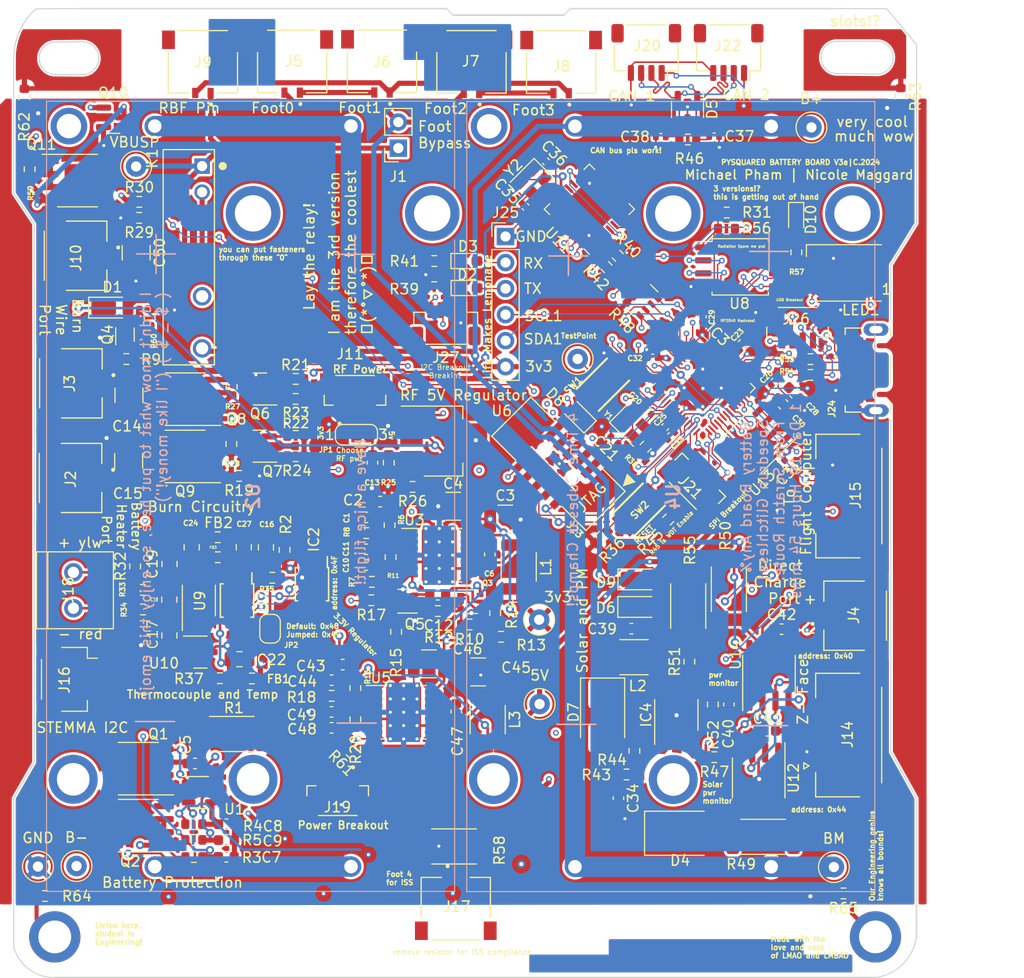
<source format=kicad_pcb>
(kicad_pcb (version 20240108) (generator "pcbnew") (generator_version "8.0")
  (layers (0 "F.Cu" signal) (1 "In1.Cu" signal) (2 "In2.Cu" signal) (31 "B.Cu" signal) (34 "B.Paste" user) (35 "F.Paste" user) (36 "B.SilkS" user "B.Silkscreen") (37 "F.SilkS" user "F.Silkscreen") (38 "B.Mask" user) (39 "F.Mask" user) (44 "Edge.Cuts" user))
  (net 0 "")
  (net 1 "VSOLAR_I")
  (net 2 "+3V3")
  (net 3 "VBUSP")
  (net 4 "Net-(C5-Pad1)")
  (net 5 "Net-(U3-SW1)")
  (net 6 "Net-(U3-VBST)")
  (net 7 "B-")
  (net 8 "Net-(U1-V-)")
  (net 9 "Net-(U1-VC)")
  (net 10 "/VDD")
  (net 11 "Net-(U3-SS)")
  (net 12 "Net-(U3-VREG5)")
  (net 13 "Net-(Q5A-C1)")
  (net 14 "Net-(Q3B-B2)")
  (net 15 "BURN")
  (net 16 "GND")
  (net 17 "/V_RF")
  (net 18 "AVDD")
  (net 19 "AGND")
  (net 20 "VBatt")
  (net 21 "Net-(JP1-B)")
  (net 22 "Net-(U5-SW1)")
  (net 23 "Net-(U5-VBST)")
  (net 24 "Net-(U5-SS)")
  (net 25 "Net-(IC3-XIN)")
  (net 26 "Net-(C21-Pad2)")
  (net 27 "1.2V")
  (net 28 "Net-(D4-K)")
  (net 29 "CANL")
  (net 30 "CANH")
  (net 31 "Net-(D7-K)")
  (net 32 "Net-(IC4-BOOST)")
  (net 33 "FC_RESET")
  (net 34 "Net-(U5-VREG5)")
  (net 35 "5V_enable")
  (net 36 "Net-(U5-VFB)")
  (net 37 "VBatt1")
  (net 38 "Net-(U5-PG)")
  (net 39 "BURN_RELAY_A")
  (net 40 "Net-(K1-PadNO)")
  (net 41 "Heater")
  (net 42 "PACK-")
  (net 43 "ENAB_HEATER")
  (net 44 "Jetson_pwr")
  (net 45 "Net-(Q4-E)")
  (net 46 "SCL0")
  (net 47 "SDA0")
  (net 48 "Net-(IC2-OS)")
  (net 49 "FC_RX")
  (net 50 "/NEOPIX")
  (net 51 "/3V3_EN")
  (net 52 "SDA1")
  (net 53 "SCL1")
  (net 54 "BM")
  (net 55 "PACK+")
  (net 56 "ENABLE_BURN")
  (net 57 "SPI0_MISO")
  (net 58 "SPI0_CS0")
  (net 59 "ENAB_BURN")
  (net 60 "VBUS_RESET")
  (net 61 "SPI0_SCK")
  (net 62 "SPI0_MOSI")
  (net 63 "Net-(Q10-G)")
  (net 64 "Net-(Q10-D)")
  (net 65 "Jetson")
  (net 66 "VBATT_SENSE")
  (net 67 "/USBBOOT")
  (net 68 "Net-(IC3-XOUT)")
  (net 69 "SWCLK")
  (net 70 "SWDIO")
  (net 71 "/~{RESET}")
  (net 72 "SPI1_MISO")
  (net 73 "ENAB_RF")
  (net 74 "VSOLAR")
  (net 75 "CHRG'")
  (net 76 "SPI1_CS0")
  (net 77 "SPI1_SCK")
  (net 78 "SPI1_MOSI")
  (net 79 "D0")
  (net 80 "WDT_WDI")
  (net 81 "/NEO_PWR")
  (net 82 "/A0")
  (net 83 "/A1")
  (net 84 "USB_D-")
  (net 85 "USB_D+")
  (net 86 "/QSPI_DATA[3]")
  (net 87 "/QSPI_SCK")
  (net 88 "/QSPI_DATA[0]")
  (net 89 "/QSPI_DATA[2]")
  (net 90 "/QSPI_DATA[1]")
  (net 91 "/QSPI_CS")
  (net 92 "Net-(IC4-VIN_REG)")
  (net 94 "Net-(IC4-VFB)")
  (net 96 "Net-(IC4-SENSE)")
  (net 97 "Net-(J5-Pin_1)")
  (net 98 "Net-(J7-Pin_1)")
  (net 99 "+5V")
  (net 100 "VBUS")
  (net 101 "Net-(JP2-A)")
  (net 102 "Net-(Q4-C)")
  (net 104 "Net-(Q1-G)")
  (net 105 "Net-(Q1-D-Pad5)")
  (net 106 "Net-(Q2-G)")
  (net 107 "Net-(Q3A-B1)")
  (net 108 "Net-(Q5A-B1)")
  (net 109 "Net-(Q5B-B2)")
  (net 110 "Net-(Q6-G)")
  (net 111 "Net-(Q6-D)")
  (net 112 "Net-(Q7-G)")
  (net 113 "Net-(Q7-D)")
  (net 114 "Net-(U3-VFB)")
  (net 115 "Net-(U3-PG)")
  (net 116 "Net-(R13-Pad2)")
  (net 117 "Net-(U6-SENSE{slash}ADJ)")
  (net 118 "Net-(D2-PadC)")
  (net 119 "Net-(D3-PadC)")
  (net 120 "Net-(D8-PadA)")
  (net 121 "Net-(D10-PadA)")
  (net 133 "OUT")
  (net 134 "TXCAN")
  (net 135 "RXCAN")
  (net 136 "D-")
  (net 137 "D+")
  (net 138 "Net-(U9--IN)")
  (net 139 "Net-(U9-+IN)")
  (net 140 "Net-(U9-+Vs)")
  (net 141 "Net-(U11-OSC1)")
  (net 142 "Net-(U11-OSC2)")
  (net 143 "Net-(U10-K)")
  (net 144 "Net-(U11-RESET)")
  (net 145 "Net-(U13-~{RESET})")
  (net 156 "Net-(U13-~{MR})")
  (net 158 "Net-(J18-Pin_2)")
  (net 159 "Net-(J18-Pin_1)")
  (net 164 "FC_TX")
  (net 165 "Chassis Ground")
  (footprint "Resistor_SMD:R_0603_1608Metric" (layer "F.Cu") (at 186.79 64.76 90)
    (property "Reference" "R57")
    (property "Value" "10k")
  )
  (footprint "Battery Board:JST_BM04B-SRSS-TB(LF)(SN)" (layer "F.Cu") (at 176.211472 88.008528 135)
    (property "Reference" "J21")
    (property "Value" "BM04B-SRSS-TB(LF)(SN)")
  )
  (footprint "" (layer "F.Cu") (at 194.5 131.53)
    (property "Reference" "")
    (property "Value" "")
  )
  (footprint "Capacitor_SMD:C_0603_1608Metric" (layer "F.Cu") (at 144.8575 90.615)
    (property "Reference" "C1")
    (property "Value" "22uF")
  )
  (footprint "Inductor_SMD:L_1812_4532Metric" (layer "F.Cu") (at 156.7 110.3375 -90)
    (property "Reference" "L3")
    (property "Value" "4.7uH")
  )
  (footprint "TestPoint:TestPoint_Loop_D1.80mm_Drill1.0mm_Beaded" (layer "F.Cu") (at 122.428 56.388)
    (property "Reference" "TP6")
    (property "Value" "VBUSP")
  )
  (footprint "LED_SMD:LED_WS2812B_PLCC4_5.0x5.0mm_P3.2mm" (layer "F.Cu") (at 191.42 66.77 180)
    (property "Reference" "LED1")
    (property "Value" "WS2812B_SK6812_1515")
  )
  (footprint "Package_SO:SOIC-8_3.9x4.9mm_P1.27mm" (layer "F.Cu") (at 122.649999 120.68 180)
    (property "Reference" "Q2")
    (property "Value" "IRF7458")
  )
  (footprint "Connector_JST:JST_SH_BM04B-SRSS-TB_1x04-1MP_P1.00mm_Vertical" (layer "F.Cu") (at 152.61 71.72 180)
    (property "Reference" "J27")
    (property "Value" "I2C0 Breakout")
  )
  (footprint "Package_TO_SOT_SMD:SOT-363_SC-70-6" (layer "F.Cu") (at 155.0075 98.83)
    (property "Reference" "Q3")
    (property "Value" "MBT2222ADW1T1")
  )
  (footprint "Resistor_SMD:R_0603_1608Metric" (layer "F.Cu") (at 128.05 120.53)
    (property "Reference" "R4")
    (property "Value" "330")
  )
  (footprint "Package_SO:SOIC-8-1EP_3.9x4.9mm_P1.27mm_EP2.514x3.2mm" (layer "F.Cu") (at 127.202502 84.669999 180)
    (property "Reference" "Q9")
    (property "Value" "NDS8434")
  )
  (footprint "Package_TO_SOT_SMD:SOT-23-6" (layer "F.Cu") (at 128.68 117.45)
    (property "Reference" "U1")
    (property "Value" "R5460N208AA")
  )
  (footprint "Capacitor_SMD:C_0402_1005Metric" (layer "F.Cu") (at 185.3 85.4 -135)
    (property "Reference" "C31")
    (property "Value" "0.1uF")
  )
  (footprint "Battery Board:MOLEX_504050-0291" (layer "F.Cu") (at 155.12 46.185 180)
    (property "Reference" "J7")
    (property "Value" "Foot2")
  )
  (footprint "Capacitor_SMD:C_0402_1005Metric" (layer "F.Cu") (at 172.3 80.21 -45)
    (property "Reference" "C20")
    (property "Value" "22pF")
  )
  (footprint "Resistor_SMD:R_0603_1608Metric" (layer "F.Cu") (at 130.39 94.502499 180)
    (property "Reference" "FB3")
    (property "Value" "FerriteBead")
  )
  (footprint "Diode_SMD:D_PowerDI-123" (layer "F.Cu") (at 120.115001 70.154998)
    (property "Reference" "D1")
    (property "Value" "DFLS130L")
  )
  (footprint "Resistor_SMD:R_0603_1608Metric" (layer "F.Cu") (at 132.46 86.564998 180)
    (property "Reference" "R19")
    (property "Value" "634k")
  )
  (footprint "Capacitor_SMD:C_0603_1608Metric" (layer "F.Cu") (at 180.22 108.86 -90)
    (property "Reference" "C40")
    (property "Value" "10uF")
  )
  (footprint "Resistor_SMD:R_0603_1608Metric" (layer "F.Cu") (at 123.75 71.13 90)
    (property "Reference" "R60")
    (property "Value" "100")
  )
  (footprint "Resistor_SMD:R_Array_Convex_4x0603" (layer "F.Cu") (at 171.75 69.45 135)
    (property "Reference" "R48")
    (property "Value" "10k")
  )
  (footprint "Battery Board:MOLEX_504050-0291" (layer "F.Cu") (at 163.86 46.205 180)
    (property "Reference" "J8")
    (property "Value" "Foot3")
  )
  (footprint "Capacitor_SMD:C_1210_3225Metric" (layer "F.Cu") (at 122.43 64.8 -90)
    (property "Reference" "C50")
    (property "Value" "100uF")
  )
  (footprint "Resistor_SMD:R_0603_1608Metric" (layer "F.Cu") (at 180 60.88 180)
    (property "Reference" "R31")
    (property "Value" "10k")
  )
  (footprint "Resistor_SMD:R_0603_1608Metric" (layer "F.Cu") (at 170.24 115.69)
    (property "Reference" "R43")
    (property "Value" "200k")
  )
  (footprint "Resistor_SMD:R_0603_1608Metric" (layer "F.Cu") (at 169.38014 65.100232 135)
    (property "Reference" "R40")
    (property "Value" "10k")
  )
  (footprint "Capacitor_SMD:C_0603_1608Metric" (layer "F.Cu") (at 145.4675 85.28 90)
    (property "Reference" "C13")
    (property "Value" "10uF")
  )
  (footprint "Capacitor_SMD:C_0805_2012Metric" (layer "F.Cu") (at 125.665 98.632499 -90)
    (property "Reference" "C18")
    (property "Value" "0.1uF")
  )
  (footprint "Package_SO:SOIC-8_3.9x4.9mm_P1.27mm" (layer "F.Cu") (at 184.12 106.02 90)
    (property "Reference" "U14")
    (property "Value" "INA219AxD")
  )
  (footprint "Package_TO_SOT_SMD:SOT-223-6" (layer "F.Cu") (at 152.4075 83.17)
    (property "Reference" "U6")
    (property "Value" "TPS7A4501DCQT")
  )
  (footprint "Package_SO:SO-8_3.9x4.9mm_P1.27mm" (layer "F.Cu") (at 182.79 83.24 -135)
    (property "Reference" "U13")
    (property "Value" "MAX706RESA")
  )
  (footprint "Battery Board:BTN_KMR2_4.6X2.8" (layer "F.Cu") (at 167.93 77.67 -135)
    (property "Reference" "SW1")
    (property "Value" "KMR2")
  )
  (footprint "Battery Board:MOLEX_5040500591" (layer "F.Cu") (at 191.89 111.845 -90)
    (property "Reference" "J14")
    (property "Value" "Solar")
  )
  (footprint "Resistor_SMD:R_0603_1608Metric" (layer "F.Cu") (at 133.715 106.322499)
    (property "Reference" "FB1")
    (property "Value" "FerriteBead")
  )
  (footprint "Capacitor_SMD:C_0603_1608Metric" (layer "F.Cu") (at 141.48 109.58 180)
    (property "Reference" "C49")
    (property "Value" "1uF")
  )
  (footprint "Battery Board:BTN_KMR2_4.6X2.8" (layer "F.Cu") (at 171.43 89.86 45)
    (property "Reference" "SW2")
    (property "Value" "KMR2")
  )
  (footprint "Resistor_SMD:R_0603_1608Metric" (layer "F.Cu") (at 112.05 56.66 90)
    (property "Reference" "R59")
    (property "Value" "100k")
  )
  (footprint "TestPoint:TestPoint_Loop_D1.80mm_Drill1.0mm_Beaded" (layer "F.Cu") (at 161.72 100.59)
    (property "Reference" "TP1")
    (property "Value" "3v3")
  )
  (footprint "Capacitor_SMD:C_0603_1608Metric" (layer "F.Cu") (at 151.8275 98.16)
    (property "Reference" "C12")
    (property "Value" "10uF")
  )
  (footprint "Capacitor_SMD:C_0603_1608Metric" (layer "F.Cu") (at 142.57 104.97)
    (property "Reference" "C43")
    (property "Value" "22uF")
  )
  (footprint "Package_SO:SOIC-8-1EP_3.9x4.9mm_P1.27mm_EP2.514x3.2mm" (layer "F.Cu") (at 116.7125 57.765)
    (property "Reference" "Q11")
    (property "Value" "NDS8434")
  )
  (footprint "Capacitor_SMD:C_0603_1608Metric" (layer "F.Cu") (at 156.9075 94.24 90)
    (property "Reference" "C6")
    (property "Value" "0.1uF")
  )
  (footprint "Package_TO_SOT_SMD:SOT-23" (layer "F.Cu") (at 134.470001 83.669998 180)
    (property "Reference" "Q7")
    (property "Value" "IRLML2803")
  )
  (footprint "TestPoint:TestPoint_Loop_D1.80mm_Drill1.0mm_Beaded" (layer "F.Cu") (at 116.62 124.62)
    (property "Reference" "TP2")
    (property "Value" "B-")
  )
  (footprint "Resistor_SMD:R_0603_1608Metric" (layer "F.Cu") (at 188.165 76.72)
    (property "Reference" "R54")
    (property "Value" "22")
  )
  (footprint "Resistor_SMD:R_2512_6332Metric" (layer "F.Cu") (at 131.75 111.74 180)
    (property "Reference" "R1")
    (property "Value" "0.01")
  )
  (footprint "Capacitor_SMD:C_1210_3225Metric" (layer "F.Cu") (at 150.97 104.9 180)
    (property "Reference" "C46")
    (property "Value" "100uF")
  )
  (footprint "Connector_PinHeader_2.54mm:PinHeader_1x06_P2.54mm_Vertical" (layer "F.Cu") (at 158.44 63.22)
    (property "Reference" "J25")
    (property "Value" "Life Makes Lemonade")
  )
  (footprint "Connector_JST:JST_SH_SM04B-SRSS-TB_1x04-1MP_P1.00mm_Horizontal" (layer "F.Cu") (at 172.16 45.27 180)
    (property "Reference" "J20")
    (property "Value" "CAN1")
  )
  (footprint "Resistor_SMD:R_0603_1608Metric" (layer "F.Cu") (at 111.54 49.64 -90)
    (property "Reference" "R62")
    (property "Value" "1M")
  )
  (footprint "Battery Board:ScrewTerminal" (layer "F.Cu") (at 116.315001 97.7225 -90)
    (property "Reference" "J18")
    (property "Value" "Screw_Terminal_01x02")
  )
  (footprint "Package_SO:HTSSOP-14-1EP_4.4x5mm_P0.65mm_EP3.4x5mm_Mask3x3.1mm_ThermalVias" (layer "F.Cu") (at 151.9775 94.3)
    (property "Reference" "U3")
    (property "Value" "TPS54226PWPRPWP14_2P31X2P46-L")
  )
  (footprint "Resistor_SMD:R_0603_1608Metric" (layer "F.Cu") (at 174.3 90.82 45)
    (property "Reference" "R45")
    (property "Value" "10k")
  )
  (footprint "Connector_PinSocket_2.54mm:PinSocket_1x02_P2.54mm_Vertical" (layer "F.Cu") (at 147.99 54.6 180)
    (property "Reference" "J1")
    (property "Value" "Bypass")
  )
  (footprint "Resistor_SMD:R_0603_1608Metric" (layer "F.Cu") (at 178.65 108.86 90)
    (property "Reference" "R52")
    (property "Value" "412k")
  )
  (footprint "Resistor_SMD:R_0603_1608Metric" (layer "F.Cu") (at 154.9375 101.06 180)
    (property "Reference" "R10")
    (property "Value" "100K")
  )
  (footprint "Capacitor_SMD:C_0805_2012Metric" (layer "F.Cu") (at 132.924999 93.5225 -90)
    (property "Reference" "C27")
    (property "Value" "0.1uF")
  )
  (footprint "Resistor_SMD:R_0603_1608Metric" (layer "F.Cu") (at 188.165 75.18)
    (property "Reference" "R53")
    (property "Value" "22")
  )
  (footprint "Resistor_SMD:R_0603_1608Metric" (layer "F.Cu") (at 121.4775 75.17 180)
    (property "Reference" "R9")
    (property "Value" "10k")
  )
  (footprint "Resistor_SMD:R_0603_1608Metric" (layer "F.Cu") (at 167.783363 92.526637 45)
    (property "Reference" "R36")
    (property "Value" "10k")
  )
  (footprint "Diode_SMD:D_0603_1608Metric_Pad1.05x0.95mm_HandSolder" (layer "F.Cu") (at 186.77 61.56 -90)
    (property "Reference" "D10")
    (property "Value" "Blue")
  )
  (footprint "Resistor_SMD:R_2512_6332Metric" (layer "F.Cu") (at 183.56 121.77)
    (property "Reference" "R49")
    (property "Value" "0.002")
  )
  (footprint "Diode_SMD:D_SMB" (layer "F.Cu") (at 175.6525 121.42)
    (property "Reference" "D4")
    (property "Value" "D_Schottky")
  )
  (footprint "Capacitor_SMD:C_0402_1005Metric" (layer "F.Cu") (at 169.05 83.04 135)
    (property "Reference" "C21")
    (property "Value" "22pF")
  )
  (footprint "Diode_SMD:D_SOD-323F" (layer "F.Cu") (at 165.55 80.65 135)
    (property "Reference" "D8")
    (property "Value" "NSR0320")
  )
  (footprint "Package_TO_SOT_SMD:SOT-23-3" (layer "F.Cu") (at 176.18 50.8125 -90)
    (property "Reference" "D5")
    (property "Value" "PESD1CAN")
  )
  (footprint "Package_SO:SOIC-8_3.9x4.9mm_P1.27mm" (layer "F.Cu") (at 183.12 116.03 -90)
    (property "Reference" "U12")
    (property "Value" "INA219AxD")
  )
  (footprint "Capacitor_SMD:C_1210_3225Metric" (layer "F.Cu") (at 155.78 105.69)
    (property "Reference" "C45")
    (property "Value" "100uF")
  )
  (footprint "Resistor_SMD:R_0603_1608Metric" (layer "F.Cu") (at 147.1375 91.385 90)
    (property "Reference" "R6")
    (property "Value" "73.2K")
  )
  (footprint "Resistor_SMD:R_0603_1608Metric" (layer "F.Cu") (at 172.1 83.72 -135)
    (property "Reference" "R38")
    (property "Value" "1k")
  )
  (footprint "Diode_SMD:D_0603_1608Metric_Pad1.05x0.95mm_HandSolder" (layer "F.Cu") (at 154.795 68.24)
    (property "Reference" "D2")
    (property "Value" "green")
  )
  (footprint "Package_TO_SOT_SMD:SOT-523" (layer "F.Cu") (at 121.341957 72.780562 90)
    (property "Reference" "Q4")
    (property "Value" "MMBT2222AT")
  )
  (footprint "Resistor_SMD:R_2512_6332Metric" (layer "F.Cu") (at 176.25 99.27 -90)
    (property "Reference" "R55")
    (property "Value" "0.1")
  )
  (footprint "Resistor_SMD:R_0603_1608Metric" (layer "F.Cu") (at 130.585 106.302499)
    (property "Reference" "R37")
    (property "Value" "1k")
  )
  (footprint "Resistor_SMD:R_0603_1608Metric" (layer "F.Cu") (at 147.0575 85.28 -90)
    (property "Reference" "R25")
    (property "Value" "10K")
  )
  (footprint "Resistor_SMD:R_0603_1608Metric" (layer "F.Cu") (at 149.3775 87.64)
    (property "Reference" "R26")
    (property "Value" "3.3K")
  )
  (footprint "TestPoint:TestPoint_Loop_D1.80mm_Drill1.0mm_Beaded" (layer "F.Cu") (at 161.76 108.82)
    (property "Reference" "TP9")
    (property "Value" "5V")
  )
  (footprint "Capacitor_SMD:C_0402_1005Metric" (layer "F.Cu") (at 160.389277 60.323726 -45)
    (property "Reference" "C35")
    (property "Value" "22pf")
  )
  (footprint "Battery Board:MOLEX_504050-0291" (layer "F.Cu") (at 116.53 65.09 -90)
    (property "Reference" "J10")
    (property "Value" "Jetson")
  )
  (footprint "Capacitor_SMD:C_0603_1608Metric" (layer "F.Cu") (at 169.45 118.01 -90)
    (property "Reference" "C34")
    (property "Value" "10uF")
  )
  (footprint "Battery Board:MOLEX_504050-0291" (layer "F.Cu") (at 137.64 46.1525 180)
    (property "Reference" "J5")
    (property "Value" "Foot0")
  )
  (footprint "Capacitor_SMD:C_0402_1005Metric" (layer "F.Cu") (at 162.376247 55.904308 -45)
    (property "Reference" "C36")
    (property "Value" "22pf")
  )
  (footprint "Capacitor_SMD:C_0805_2012Metric" (layer "F.Cu") (at 135.085 93.542499 -90)
    (property "Reference" "C16")
    (property "Value" "10uF")
  )
  (footprint "Package_SO:MSOP-8_3x3mm_P0.65mm" (layer "F.Cu") (at 128.545 98.7225 90)
    (property "Reference" "U9")
    (property "Value" "AD8495")
  )
  (footprint "Resistor_SMD:R_0603_1608Metric" (layer "F.Cu") (at 178.79 114 180)
    (property "Reference" "R47")
    (property "Value" "10K")
  )
  (footprint "Capacitor_SMD:C_0402_1005Metric" (layer "F.Cu") (at 174 81.8 -135)
    (property "Reference" "C33")
    (property "Value" "0.1uF")
  )
  (footprint "Capacitor_SMD:C_1210_3225Metric" (layer "F.Cu") (at 153.3475 89.53 180)
    (property "Reference" "C4")
    (property "Value" "100uF")
  )
  (footprint "Diode_SMD:D_PowerDI-123" (layer "F.Cu") (at 171.7 99.35)
    (property "Reference" "D6")
    (property "Value" "DFLS130L")
  )
  (footprint "Capacitor_SMD:C_0603_1608Metric" (layer "F.Cu") (at 131.22 123.72 180)
    (property "Reference" "C7")
    (property "Value" "0.1uF")
  )
  (footprint "Resistor_SMD:R_0603_1608Metric" (layer "F.Cu") (at 143.8 110.305 90)
    (property "Reference" "R20")
    (property "Value" "100K")
  )
  (footprint "Capacitor_SMD:C_0402_1005Metric" (layer "F.Cu") (at 184.67 77.37 -135)
    (property "Reference" "C26")
    (property "Value" "0.1uF")
  )
  (footprint "Resistor_SMD:R_0603_1608Metric" (layer "F.Cu") (at 151.8375 99.75)
    (property "Reference" "R12")
    (property "Value" "20K")
  )
  (footprint "Resistor_SMD:R_0603_1608Metric" (layer "F.Cu") (at 137.992501 82.669999 180)
    (property "Reference" "R22")
    (property "Value" "10k")
  )
  (footprint "Package_SO:SOIC-8_5.275x5.275mm_P1.27mm" (layer "F.Cu") (at 181.32 66.18)
    (property "Reference" "U8")
    (property "Value" "W25Q128JV")
  )
  (footprint "Resistor_SMD:R_0603_1608Metric" (layer "F.Cu") (at 147.7775 101.77 90)
    (property "Reference" "R15")
    (property "Value" "100K")
  )
  (footprint "Resistor_SMD:R_0603_1608Metric" (layer "F.Cu") (at 122.74 59.84)
    (property "Reference" "R30")
    (property "Value" "4.7k")
  )
  (footprint "Resistor_SMD:R_0603_1608Metric" (layer "F.Cu") (at 179.98 62.45)
    (property "Reference" "R56")
    (property "Value" "1k")
  )
  (footprint "TestPoint:TestPoint_Loop_D1.80mm_Drill1.0mm_Beaded" (layer "F.Cu") (at 165.47 75.16)
    (property "Reference" "TP8")
    (property "Value" "TestPoint")
  )
  (footprint "Capacitor_SMD:C_0603_1608Metric" (layer "F.Cu") (at 144.8475 95.26 180)
    (property "Reference" "C10")
    (property "Value" "3.3nF")
  )
  (footprint "Package_TO_SOT_SMD:SOT-363_SC-70-6" (layer "F.Cu") (at 148.6375 98.79 180)
    (property "Reference" "Q5")
    (property "Value" "MBT2222ADW1T1")
  )
  (footprint "Package_TO_SOT_SMD:SOT-23" (layer "F.Cu") (at 134.502502 78.089999 180)
    (property "Reference" "Q6")
    (property "Value" "IRLML2803")
  )
  (footprint "Resistor_SMD:R_0603_1608Metric" (layer "F.Cu") (at 130.385 92.5525 180)
    (property "Reference" "FB2")
    (property "Value" "FerriteBead")
  )
  (footprint "Capacitor_SMD:C_0603_1608Metric" (layer "F.Cu") (at 144.8525 93.73 180)
    (property "Reference" "C11")
    (property "Value" "1uF")
  )
  (footprint "Package_TO_SOT_SMD:SOT-23" (layer "F.Cu") (at 128.705 103.7525)
    (property "Reference" "U10")
    (property "Value" "TLVH431 DBZ SOT-23")
  )
  (footprint "Capacitor_SMD:C_0603_1608Metric" (layer "F.Cu") (at 131.240001 120.54 180)
    (property "Reference" "C8")
    (property "Value" "0.1uF")
  )
  (footprint "Resistor_SMD:R_0603_1608Metric" (layer "F.Cu") (at 113.55 127.54)
    (property "Reference" "R64")
    (property "Value" "1M")
  )
  (footprint "Resistor_SMD:R_0603_1608Metric" (layer "F.Cu") (at 128.06 123.74 180)
    (property "Reference" "R3")
    (property "Value" "1K")
  )
  (footprint "Resistor_SMD:R_0603_1608Metric" (layer "F.Cu") (at 122.73 61.4 180)
    (property "Reference" "R29")
    (property "Value" "10k")
  )
  (footprint "Connector_JST:JST_SH_SM04B-SRSS-TB_1x04-1MP_P1.00mm_Horizontal" (layer "F.Cu") (at 115.89 106.41 -90)
    (property "Reference" "J16")
    (property "Value" "I2C Multiplexer Breakout")
  )
  (footprint "Resistor_SMD:R_0603_1608Metric" (layer "F.Cu") (at 158.0075 102.26)
    (property "Reference" "R13")
    (property "Value" "100K")
  )
  (footprint "Capacitor_SMD:C_0603_1608Metric" (layer "F.Cu") (at 141.49 106.49)
    (property "Reference" "C44")
    (property "Value" "22uF")
  )
  (footprint "TestPoint:TestPoint_Loop_D1.80mm_Drill1.0mm_Beaded" (layer "F.Cu") (at 188.26 52.58)
    (property "Reference" "TP5")
    (property "Value" "B+")
  )
  (footprint "Capacitor_SMD:C_0603_1608Metric" (layer "F.Cu") (at 185.35 101.52)
    (property "Reference" "C42")
    (property "Value" "0.1uF")
  )
  (footprint "Jumper:SolderJumper-3_P1.3mm_Open_RoundedPad1.0x1.5mm_NumberLabels" (layer "F.Cu") (at 143.9075 82.55)
    (property "Reference" "JP1")
    (property "Value" "SolderJumper_3_Open")
  )
  (footprint "Capacitor_SMD:C_0603_1608Metric" (layer "F.Cu") (at 131.23 122.09 180)
    (property "Reference" "C9")
    (property "Value" "0.1uF")
  )
  (footprint "Capacitor_SMD:C_1210_3225Metric" (layer "F.Cu") (at 121.7325 78.709998 90)
    (property "Reference" "C14")
    (property "Value" "200uF")
  )
  (footprint "Capacitor_SMD:C_0402_1005Metric" (layer "F.Cu") (at 177.63 71.05 90)
    (property "Reference" "C29")
    (property "Value" "0.1uF")
  )
  (footprint "Resistor_SMD:R_2512_6332Metric" (layer "F.Cu") (at 180.21 97.63 90)
    (property "Reference" "R50")
    (property "Value" "0.002")
  )
  (footprint "Capacitor_SMD:C_0402_1005Metric" (layer "F.Cu") (at 178.7775 53.4925)
    (property "Reference" "C37")
    (property "Value" "47pf")
  )
  (footprint "Resistor_SMD:R_0603_1608Metric" (layer "F.Cu") (at 143.453363 113.563363 135)
    (property "Reference" "R61")
    (property "Value" "10K")
  )
  (footprint "FC_DEV_BOARD:MOLEX_105164-0001" (layer "F.Cu") (at 196 76.2475 90)
    (property "Reference" "J24")
    (property "Value" "USB_B_Micro")
    (fp_line (start 2.825 -1.15) (end 2.825 -0.5) (stroke (width 0.01)) (layer "Edge.Cuts"))
    (fp_line (start 1.925 -1.15) (end 1.925 -0.5) (stroke (width 0.01)) (layer "Edge.Cuts"))
    (fp_line (start -1.925 -1.15) (end -1.925 -0.5) (stroke (width 0.01)) (layer "Edge.Cuts"))
    (fp_line (start -2.825 -1.15) (end -2.825 -0.5) (stroke (width 0.01)) (layer "Edge.Cuts"))
    (fp_line (start 4.9 0) (end 3.4 0) (stroke (width 0.01)) (layer "Edge.Cuts"))
    (fp_line (start 3.4 0) (end 2.825 -0.5) (stroke (width 0.01)) (layer "Edge.Cuts"))
    (fp_line (start -3.4 0) (end -2.825 -0.5) (stroke (width 0.01)) (layer "Edge.Cuts"))
    (fp_line (start -4.9 0) (end -3.4 0) (stroke (width 0.01)) (layer "Edge.Cuts"))
    (fp_line (start 0.00053 0.004943) (end 1.3 0) (stroke (width 0.01)) (layer "Edge.Cuts"))
    (fp_line (start 0.00053 0.004943) (end -1.29947 0.004943) (stroke (width 0.01)) (layer "Edge.Cuts"))
    (fp_arc (start 1.925 -1.15) (mid 2.375 -1.6) (end 2.825 -1.15) (stroke (width 0.01)) (layer "Edge.Cuts"))
    (fp_arc (start -2.825 -1.15) (mid -2.375 -1.6) (end -1.925 -1.15) (stroke (width 0.01)) (layer "Edge.Cuts"))
    (fp_arc (start 1.925529 -0.504943) (mid 1.717412 -0.122833) (end 1.3 0) (stroke (width 0.01)) (layer "Edge.Cuts"))
    (fp_arc (start -1.29947 0.004943) (mid -1.716881 -0.117891) (end -1.924999 -0.5) (stroke (width 0.01)) (layer "Edge.Cuts"))
  )
  (footprint "Capacitor_SMD:C_0603_1608Metric" (layer "F.Cu") (at 153.64 109.55 90)
    (property "Reference" "C47")
    (property "Value" "0.1uF")
  )
  (footprint "Resistor_SMD:R_0603_1608Metric" (layer "F.Cu") (at 196.97 49.57 -90)
    (property "Reference" "R63")
    (property "Value" "1M")
  )
  (footprint "Diode_SMD:D_SMB" (layer "F.Cu") (at 167.9 109.9425 -90)
    (property "Reference" "D7")
    (property "Value" "D_Schottky")
  )
  (footprint "Resistor_SMD:R_0603_1608Metric" (layer "F.Cu") (at 131.742501 77.879999 -90)
    (property "Reference" "R27")
    (property "Value" "100k")
  )
  (footprint "Battery Board:MOLEX_504050-0291" (layer "F.Cu") (at 192.52 100.2 90)
    (property "Reference" "J4")
    (property "Value" "CHARGE")
  )
  (footprint "Capacitor_SMD:C_0603_1608Metric" (layer "F.Cu") (at 146.2225 89.075)
    (property "Reference" "C2")
    (property "Value" "22uF")
  )
  (footprint "Resistor_SMD:R_0603_1608Metric" (layer "F.Cu") (at 151.485 68.16 180)
    (property "Reference" "R39")
    (property "Value" "1k")
  )
  (footprint "Resistor_SMD:R_0603_1608Metric" (layer "F.Cu") (at 137.972502 79.059999)
    (property "Reference" "R23")
    (property "Value" "4.7k")
  )
  (footprint "Package_SO:HTSSOP-14-1EP_4.4x5mm_P0.65mm_EP3.4x5mm_Mask3x3.1mm_ThermalVias" (layer "F.Cu") (at 148.51 109.62)
    (property "Reference" "U5")
    (property "Value" "TPS54226PWPRPWP14_2P31X2P46-L")
  )
  (footprint "Connector_JST:JST_SH_SM04B-SRSS-TB_1x04-1MP_P1.00mm_Horizontal" (layer "F.Cu") (at 180.19 45.27 180)
    (property "Reference" "J22")
    (property "Value" "CAN2")
  )
  (footprint "Capacitor_SMD:C_0402_1005Metric" (layer "F.Cu") (at 172.79 75.05 180)
    (property "Reference" "C32")
    (property "Value" "0.1uF")
  )
  (footprint "Battery Board:MOLEX_504050-0291" (layer "F.Cu") (at 116.0375 86.77 -90)
    (property "Reference" "J2")
    (property "Value" "Heater")
  )
  (footprint "Package_DFN_QFN:QFN-56-1EP_7x7mm_P0.4mm_EP3.2x3.2mm" (layer "F.Cu") (at 177.666528 77.997887 -45)
    (property "Reference" "IC3")
    (property "Value" "RP2040_QFN56")
  )
  (footprint "Capacitor_SMD:C_1210_3225Metric" (layer "F.Cu") (at 121.7025 85.089998 90)
    (property "Reference" "C15")
    (property "Value" "200uF")
  )
  (footprint "Battery Board:MOLEX_5040500591" (layer "F.Cu") (at 191.91 88.53 -90)
    (property "Reference" "J15")
    (property "Value" "FC")
  )
  (footprint "Resistor_SMD:R_0603_1608Metric" (layer "F.Cu") (at 141.49 108.02)
    (property "Reference" "R18")
    (property "Value" "22.1K")
  )
  (footprint "Resistor_SMD:R_0603_1608Metric" (layer "F.Cu") (at 144.8575 92.145)
    (property "Reference" "R8")
    (property "Value" "22.1K")
  )
  (footprint "Capacitor_SMD:C_0805_2012Metric" (layer "F.Cu") (at 125.675 102.132499 90)
    (property "Reference" "C17")
    (property "Value" "0.01uF")
  )
  (footprint "Package_SO:TSSOP-10_3x3mm_P0.5mm" (layer "F.Cu") (at 132.265001 98.7225 -90)
    (property "Reference" "U7")
    (property "Value" "ADS1015IDGS")
  )
  (footprint "Capacitor_SMD:C_0402_1005Metric" (layer "F.Cu") (at 173.5775 53.5325)
    (property "Reference" "C38")
    (property "Value" "47pf")
  )
  (footprint "Battery Board:JST_BM04B-SRSS-TB(LF)(SN)" (layer "F.Cu") (at 143.764 77.47)
    (property "Reference" "J11")
    (property "Value" "BM04B-SRSS-TB(LF)(SN)")
  )
  (footprint "Inductor_SMD:L_1812_4532Metric" (layer "F.Cu") (at 170.96 104.25)
    (property "Reference" "L2")
    (property "Value" "10uH")
  )
  (footprint "Resistor_SMD:R_0603_1608Metric" (layer "F.Cu") (at 123.095001 99.592499)
    (property "Reference" "R33")
    (property "Value" "100-Ohm")
  )
  (footprint "Package_DFN_QFN:QFN-28-1EP_6x6mm_P0.65mm_EP4.25x4.25mm" (layer "F.Cu") (at 166.611817 60.55 135)
    (property "Reference" "U11")
    (property "Value" "MCP25625-E/ML")
  )
  (footprint "Battery Board:JTAG_2X05_1.27MM_BOX_NOCREAM" (layer "F.Cu") (at 163.592962 85.382962 135)
    (property "Reference" "J23")
    (property "Value" "Conn_ARM_JTAG_SWD_10")
  )
  (footprint "Resistor_SMD:R_0603_1608Metric" (layer "F.Cu") (at 145.4075 96.9)
    (property "Reference" "R7")
    (property "Value" "73.2K")
  )
  (footprint "Capacitor_SMD:C_0805_2012Metric" (layer "F.Cu") (at 127.845 93.5325 90)
    (property "Reference" "C24")
    (property "Value" "10uF")
  )
  (footprint "Package_SO:SOIC-8_3.9x4.9mm_P1.27mm" (layer "F.Cu") (at 122.639999 115.12 180)
    (property "Reference" "Q1")
    (property "Value" "IRF7458")
  )
  (footprint "Resistor_SMD:R_0603_1608Metric" (layer "F.Cu") (at 191.385 127.29 180)
    (property "Reference" "R65")
    (property "Value" "1M")
  )
  (footprint "Resistor_SMD:R_0603_1608Metric" (layer "F.Cu") (at 145.3575 98.7 180)
    (property "Reference" "R17")
    (property "Value" "10K")
  )
  (footprint "Resistor_SMD:R_0603_1608Metric" (layer "F.Cu") (at 171 113.38 -90)
    (property "Reference" "R44")
    (property "Value" "85k")
  )
  (footprint "Package_TO_SOT_SMD:SOT-23" (layer "F.Cu") (at 120.19 51.6)
    (property "Reference" "Q10")
    (property "Value" "IRLML2803")
  )
  (footprint "APAN3105:RELAY_APAN3105" (layer "F.Cu") (at 128.8625 56.35 -90)
    (property "Reference" "K1")
    (property "Value" "APAN3105")
  )
  (footprint "Resistor_SMD:R_0603_1608Metric" (layer "F.Cu") (at 128.060001 122.07)
    (property "Reference" "R5")
    (property "Value" "330")
  )
  (footprint "Resistor_SMD:R_0603_1608Metric" (layer "F.Cu") (at 137.982501 77.109998 180)
    (property "Reference" "R21")
    (property "Value" "10k")
  )
  (footprint "Battery Board:MOLEX_504050-0291" (layer "F.Cu") (at 128.94 46.1825 180)
    (property "Reference" "J9")
    (property "Value" "RBF")
  )
  (footprint "Resistor_SMD:R_0603_1608Metric" (layer "F.Cu") (at 176.2075 53.7625 180)
    (property "Reference" "R46")
    (property "Value" "120")
  )
  (footprint "Package_SO:TSSOP-8_3x3mm_P0.65mm" (layer "F.Cu") (at 139.57 97.132499 -90)
    (property "Reference" "IC2")
    (property "Value" "PCT2075DP,118")
  )
  (footprint "Battery Board:JST_BM04B-SRSS-TB(LF)(SN)" (layer "F.Cu") (at 142.08 118.99 180)
    (property "Reference" "J19")
    (property "Value" "BM04B-SRSS-TB(LF)(SN)")
  )
  (footprint "Capacitor_SMD:C_0603_1608Metric" (layer "F.Cu") (at 181.59 73.74 45)
    (property "Reference" "C23")
    (property "Value" "1uF")
  )
  (footprint "Capacitor_SMD:C_0603_1608Metric" (layer "F.Cu") (at 186.62 78.51 -45)
    (property "Reference" "C28")
    (property "Value" "1uF")
  )
  (footprint "Diode_SMD:D_PowerDI-123" (layer "F.Cu") (at 171.71 96.66)
    (property "Reference" "D9")
    (property "Value" "DFLS130L")
  )
  (footprint "Resistor_SMD:R_0603_1608Metric" (layer "F.Cu") (at 122.335 95.382501 90)
    (property "Reference" "R32")
    (property "Value" "1-MOhm")
  )
  (footprint "Capacitor_SMD:C_1210_3225Metric" (layer "F.Cu") (at 158.4175 90.78)
    (property "Reference" "C3")
    (property "Value" "100uF")
  )
  (footprint "Resistor_SMD:R_0603_1608Metric" (layer "F.Cu") (at 136.9 93.782499 90)
    (property "Reference" "R2")
    (property "Value" "10K")
  )
  (footprint "Package_SO:SOIC-8-1EP_3.9x4.9mm_P1.27mm_EP2.514x3.2mm" (layer "F.Cu") (at 127.22 79.085 180)
    (property "Reference" "Q8")
    (property "Value" "NDS8434")
  )
  (footprint "Resistor_SMD:R_0603_1608Metric" (layer "F.Cu") (at 143.8 107.26 90)
    (property "Reference" "R16")
    (property "Value" "121k")
  )
  (footprint "Capacitor_SMD:C_0805_2012Metric" (layer "F.Cu") (at 125.685001 95.1525 90)
    (property "Reference" "C19")
    (property "Value" "0.01uF")
  )
  (footprint "Resistor_SMD:R_2512_6332Metric" (layer "F.Cu") (at 153.42 122.71)
    (property "Reference" "R58")
    (property "Value" "0.002")
  )
  (footprint "" (layer "F.Cu") (at 114.5 131.53)
    (property "Reference" "")
    (property "Value" "")
  )
  (footprint "TestPoint:TestPoint_Loop_D1.80mm_Drill1.0mm_Beaded" (layer "F.Cu") (at 112.86 124.67)
    (property "Reference" "TP4")
    (property "Value" "GND")
  )
  (footprint "Inductor_SMD:L_1812_4532Metric" (layer "F.Cu") (at 159.7275 95.45 -90)
    (property "Reference" "L1")
    (property "Value" "3.3uH")
  )
  (footprint "TestPoint:TestPoint_Loop_D1.80mm_Drill1.0mm_Beaded" (layer "F.Cu") (at 190.45 124.72)
    (property "Reference" "TP3")
    (property "Value" "BM")
  )
  (footprint "Capacitor_SMD:C_0603_1608Metric" (layer "F.Cu") (at 141.48 111.14 180)
    (property "Reference" "C48")
    (property "Value" "3.3nF")
  )
  (footprint "Package_SO:MSOP-12-1EP_3x4mm_P0.65mm_EP1.65x2.85mm" (layer "F.Cu") (at 175.09 109.88 90)
    (property "Reference" "IC4")
    (property "Value" "LT3652IMSE#PBF")
  )
  (footprint "Crystal:Crystal_SMD_2520-4Pin_2.5x2.0mm" (layer "F.Cu") (at 170.73 81.53 -45)
    (property "Reference" "Y1")
    (property "Value" "Crystal_GND24")
  )
  (footprint "Resistor_SMD:R_0603_1608Metric" (layer "F.Cu") (at 147.2375 94.5 90)
    (property "Reference" "R11")
    (property "Value" "100K")
  )
  (footprint "Battery Board:MOLEX_504050-0291" (layer "F.Cu") (at 153.59 128.78)
    (property "Reference" "J17")
    (property "Value" "ISS Foot")
  )
  (footprint "Resistor_SMD:R_0603_1608Metric" (layer "F.Cu") (at 135.705 96.502499 180)
    (property "Reference" "R35")
    (property "Value" "10k-Ohm")
  )
  (footprint "Resistor_SMD:R_0603_1608Metric" (layer "F.Cu") (at 123.085001 97.682499 180)
    (property "Reference" "R34")
    (property "Value" "100-Ohm")
  )
  (footprint "Resistor_SMD:R_0603_1608Metric" (layer "F.Cu") (at 176.36 104.68 90)
    (property "Reference" "R51")
    (property "Value" "634k")
  )
  (footprint "Resistor_SMD:R_0603_1608Metric" (layer "F.Cu") (at 137.972501 84.639998)
    (property "Reference" "R24")
    (property "Value" "4.7k")
  )
  (footprint "Capacitor_SMD:C_0603_1608Metric" (layer "F.Cu") (at 170.71 101.47)
    (property "Reference" "C39")
    (property "Value" "1uF")
  )
  (footprint "Capacitor_SMD:C_0805_2012Metric" (layer "F.Cu") (at 132.505 104.442499)
    (property "Reference" "C22")
    (property "Value" "1uF")
  )
  (footprint "Capacitor_SMD:C_0603_1608Metric" (layer "F.Cu") (at 128.17 114.61)
    (property "Reference" "C5")
    (property "Value" "0.1uF")
  )
  (footprint "Battery Board:MOLEX_504050-0291" (layer "F.Cu") (at 146.395 46.135 180)
    (property "Reference" "J6")
    (property "Value" "Foot1")
  )
  (footprint "Capacitor_SMD:C_0603_1608Metric" (layer "F.Cu") (at 183.99 111.43)
    (property "Reference" "C41")
    (property "Value" "0.1uF")
  )
  (footprint "Capacitor_SMD:C_0402_1005Metric" (layer "F.Cu") (at 174.58 82.67 45)
    (property "Reference" "C25")
    (property "Value" "0.1uF")
  )
  (footprint "Battery Board:MOLEX_504050-0291" (layer "F.Cu") (at 116.0675 77.54 -90)
    (property "Reference" "J3")
    (property "Value" "BURN")
  )
  (footprint "Resistor_SMD:R_0603_1608Metric" (layer "F.Cu") (at 168.280589 66.206854 135)
    (property "Reference" "R42")
    (property "Value" "10k")
  )
  (footprint "Resistor_SMD:R_0603_1608Metric" (layer "F.Cu") (at 157.4275 99.96 90)
    (property "Reference" "R14")
    (property "Value" "100K")
  )
  (footprint "Resistor_SMD:R_0603_1608Metric" (layer "F.Cu") (at 131.7125 83.45 -90)
    (property "Reference" "R28")
    (property "Value" "100k")
  )
  (footprint "Crystal:Crystal_SMD_2520-4Pin_2.5x2.0mm" (layer "F.Cu") (at 161.046887 57.756928 -135)
    (property "Reference" "Y2")
    (property "Value" "Crystal_GND24")
  )
  (footprint "Battery Board:JST_BM04B-SRSS-TB(LF)(SN)" (layer "F.Cu") (at 186.91 70.84)
    (property "Reference" "J26")
    (property "Value" "BM04B-SRSS-TB(LF)(SN)")
  )
  (footprint "Jumper:SolderJumper-2_P1.3mm_Open_RoundedPad1.0x1.5mm" (layer "F.Cu") (at 135.485 101.472499 -90)
    (property "Reference" "JP2")
    (property "Value" "SolderJumper_2_Open")
  )
  (footprint "Diode_SMD:D_0603_1608Metric_Pad1.05x0.95mm_HandSolder" (layer "F.Cu") (at 154.78 65.61)
    (property "Reference" "D3")
    (property "Value" "red")
  )
  (footprint "Resistor_SMD:R_0603_1608Metric" (layer "F.Cu") (at 151.495 65.61 180)
    (property "Reference" "R41")
    (property "Value" "1k")
  )
  (footprint "Capacitor_SMD:C_0603_1608Metric" (layer "F.Cu") (at 185.51 79.59 -45)
    (property "Reference" "C30")
    (property "Value" "1uF")
  )
  (footprint "1049:1049" (layer "B.Cu") (at 133.5885 88.56 90)
    (property "Reference" "U2")
    (property "Value" "1049" (hide yes))
  )
  (footprint "1049:1049" (layer "B.Cu") (at 174.55 88.58 90)
    (property "Reference" "U4")
    (property "Value" "1049" (hide yes))
  )
  (footprint "LOGO" (layer "B.Cu") (at 132.753208 45.962133 180)
    (property "Reference" "G***" (hide yes))
    (property "Value" "LOGO" (hide yes))
  )
  (footprint "LOGO" (layer "B.Cu") (at 155.33 131.91 180)
    (property "Reference" "G***" (hide yes))
    (property "Value" "LOGO" (hide yes))
  )
  (gr_line (start 190.158162 40.989322) (end 195.598162 41.004322) (stroke (width 0.1)) (layer "Edge.Cuts"))
  (gr_line (start 196 81.1475) (end 196 113.5) (stroke (width 0.1)) (layer "Edge.Cuts"))
  (gr_line (start 117.133162 40.989322) (end 120.308162 40.989322) (stroke (width 0.15)) (layer "Edge.Cuts"))
  (gr_line (start 198.5 118) (end 196 113.5) (stroke (width 0.1)) (layer "Edge.Cuts"))
  (gr_arc (start 110.5 46) (mid 111.034894 43.270084) (end 112.66352 41.014845) (stroke (width 0.1)) (layer "Edge.Cuts"))
  (gr_line (start 164.123162 41.624322) (end 164.758162 40.989322) (stroke (width 0.15)) (layer "Edge.Cuts"))
  (gr_arc (start 117.173162 44.229322) (mid 118.773158 45.829322) (end 117.173162 47.429322) (stroke (width 0.1)) (layer "Edge.Cuts"))
  (gr_line (start 198.5 61.944322) (end 198.5 44.5) (stroke (width 0.1)) (layer "Edge.Cuts"))
  (gr_line (start 112.66352 41.014845) (end 117.133162 40.989322) (stroke (width 0.1)) (layer "Edge.Cuts"))
  (gr_line (start 110.5 46) (end 110.5 59) (stroke (width 0.1)) (layer "Edge.Cuts"))
  (gr_line (start 153.328162 41.624322) (end 152.693162 40.989322) (stroke (width 0.15)) (layer "Edge.Cuts"))
  (gr_line (start 198.5 131.5) (end 198.5 118) (stroke (width 0.15)) (layer "Edge.Cuts"))
  (gr_line (start 196 71.3475) (end 196 66) (stroke (width 0.1)) (layer "Edge.Cuts"))
  (gr_line (start 190.773162 47.329322) (end 194.623162 47.379322) (stroke (width 0.1)) (layer "Edge.Cuts"))
  (gr_line (start 110.5 59) (end 112.5 62) (stroke (width 0.1)) (layer "Edge.Cuts"))
  (gr_arc (start 198.5 131.5) (mid 197.176415 134.176415) (end 194.5 135.5) (stroke (width 0.1)) (layer "Edge.Cuts"))
  (gr_line (start 194.5 135.5) (end 114.5 135.5) (stroke (width 0.15)) (layer "Edge.Cuts"))
  (gr_line (start 110.5 118) (end 110.5 132.5) (stroke (width 0.1)) (layer "Edge.Cuts"))
  (gr_line (start 114.472939 44.255106) (end 117.173162 44.229322) (stroke (width 0.1)) (layer "Edge.Cuts"))
  (gr_line (start 195.598162 41.004322) (end 198.5 44.5) (stroke (width 0.1)) (layer "Edge.Cuts"))
  (gr_line (start 164.758162 40.989322) (end 190.158162 40.989322) (stroke (width 0.15)) (layer "Edge.Cuts"))
  (gr_line (start 198.5 61.944322) (end 196 66) (stroke (width 0.1)) (layer "Edge.Cuts"))
  (gr_line (start 194.623162 44.179322) (end 190.823137 44.180115) (stroke (width 0.1)) (layer "Edge.Cuts"))
  (gr_line (start 152.693162 40.989322) (end 120.308162 40.989322) (stroke (width 0.15)) (layer "Edge.Cuts"))
  (gr_line (start 112.5 62) (end 112.5 114.5) (stroke (width 0.1)) (layer "Edge.Cuts"))
  (gr_arc (start 114.5 135.5) (mid 111.987619 134.683175) (end 110.5 132.5) (stroke (width 0.1)) (layer "Edge.Cuts"))
  (gr_arc (start 194.623162 44.179322) (mid 196.223158 45.779322) (end 194.623162 47.379322) (stroke (width 0.1)) (layer "Edge.Cuts"))
  (gr_arc (start 114.422964 47.404313) (mid 112.978754 45.806395) (end 114.472939 44.255106) (stroke (width 0.1)) (layer "Edge.Cuts"))
  (gr_line (start 112.5 114.5) (end 110.5 118) (stroke (width 0.1)) (layer "Edge.Cuts"))
  (gr_arc (start 190.773162 47.329322) (mid 189.198356 45.729331) (end 190.823137 44.180115) (stroke (width 0.1)) (layer "Edge.Cuts"))
  (gr_line (start 114.422964 47.404313) (end 117.173162 47.429322) (stroke (width 0.1)) (layer "Edge.Cuts"))
  (gr_line (start 164.123162 41.624322) (end 153.328162 41.624322) (stroke (width 0.15)) (layer "Edge.Cuts"))
  (gr_text "+" (at 164.566817 64.715 0) (layer "B.SilkS") (effects (font (size 5 5)) (justify mirror)))
  (gr_text "+" (at 143.75 64.55 0) (layer "B.SilkS") (effects (font (size 5 5)) (justify mirror)))
  (gr_text "+" (at 124.375 64.516 0) (layer "B.SilkS") (effects (font (size 5 5)) (justify mirror)))
  (gr_text "Have a nice flight!" (at 144.89 82.84 90) (layer "B.SilkS") (effects (font (size 1 1)) (justify left bottom mirror)))
  (gr_text "4 Time Cubesat Champs!" (at 165.58 80.29 90) (layer "B.SilkS") (effects (font (size 1 1)) (justify left bottom mirror)))
  (gr_text "-" (at 165.35 110.4 0) (layer "B.SilkS") (effects (font (size 5 5)) (justify mirror)))
  (gr_text "-" (at 143.925 110.275 0) (layer "B.SilkS") (effects (font (size 5 5)) (justify mirror)))
  (gr_text "I didn't know what to put here, so enjoy this emoji:\n( $ _ $ ) ({dblquote}I like money!{dblquote})" (at 125.56 68.51 90) (layer "B.SilkS") (effects (font (size 1 1)) (justify left bottom mirror)))
  (gr_text "Battery Board Any% \nSpeedrun Glitchless|\nFrom Scratch Route:\n1 Day 19 Hours 54 mins" (at 184.32 89.02 90) (layer "B.SilkS") (effects (font (size 1 1)) (justify mirror)))
  (gr_text "-" (at 124.275 110.125 0) (layer "B.SilkS") (effects (font (size 5 5)) (justify mirror)))
  (gr_text "-" (at 184.05 110.525 0) (layer "B.SilkS") (effects (font (size 5 5)) (justify mirror)))
  (gr_text "+" (at 184.125 64.275 0) (layer "B.SilkS") (effects (font (size 5 5)) (justify mirror)))
  (gr_text "GND" (at 159.3 63.81 0) (layer "F.SilkS") (effects (font (size 1 1)) (justify left bottom)))
  (gr_text "very cool" (at 190.62 52.61 0) (layer "F.SilkS") (effects (font (size 1 1)) (justify left bottom)))
  (gr_text "+" (at 187.42 99.16 0) (layer "F.SilkS") (effects (font (size 1 1)) (justify left bottom)))
  (gr_text "CAN 1" (at 168.32 50.09 0) (layer "F.SilkS") (effects (font (size 1 1)) (justify left bottom)))
  (gr_text "RX" (at 160.05 66.42 0) (layer "F.SilkS") (effects (font (size 1 1)) (justify left bottom)))
  (gr_text "STEMMA I2C" (at 112.63 111.7 0) (layer "F.SilkS") (effects (font (size 1 1)) (justify left bottom)))
  (gr_text "TX" (at 160.15 68.89 0) (layer "F.SilkS") (effects (font (size 1 1)) (justify left bottom)))
  (gr_text "SPI Breakout" (at 178.56 91.9 45) (layer "F.SilkS") (effects (font (size 0.5 0.5) (thickness 0.125)) (justify left bottom)))
  (gr_text "Solar and PM" (at 165.93 100.68 90) (layer "F.SilkS") (effects (font (size 1 1))))
  (gr_text "address: 0x40" (at 186.87 104.42 0) (layer "F.SilkS") (effects (font (size 0.5 0.5) (thickness 0.125)) (justify left bottom)))
  (gr_text "Thermocouple and Temp" (at 128.9 107.88 0) (layer "F.SilkS") (effects (font (size 0.8 0.8))))
  (gr_text "5v" (at 147.03 82.1 -90) (layer "F.SilkS") (effects (font (size 0.5 0.5) (thickness 0.125)) (justify left bottom)))
  (gr_text "much wow" (at 190.38 54.02 0) (layer "F.SilkS") (effects (font (size 1 1)) (justify left bottom)))
  (gr_text "RF Power" (at 141.52 76.61 0) (layer "F.SilkS") (effects (font (size 0.75 0.75)) (justify left bottom)))
  (gr_text "Choose \nRF pwr" (at 141.86 85.16 0) (layer "F.SilkS") (effects (font (size 0.5 0.5) (thickness 0.1)) (justify left bottom)))
  (gr_text "address: 0x44" (at 186.21 119.4 0) (layer "F.SilkS") (effects (font (size 0.5 0.5) (thickness 0.125)) (justify left bottom)))
  (gr_text "SDA1" (at 160.12 73.81 0) (layer "F.SilkS") (effects (font (size 1 1)) (justify left bottom)))
  (gr_text "Foot 4\nfor ISS" (at 146.74 126.51 0) (layer "F.SilkS") (effects (font (size 0.5 0.5) (thickness 0.125) (bold yes)) (justify left bottom)))
  (gr_text "Foot \nBypass" (at 149.82 54.68 0) (layer "F.SilkS") (effects (font (size 1 1)) (justify left bottom)))
  (gr_text "Foot0" (at 135.75 50.69 0) (layer "F.SilkS") (effects (font (size 1 1))))
  (gr_text "SCL1" (at 160.19 71.55 0) (layer "F.SilkS") (effects (font (size 1 1)) (justify left bottom)))
  (gr_text "PYSQUARED BATTERY BOARD V3a|C.2024" (at 179.39 56.27 0) (layer "F.SilkS") (effects (font (size 0.5 0.5) (thickness 0.125)) (justify left bottom)))
  (gr_text "RF 5V Regulator" (at 154.34 78.69 0) (layer "F.SilkS") (effects (font (size 1 1))))
  (gr_text "Battery Protection" (at 125.97 126.22 0) (layer "F.SilkS") (effects (font (size 1 1))))
  (gr_text "slots!?" (at 189.96 42.81 0) (layer "F.SilkS") (effects (font (size 1 1)) (justify left bottom)))
  (gr_text "3v3" (at 140.72 83.13 90) (layer "F.SilkS") (effects (font (size 0.5 0.5) (thickness 0.125)) (justify left bottom)))
  (gr_text "Z- Face" (at 187.42 107.6 90) (layer "F.SilkS") (effects (font (size 1 1))))
  (gr_text "you can put fasteners\nthrough these ^0^" (at 130.43 65.58 0) (layer "F.SilkS") (effects (font (size 0.5 0.5) (thickness 0.125)) (justify left bottom)))
  (gr_text "R45 is WDT Enable" (at 172.71 94.36 45) (layer "F.SilkS") (effects (font (size 0.4 0.4) (thickness 0.1)) (justify left bottom)))
  (gr_text "+ ylw" (at 114.7 93.65 0) (layer "F.SilkS") (effects (font (size 1 1)) (justify left bottom)))
  (gr_text "Life Makes Lemonade" (at 157.11 77.25 90) (layer "F.SilkS") (effects (font (size 0.75 0.75)) (justify left bottom)))
  (gr_text "Burn Circuitry" (at 128.79 89.58 0) (layer "F.SilkS") (effects (font (size 1 1))))
  (gr_text "RESET" (at 171.3 93.35 45) (layer "F.SilkS") (effects (font (size 0.5 0.5) (thickness 0.125)) (justify left bottom)))
  (gr_text "Listen here,\nstudent in\nEngineering!" (at 118.35 132.32 0) (layer "F.SilkS") (effects (font (size 0.5 0.5) (thickness 0.125)) (justify left bottom)))
  (gr_text "- red" (at 114.71 102.57 0) (layer "F.SilkS") (effects (font (size 1 1)) (justify left bottom)))
  (gr_text "RP2040 Madness!" (at 179.36 71.57 0) (layer "F.SilkS") (effects (font (size 0.25 0.25) (thickness 0.0625)) (justify left bottom)))
  (gr_text "address: 0x4F" (at 142.05 99.73 90) (layer "F.SilkS") (effects (font (size 0.5 0.5) (thickness 0.125)) (justify left bottom)))
  (gr_text "Solar\npwr\nmonitor" (at 177.58 118.56 0) (layer "F.SilkS") (effects (font (size 0.5 0.5) (thickness 0.125)) (justify left bottom)))
  (gr_text "RBF Pin" (at 127.61 50.69 0) (layer "F.SilkS") (effects (font (size 1 1))))
  (gr_text "Radiation Spare me pls!" (at 179.1 64.33 0) (layer "F.SilkS") (effects (font (size 0.25 0.25) (thickness 0.0625)) (justify left bottom)))
  (gr_text "Foot3" (at 161.15 50.89 0) (layer "F.SilkS") (effects (font (size 1 1))))
  (gr_text "Our Engineering genius\nknows all bounds!" (at 195.28 128.12 90) (layer "F.SilkS") (effects (font (size 0.5 0.5) (thickness 0.125)) (justify left bottom)))
  (gr_text "JTAG" (at 165.98 90.33 45) (layer "F.SilkS") (effects (font (size 1 1)) (justify left bottom)))
  (gr_text "I am the 3rd version\ntherefore the coolest\n╰(*°▽°*)╯" (at 145.55 72.9 90) (layer "F.SilkS") (effects (font (size 1 1)) (justify left bottom)))
  (gr_text "I2C Breakout\nBreakin?" (at 152.6 77.07 0) (layer "F.SilkS") (effects (font (size 0.5 0.5) (thickness 0.075)) (justify bottom)))
  (gr_text "To \nFlight Computer" (at 186.93 88.25 90) (layer "F.SilkS") (effects (font (size 1 1))))
  (gr_text "Direct \nCharge \nPort" (at 185.59 96.92 0) (layer "F.SilkS") (effects (font (size 1 1))))
  (gr_text "3.3V Regulator" (at 143.8 102.06 -45) (layer "F.SilkS") (effects (font (size 0.5 0.5) (thickness 0.125))))
  (gr_text "CAN 2" (at 179.48 49.97 0) (layer "F.SilkS") (effects (font (size 1 1)) (justify left bottom)))
  (gr_text "Battery \nHeater \nPort" (at 121 91.82 -90) (layer "F.SilkS") (effects (font (size 0.9 0.9))))
  (gr_text "Lay the relay!" (at 139.89 70.51 90) (layer "F.SilkS") (effects (font (size 1 1)) (justify left bottom)))
  (gr_text "3 versions!? \nthis is getting out of hand" (at 178.63 59.65 0) (layer "F.SilkS") (effects (font (size 0.5 0.5) (thickness 0.125)) (justify left bottom)))
  (gr_text "-" (at 187.41 102.4 0) (layer "F.SilkS") (effects (font (size 1 1)) (justify left bottom)))
  (gr_text "Foot2" (at 152.59 50.75 0) (layer "F.SilkS") (effects (font (size 1 1))))
  (gr_text "Burn \nWire\nPort" (at 115.13 71.35 -90) (layer "F.SilkS") (effects (font (size 1 1))))
  (gr_text "Foot1" (at 144.24 50.65 0) (layer "F.SilkS") (effects (font (size 1 1))))
  (gr_text "CAN bus pls work!" (at 166.62 55.12 0) (layer "F.SilkS") (effects (font (size 0.5 0.5) (thickness 0.125)) (justify left bottom)))
  (gr_text "pwr\nmonitor" (at 178.17 107.07 0) (layer "F.SilkS") (effects (font (size 0.5 0.5) (thickness 0.125)) (justify left bottom)))
  (gr_text "Default: 0x48\nJumped: 0x49" (at 136.99 102.33 0) (layer "F.SilkS") (effects (font (size 0.5 0.5) (thickness 0.125)) (justify left bottom)))
  (gr_text "remove resistor for ISS compliance" (at 147.39 133.3 0) (layer "F.SilkS") (effects (font (size 0.5 0.5) (thickness 0.075)) (justify left bottom)))
  (gr_text "Power Breakout" (at 138.09 121.07 0) (layer "F.SilkS") (effects (font (size 0.75 0.75)) (justify left bottom)))
  (gr_text "3v3" (at 160.26 76.48 0) (layer "F.SilkS") (effects (font (size 1 1)) (justify left bottom)))
  (gr_text "USB Breakout" (at 184.79 69.54 0) (layer "F.SilkS") (effects (font (size 0.25 0.25) (thickness 0.0625)) (justify left bottom)))
  (gr_text "Michael Pham | Nicole Maggard" (at 187.06 57.2 0) (layer "F.SilkS") (effects (font (size 0.9 0.9))))
  (gr_text "Made with the \nlove and care \nof LMAO and LMBAO" (at 184.21 133.65 0) (layer "F.SilkS") (effects (font (size 0.5 0.5) (thickness 0.125)) (justify left bottom)))
  (segment (start 177.8025 121.42) (end 180.2475 121.42) (width 0.5) (layer "F.Cu") (net 1))
  (segment (start 181.043528 121.77) (end 180.5975 121.77) (width 0.5) (layer "F.Cu") (net 1))
  (segment (start 183.755 119.058528) (end 181.043528 121.77) (width 0.5) (layer "F.Cu") (net 1))
  (segment (start 180.2475 121.42) (end 180.5975 121.77) (width 0.5) (layer "F.Cu") (net 1))
  (segment (start 183.755 118.505) (end 183.755 119.058528) (width 0.5) (layer "F.Cu") (net 1))
  (segment (start 153.11 70.395) (end 153.11 70.035223) (width 0.127) (layer "F.Cu") (net 2))
  (segment (start 181.69 47.27) (end 181.69 50.44) (width 0.1524) (layer "F.Cu") (net 2))
  (segment (start 173.66 47.27) (end 174.82 47.27) (width 0.1524) (layer "F.Cu") (net 2))
  (segment (start 136.9 94.607499) (end 136.9 95.06) (width 0.25) (layer "F.Cu") (net 2))
  (segment (start 180.295803 75.651455) (end 180.964725 75.651455) (width 0.127) (layer "F.Cu") (net 2))
  (segment (start 187.801992 77.961992) (end 187.86 78.02) (width 0.127) (layer "F.Cu") (net 2))
  (segment (start 153.11 70.035223) (end 153.818723 69.3265) (width 0.127) (layer "F.Cu") (net 2))
  (segment (start 186.071992 77.961992) (end 187.801992 77.961992) (width 0.127) (layer "F.Cu") (net 2))
  (segment (start 180.354428 82.1) (end 180.55 82.1) (width 0.127) (layer "F.Cu") (net 2))
  (segment (start 157.32 71.965223) (end 157.32 74.8) (width 0.127) (layer "F.Cu") (net 2))
  (segment (start 159.7275 97.5875) (end 159.7275 98.5975) (width 0.25) (layer "F.Cu") (net 2))
  (segment (start 146.9975 87.6175) (end 146.98 87.6) (width 0.127) (layer "F.Cu") (net 2))
  (segment (start 181.93618 74.68) (end 181.99 74.68) (width 0.127) (layer "F.Cu") (net 2))
  (segment (start 174.486669 81.460589) (end 174.339411 81.460589) (width 0.127) (layer "F.Cu") (net 2))
  (segment (start 174.82 47.27) (end 175.09 47.54) (width 0.1524) (layer "F.Cu") (net 2))
  (segment (start 174.528742 76.274314) (end 174.494314 76.274314) (width 0.127) (layer "F.Cu") (net 2))
  (segment (start 177.074326 73.375674) (end 177.62 72.83) (width 0.127) (layer "F.Cu") (net 2))
  (segment (start 134.54 106.322499) (end 134.54 104.982) (width 0.127) (layer "F.Cu") (net 2))
  (segment (start 185.639411 85.060589) (end 185.639411 84.362589) (width 0.25) (layer "F.Cu") (net 2))
  (segment (start 141.6815 81.534) (end 142.6075 82.46) (width 0.25) (layer "F.Cu") (net 2))
  (segment (start 180.521472 75.991472) (end 180.238629 75.708629) (width 0.127) (layer "F.Cu") (net 2))
  (segment (start 181.652842 77.122842) (end 181.935685 77.405685) (width 0.127) (layer "F.Cu") (net 2))
  (segment (start 175.37727 80.569988) (end 175.420012 80.569988) (width 0.127) (layer "F.Cu") (net 2))
  (segment (start 153.818723 69.3265) (end 154.681277 69.3265) (width 0.127) (layer "F.Cu") (net 2))
  (segment (start 169.9635 63.5635) (end 170.86 64.46) (width 0.127) (layer "F.Cu") (net 2))
  (segment (start 157.32 74.8) (end 158.44 75.92) (width 0.127) (layer "F.Cu") (net 2))
  (segment (start 173.27 75.05) (end 174.04 75.05) (width 0.127) (layer "F.Cu") (net 2))
  (segment (start 134.54 104.982) (end 134.62 104.902) (width 0.127) (layer "F.Cu") (net 2))
  (segment (start 184.510089 78.590089) (end 184.961992 79.041992) (width 0.127) (layer "F.Cu") (net 2))
  (segment (start 174.04 75.05) (end 174.07 75.08) (width 0.127) (layer "F.Cu") (net 2))
  (segment (start 141.224 81.534) (end 141.6815 81.534) (width 0.25) (layer "F.Cu") (net 2))
  (segment (start 168.706078 63.5635) (end 169.9635 63.5635) (width 0.127) (layer "F.Cu") (net 2))
  (segment (start 146.9975 89.075) (end 146.9975 87.6175) (width 0.127) (layer "F.Cu") (net 2))
  (segment (start 180.238629 75.708629) (end 180.295803 75.651455) (width 0.127) (layer "F.Cu") (net 2))
  (segment (start 177.074326 73.72873) (end 177.074326 73.375674) (width 0.127) (layer "F.Cu") (net 2))
  (segment (start 181.69 50.44) (end 181.66 50.47) (width 0.1524) (layer "F.Cu") (net 2))
  (segment (start 183.791911 78.590089) (end 184.510089 78.590089) (width 0.127) (layer "F.Cu") (net 2))
  (segment (start 175.420012 80.569988) (end 176.05 79.94) (width 0.127) (layer "F.Cu") (net 2))
  (segment (start 159.7275 98.5975) (end 161.72 100.59) (width 0.25) (layer "F.Cu") (net 2))
  (segment (start 175.37727 80.569988) (end 174.486669 81.460589) (width 0.127) (layer "F.Cu") (net 2))
  (segment (start 179.390101 81.135673) (end 180.354428 82.1) (width 0.127) (layer "F.Cu") (net 2))
  (segment (start 174.494314 76.274314) (end 173.27 75.05) (width 0.127) (layer "F.Cu") (net 2))
  (segment (start 168.158613 63.016035) (end 168.706078 63.5635) (width 0.127) (layer "F.Cu") (net 2))
  (segment (start 154.681277 69.3265) (end 157.32 71.965223) (width 0.127) (layer "F.Cu") (net 2))
  (segment (start 183.791911 78.590089) (end 181.935685 78.590089) (width 0.127) (layer "F.Cu") (net 2))
  (segment (start 169.963503 65.683595) (end 169.963503 65.356497) (width 0.127) (layer "F.Cu") (net 2))
  (segment (start 169.963503 65.356497) (end 170.86 64.46) (width 0.127) (layer "F.Cu") (net 2))
  (segment (start 185.639411 84.362589) (end 185.828207 84.173793) (width 0.25) (layer "F.Cu") (net 2))
  (segment (start 181.935685 78.590089) (end 181.935685 77.405685) (width 0.127) (layer "F.Cu") (net 2))
  (segment (start 180.964725 75.651455) (end 181.93618 74.68) (width 0.127) (layer "F.Cu") (net 2))
  (segment (start 136.9 95.06) (end 137.44 95.6) (width 0.25) (layer "F.Cu") (net 2))
  (via (at 175.09 47.54) (size 0.56) (drill 0.3) (layers "F.Cu" "B.Cu") (net 2))
  (via (at 180.55 82.1) (size 0.56) (drill 0.3) (layers "F.Cu" "B.Cu") (net 2))
  (via (at 136.94 121.95) (size 0.56) (drill 0.3) (layers "F.Cu" "B.Cu") (net 2))
  (via (at 176.05 79.94) (size 0.56) (drill 0.3) (layers "F.Cu" "B.Cu") (net 2))
  (via (at 167.82 81.75) (size 0.56) (drill 0.3) (layers "F.Cu" "B.Cu") (net 2))
  (via (at 181.99 74.68) (size 0.56) (drill 0.3) (layers "F.Cu" "B.Cu") (net 2))
  (via (at 183.791911 78.590089) (size 0.56) (drill 0.3) (layers "F.Cu" "B.Cu") (net 2))
  (via (at 137.44 95.6) (size 0.8) (drill 0.4) (layers "F.Cu" "B.Cu") (net 2))
  (via (at 170.86 64.46) (size 0.56) (drill 0.3) (layers "F.Cu" "B.Cu") (net 2))
  (via (at 153.3 127.28) (size 0.56) (drill 0.3) (layers "F.Cu" "B.Cu") (net 2))
  (via (at 125.59 127.61) (size 0.56) (drill 0.3) (layers "F.Cu" "B.Cu") (net 2))
  (via (at 140.7 127.3) (size 0.56) (drill 0.3) (layers "F.Cu" "B.Cu") (net 2))
  (via (at 174.07 75.08) (size 0.56) (drill 0.3) (layers "F.Cu" "B.Cu") (net 2))
  (via (at 177.62 72.83) (size 0.56) (drill 0.3) (layers "F.Cu" "B.Cu") (net 2))
  (via (at 181.66 50.47) (size 0.56) (drill 0.3) (layers "F.Cu" "B.Cu") (net 2))
  (via (at 146.98 87.6) (size 0.56) (drill 0.3) (layers "F.Cu" "B.Cu") (net 2))
  (via (at 145.08 123.51) (size 0.56) (drill 0.3) (layers "F.Cu" "B.Cu") (net 2))
  (via (at 134.62 104.902) (size 0.8) (drill 0.4) (layers "F.Cu" "B.Cu") (net 2))
  (via (at 187.86 78.02) (size 0.56) (drill 0.3) (layers "F.Cu" "B.Cu") (net 2))
  (via (at 159.98 124.43) (size 0.8) (drill 0.4) (layers "F.Cu" "B.Cu") (net 2))
  (via (at 141.224 81.534) (size 0.56) (drill 0.3) (layers "F.Cu" "B.Cu") (net 2))
  (via (at 185.828207 84.173793) (size 0.8) (drill 0.4) (layers "F.Cu" "B.Cu") (net 2))
  (segment (start 181.66 48.653414) (end 181.66 50.47) (width 0.1524) (layer "B.Cu") (net 2))
  (segment (start 184.362 78.02) (end 187.86 78.02) (width 0.127) (layer "B.Cu") (net 2))
  (segment (start 180.546586 47.54) (end 181.66 48.653414) (width 0.1524) (layer "B.Cu") (net 2))
  (segment (start 175.09 47.54) (end 180.546586 47.54) (width 0.1524) (layer "B.Cu") (net 2))
  (segment (start 183.791911 78.590089) (end 184.362 78.02) (width 0.127) (layer "B.Cu") (net 2))
  (segment (start 154.2275 102.595) (end 152.69 102.595) (width 0.25) (layer "F.Cu") (net 3))
  (segment (start 150.05 81.9) (end 149.27 81.9) (width 0.25) (layer "F.Cu") (net 3))
  (segment (start 116.82 70.2) (end 119.219999 70.2) (width 0.25) (layer "F.Cu") (net 3))
  (segment (start 159.5575 100.2475) (end 158.87 99.56) (width 0.25) (layer "F.Cu") (net 3))
  (segment (start 145.37 100.1875) (end 147.7775 102.595) (width 0.25) (layer "F.Cu") (net 3))
  (segment (start 152.445 104.9) (end 152.445 102.84) (width 0.25) (layer "F.Cu") (net 3))
  (segment (start 153.235 105.69) (end 152.445 104.9) (width 0.25) (layer "F.Cu") (net 3))
  (segment (start 124.755 68.755) (end 120.664999 68.755) (width 0.5) (layer "F.Cu") (net 3))
  (segment (start 147.99 54.6) (end 130.6125 54.6) (width 0.5) (layer "F.Cu") (net 3))
  (segment (start 151.53 83.38) (end 151.57 83.42) (width 0.25) (layer "F.Cu") (net 3))
  (segment (start 158.24125 92.07875) (end 156.9425 90.78) (width 0.25) (layer "F.Cu") (net 3))
  (segment (start 157.97 92.35) (end 154.84 92.35) (width 0.25) (layer "F.Cu") (net 3))
  (segment (start 155.3725 92.35) (end 156.9425 90.78) (width 0.25) (layer "F.Cu") (net 3))
  (segment (start 130.6125 54.6) (end 128.8625 56.35) (width 0.5) (layer "F.Cu") (net 3))
  (segment (start 129.69 49.2225) (end 129.69 53.6775) (width 0.5) (layer "F.Cu") (net 3))
  (segment (start 122.17 56.45) (end 122.17 57) (width 0.5) (layer "F.Cu") (net 3))
  (segment (start 156.0725 90.78) (end 154.8225 89.53) (width 0.25) (layer "F.Cu") (net 3))
  (segment (start 129.69 53.6775) (end 130.6125 54.6) (width 0.5) (layer "F.Cu") (net 3))
  (segment (start 119.219999 70.2) (end 119.265001 70.154998) (width 0.25) (layer "F.Cu") (net 3))
  (segment (start 151.3725 108.32) (end 151.3725 107.67) (width 0.25) (layer "F.Cu") (net 3))
  (segment (start 154.305 105.69) (end 153.235 105.69) (width 0.25) (layer "F.Cu") (net 3))
  (segment (start 157.1825 102.26) (end 157.9825 103.06) (width 0.25) (layer "F.Cu") (net 3))
  (segment (start 151.57 83.42) (end 151.57 83.6) (width 0.25) (layer "F.Cu") (net 3))
  (segment (start 120.664999 68.755) (end 119.265001 70.154998) (width 0.5) (layer "F.Cu") (net 3))
  (segment (start 159.5575 102.7525) (end 159.5575 100.2475) (width 0.25) (layer "F.Cu") (net 3))
  (segment (start 151.3725 107.67) (end 152.445 106.5975) (width 0.25) (layer "F.Cu") (net 3))
  (segment (start 127.16 66.35) (end 124.755 68.755) (width 0.5) (layer "F.Cu") (net 3))
  (segment (start 158.24125 92.07875) (end 157.97 92.35) (width 0.25) (layer "F.Cu") (net 3))
  (segment (start 151.53 83.38) (end 150.05 81.9) (width 0.25) (layer "F.Cu") (net 3))
  (segment (start 152.445 106.5975) (end 152.445 104.9) (width 0.25) (layer "F.Cu") (net 3))
  (segment (start 157.1825 102.26) (end 156.9625 102.26) (width 0.25) (layer "F.Cu") (net 3))
  (segment (start 156.9425 90.78) (end 156.0725 90.78) (width 0.25) (layer "F.Cu") (net 3))
  (segment (start 155.7625 101.06) (end 154.2275 102.595) (width 0.25) (layer "F.Cu") (net 3))
  (segment (start 154.84 92.35) (end 155.3725 92.35) (width 0.25) (layer "F.Cu") (net 3))
  (segment (start 156.9625 102.26) (end 155.7625 101.06) (width 0.25) (layer "F.Cu") (net 3))
  (segment (start 127.16 58.0525) (end 127.16 66.35) (width 0.5) (layer "F.Cu") (net 3))
  (segment (start 154.8225 89.53) (end 154.8225 86.6725) (width 0.25) (layer "F.Cu") (net 3))
  (segment (start 144.5825 96.9) (end 145.37 97.6875) (width 0.25) (layer "F.Cu") (net 3))
  (segment (start 157.9825 103.06) (end 159.25 103.06) (width 0.25) (layer "F.Cu") (net 3))
  (segment (start 159.25 103.06) (end 159.5575 102.7525) (width 0.25) (layer "F.Cu") (net 3))
  (segment (start 154.84 93) (end 154.84 92.35) (width 0.25) (layer "F.Cu") (net 3))
  (segment (start 152.445 102.84) (end 152.69 102.595) (width 0.25) (layer "F.Cu") (net 3))
  (segment (start 154.8225 86.6725) (end 151.53 83.38) (width 0.25) (layer "F.Cu") (net 3))
  (segment (start 145.37 97.6875) (end 145.37 100.1875) (width 0.25) (layer "F.Cu") (net 3))
  (segment (start 128.8625 56.35) (end 127.16 58.0525) (width 0.5) (layer "F.Cu") (net 3))
  (segment (start 152.69 102.595) (end 147.7775 102.595) (width 0.25) (layer "F.Cu") (net 3))
  (via (at 151.57 83.6) (size 0.8) (drill 0.4) (layers "F.Cu" "B.Cu") (net 3))
  (via (at 158.87 99.56) (size 0.8) (drill 0.4) (layers "F.Cu" "B.Cu") (net 3))
  (via (at 116.82 70.2) (size 0.8) (drill 0.4) (layers "F.Cu" "B.Cu") (net 3))
  (via (at 158.24125 92.07875) (size 0.8) (drill 0.4) (layers "F.Cu" "B.Cu") (net 3))
  (via (at 156.9425 90.78) (size 0.8) (drill 0.4) (layers "F.Cu" "B.Cu") (net 3))
  (via (at 152.69 102.595) (size 0.8) (drill 0.4) (layers "F.Cu" "B.Cu") (net 3))
  (segment (start 158.87 92.7075) (end 156.9425 90.78) (width 0.25) (layer "B.Cu") (net 3))
  (segment (start 152.69 101.354695) (end 158.24125 95.803445) (width 0.25) (layer "B.Cu") (net 3))
  (segment (start 123.200088 70.2) (end 116.82 70.2) (width 0.25) (layer "B.Cu") (net 3))
  (segment (start 136.600088 83.6) (end 123.200088 70.2) (width 0.25) (layer "B.Cu") (net 3))
  (segment (start 158.87 99.56) (end 158.87 92.7075) (width 0.25) (layer "B.Cu") (net 3))
  (segment (start 151.57 83.6) (end 136.600088 83.6) (width 0.25) (layer "B.Cu") (net 3))
  (segment (start 152.69 102.595) (end 152.69 101.354695) (width 0.25) (layer "B.Cu") (net 3))
  (segment (start 122.27 56.35) (end 122.17 56.45) (width 0.5) (layer "B.Cu") (net 3))
  (segment (start 128.8625 56.35) (end 122.27 56.35) (width 0.5) (layer "B.Cu") (net 3))
  (segment (start 158.24125 95.803445) (end 158.24125 92.07875) (width 0.25) (layer "B.Cu") (net 3))
  (segment (start 128.7875 111.74) (end 128.7875 113.2175) (width 0.5) (layer "F.Cu") (net 4))
  (segment (start 127.27 114.485) (end 127.395 114.61) (width 0.5) (layer "F.Cu") (net 4))
  (segment (start 125.114999 114.485) (end 127.27 114.485) (width 0.5) (layer "F.Cu") (net 4))
  (segment (start 128.7875 113.2175) (end 127.395 114.61) (width 0.5) (layer "F.Cu") (net 4))
  (segment (start 125.114999 114.485) (end 125.114999 117.025) (width 0.5) (layer "F.Cu") (net 4))
  (segment (start 156.9075 95.015) (end 158.025 95.015) (width 0.25) (layer "F.Cu") (net 5))
  (segment (start 154.84 94.3) (end 154.84 94.95) (width 0.25) (layer "F.Cu") (net 5))
  (segment (start 154.84 94.95) (end 156.8425 94.95) (width 0.25) (layer "F.Cu") (net 5))
  (segment (start 156.8425 94.95) (end 156.9075 95.015) (width 0.25) (layer "F.Cu") (net 5))
  (segment (start 158.025 95.015) (end 159.7275 93.3125) (width 0.25) (layer "F.Cu") (net 5))
  (segment (start 156.9075 93.465) (end 156.7225 93.65) (width 0.25) (layer "F.Cu") (net 6))
  (segment (start 156.7225 93.65) (end 154.84 93.65) (width 0.25) (layer "F.Cu") (net 6))
  (segment (start 130.9935 119.518499) (end 132.015001 120.54) (width 0.5) (layer "F.Cu") (net 7))
  (segment (start 134.239204 111.74) (end 134.7125 111.74) (width 0.5) (layer "F.Cu") (net 7))
  (segment (start 132.015001 120.54) (end 132.015001 123.699999) (width 0.5) (layer "F.Cu") (net 7))
  (segment (start 130.56 116.5) (end 130.9935 116.9335) (width 0.5) (layer "F.Cu") (net 7))
  (segment (start 130.9935 116.9335) (end 130.9935 119.518499) (width 0.5) (layer "F.Cu") (net 7))
  (segment (start 129.8175 116.161704) (end 134.239204 111.74) (width 0.5) (layer "F.Cu") (net 7))
  (segment (start 130.045 125.67) (end 125.2485 125.67) (width 0.5) (layer "F.Cu") (net 7))
  (segment (start 129.8175 116.5) (end 130.56 116.5) (width 0.5) (layer "F.Cu") (net 7))
  (segment (start 131.995 123.72) (end 130.045 125.67) (width 0.5) (layer "F.Cu") (net 7))
  (segment (start 132.015001 123.699999) (end 131.995 123.72) (width 0.5) (layer "F.Cu") (net 7))
  (segment (start 129.8175 116.5) (end 129.8175 116.161704) (width 0.5) (layer "F.Cu") (net 7))
  (segment (start 125.2485 125.67) (end 124.2485 124.67) (width 0.5) (layer "F.Cu") (net 7))
  (segment (start 124.2485 124.67) (end 143.3785 124.67) (width 2) (layer "B.Cu") (net 7))
  (segment (start 128.95 123.74) (end 129.63 123.06) (width 0.25) (layer "F.Cu") (net 8))
  (segment (start 130.445 123.72) (end 128.905 123.72) (width 0.5) (layer "F.Cu") (net 8))
  (segment (start 127.5425 118.4) (end 127.5425 119.0425) (width 0.25) (layer "F.Cu") (net 8))
  (segment (start 127.5425 119.0425) (end 127.98 119.48) (width 0.25) (layer "F.Cu") (net 8))
  (segment (start 128.905 123.72) (end 128.885 123.74) (width 0.5) (layer "F.Cu") (net 8))
  (segment (start 128.885 123.74) (end 128.95 123.74) (width 0.25) (layer "F.Cu") (net 8))
  (via (at 127.98 119.48) (size 0.8) (drill 0.4) (layers "F.Cu" "B.Cu") (net 8))
  (via (at 129.63 123.06) (size 0.8) (drill 0.4) (layers "F.Cu" "B.Cu") (net 8))
  (segment (start 129.63 123.06) (end 128.127365 123.06) (width 0.25) (layer "B.Cu") (net 8))
  (segment (start 128.127365 123.06) (end 127.98 122.912635) (width 0.25) (layer "B.Cu") (net 8))
  (segment (start 127.98 122.912635) (end 127.98 119.48) (width 0.25) (layer "B.Cu") (net 8))
  (segment (start 128.885 120.54) (end 128.875 120.53) (width 0.5) (layer "F.Cu") (net 9))
  (segment (start 129.8175 119.892499) (end 130.465001 120.54) (width 0.5) (layer "F.Cu") (net 9))
  (segment (start 130.465001 120.54) (end 128.885 120.54) (width 0.5) (layer "F.Cu") (net 9))
  (segment (start 129.8175 118.4) (end 129.8175 119.892499) (width 0.5) (layer "F.Cu") (net 9))
  (segment (start 129.433249 117.45) (end 128.83 118.053249) (width 0.25) (layer "F.Cu") (net 10))
  (segment (start 129.69 122.09) (end 128.905001 122.09) (width 0.5) (layer "F.Cu") (net 10))
  (segment (start 129.647359 121.3895) (end 129.647359 122.047359) (width 0.25) (layer "F.Cu") (net 10))
  (segment (start 129.647359 122.047359) (end 129.69 122.09) (width 0.25) (layer "F.Cu") (net 10))
  (segment (start 128.83 119.145482) (end 128.957916 119.273398) (width 0.25) (layer "F.Cu") (net 10))
  (segment (start 128.905001 122.09) (end 128.885001 122.07) (width 0.5) (layer "F.Cu") (net 10))
  (segment (start 130.455 122.09) (end 129.69 122.09) (width 0.5) (layer "F.Cu") (net 10))
  (segment (start 128.83 118.053249) (end 128.83 119.145482) (width 0.25) (layer "F.Cu") (net 10))
  (segment (start 129.8175 117.45) (end 129.433249 117.45) (width 0.25) (layer "F.Cu") (net 10))
  (via (at 129.647359 121.3895) (size 0.8) (drill 0.4) (layers "F.Cu" "B.Cu") (net 10))
  (via (at 128.957916 119.273398) (size 0.8) (drill 0.4) (layers "F.Cu" "B.Cu") (net 10))
  (segment (start 128.957916 119.273398) (end 128.957916 120.700057) (width 0.25) (layer "B.Cu") (net 10))
  (segment (start 128.957916 120.700057) (end 129.647359 121.3895) (width 0.25) (layer "B.Cu") (net 10))
  (segment (start 149.015 94.4) (end 149.115 94.3) (width 0.25) (layer "F.Cu") (net 11))
  (segment (start 146.4825 94.4) (end 149.015 94.4) (width 0.25) (layer "F.Cu") (net 11))
  (segment (start 145.6225 95.26) (end 146.4825 94.4) (width 0.25) (layer "F.Cu") (net 11))
  (segment (start 145.7075 93.65) (end 145.6275 93.73) (width 0.25) (layer "F.Cu") (net 12))
  (segment (start 149.115 93.65) (end 145.7075 93.65) (width 0.25) (layer "F.Cu") (net 12))
  (segment (start 149.5875 98.14) (end 151.0325 98.14) (width 0.25) (layer "F.Cu") (net 13))
  (segment (start 148.9375 98.265) (end 149.0625 98.14) (width 0.25) (layer "F.Cu") (net 13))
  (segment (start 148.9375 98.765) (end 148.9375 98.265) (width 0.25) (layer "F.Cu") (net 13))
  (segment (start 147.6875 99.44) (end 148.2625 99.44) (width 0.25) (layer "F.Cu") (net 13))
  (segment (start 149.0625 98.14) (end 149.5875 98.14) (width 0.25) (layer "F.Cu") (net 13))
  (segment (start 151.0325 98.14) (end 151.0525 98.16) (width 0.25) (layer "F.Cu") (net 13))
  (segment (start 148.2625 99.44) (end 148.9375 98.765) (width 0.25) (layer "F.Cu") (net 13))
  (segment (start 147.6875 99.44) (end 147.6875 100.855) (width 0.25) (layer "F.Cu") (net 13))
  (segment (start 147.6875 100.855) (end 147.7775 100.945) (width 0.25) (layer "F.Cu") (net 13))
  (segment (start 155.237348 97.852653) (end 155.237348 98.634848) (width 0.25) (layer "F.Cu") (net 14))
  (segment (start 152.6025 98.16) (end 153.2375 97.525) (width 0.25) (layer "F.Cu") (net 14))
  (segment (start 155.237348 98.634848) (end 155.4325 98.83) (width 0.25) (layer "F.Cu") (net 14))
  (segment (start 153.2375 97.525) (end 154.909695 97.525) (width 0.25) (layer "F.Cu") (net 14))
  (segment (start 157.1225 98.83) (end 155.9575 98.83) (width 0.25) (layer "F.Cu") (net 14))
  (segment (start 155.4325 98.83) (end 155.9575 98.83) (width 0.25) (layer "F.Cu") (net 14))
  (segment (start 154.909695 97.525) (end 155.237348 97.852653) (width 0.25) (layer "F.Cu") (net 14))
  (segment (start 157.4275 99.135) (end 157.1225 98.83) (width 0.25) (layer "F.Cu") (net 14))
  (segment (start 121.7325 80.184998) (end 123.777498 80.184998) (width 0.5) (layer "F.Cu") (net 15))
  (segment (start 124.5825 77.18) (end 124.5825 80.99) (width 0.5) (layer "F.Cu") (net 15))
  (segment (start 121.002498 80.184998) (end 119.1075 78.29) (width 0.5) (layer "F.Cu") (net 15))
  (segment (start 123.777498 80.184998) (end 124.5825 80.99) (width 0.5) (layer "F.Cu") (net 15))
  (segment (start 121.7325 80.184998) (end 121.002498 80.184998) (width 0.5) (layer "F.Cu") (net 15))
  (segment (start 188.41 72.14) (end 189.71 70.84) (width 0.127) (layer "F.Cu") (net 16))
  (segment (start 120.94 61.4) (end 120.93 61.41) (width 0.5) (layer "F.Cu") (net 16))
  (segment (start 190.56 127.29) (end 188.44 127.29) (width 0.4) (layer "F.Cu") (net 16))
  (segment (start 161.243108 61.177557) (end 160.728688 60.663137) (width 0.127) (layer "F.Cu") (net 16))
  (segment (start 162.126889 57.666875) (end 160.146991 57.666875) (width 0.127) (layer "F.Cu") (net 16))
  (segment (start 171.205 112.555) (end 171 112.555) (width 0.25) (layer "F.Cu") (net 16))
  (segment (start 123.835 70.39) (end 123.75 70.305) (width 0.5) (layer "F.Cu") (net 16))
  (segment (start 135.440002 77.139999) (end 134.539999 77.139999) (width 0.127) (layer "F.Cu") (net 16))
  (segment (start 132.202501 103.19) (end 131.34 103.19) (width 0.25) (layer "F.Cu") (net 16))
  (segment (start 170.66 50.34) (end 170.7 50.38) (width 0.1524) (layer "F.Cu") (net 16))
  (segment (start 163.226543 61.177557) (end 163.8541 60.55) (width 0.127) (layer "F.Cu") (net 16))
  (segment (start 183.11 114.2) (end 183.755 113.555) (width 0.25) (layer "F.Cu") (net 16))
  (segment (start 145.4475 89.075) (end 145.4475 89.25) (width 0.25) (layer "F.Cu") (net 16))
  (segment (start 177.6388 46.2188) (end 171.0412 46.2188) (width 0.1524) (layer "F.Cu") (net 16))
  (segment (start 173.88 109.88) (end 171.205 112.555) (width 0.25) (layer "F.Cu") (net 16))
  (segment (start 180.17 109.685) (end 180.22 109.635) (width 0.25) (layer "F.Cu") (net 16))
  (segment (start 191.89 77.5475) (end 191.073 77.5475) (width 0.127) (layer "F.Cu") (net 16))
  (segment (start 184.575 101.52) (end 184.575 103.365) (width 0.25) (layer "F.Cu") (net 16))
  (segment (start 187.168008 79.058008) (end 187.59 79.48) (width 0.127) (layer "F.Cu") (net 16))
  (segment (start 172.571765 84.361714) (end 170.853744 82.643693) (width 0.127) (layer "F.Cu") (net 16))
  (segment (start 172.82776 79.926708) (end 173.084938 80.183886) (width 0.127) (layer "F.Cu") (net 16))
  (segment (start 131.34 103.19) (end 131.34 103.117999) (width 0.25) (layer "F.Cu") (net 16))
  (segment (start 121.905 61.4) (end 120.94 61.4) (width 0.5) (layer "F.Cu") (net 16))
  (segment (start 182.138008 72.811992) (end 184.11 70.84) (width 0.127) (layer "F.Cu") (net 16))
  (segment (start 145.6475 110.27) (end 147.86 110.27) (width 0.25) (layer "F.Cu") (net 16))
  (segment (start 142.58 118.47) (end 142.42 118.63) (width 0.1524) (layer "F.Cu") (net 16))
  (segment (start 142.58 116.465) (end 142.58 118.47) (width 0.1524) (layer "F.Cu") (net 16))
  (segment (start 172.888286 84.361714) (end 172.761714 84.361714) (width 0.127) (layer "F.Cu") (net 16))
  (segment (start 188.97 62.885) (end 186.77 60.685) (width 0.127) (layer "F.Cu") (net 16))
  (segment (start 150.67 68.15) (end 150.66 68.16) (width 0.127) (layer "F.Cu") (net 16))
  (segment (start 112.275 51.2) (end 111.54 50.465) (width 0.4) (layer "F.Cu") (net 16))
  (segment (start 146.558 78.3795) (end 146.558 79.6045) (width 0.25) (layer "F.Cu") (net 16))
  (segment (start 176.202944 88) (end 174.231573 86.028629) (width 0.127) (layer "F.Cu") (net 16))
  (segment (start 189.04 83.12) (end 186.058008 80.138008) (width 0.127) (layer "F.Cu") (net 16))
  (segment (start 189.04 85.53) (end 189.04 83.12) (width 0.127) (layer "F.Cu") (net 16))
  (segment (start 179.2575 54.4975) (end 179.29 54.53) (width 0.152) (layer "F.Cu") (net 16))
  (segment (start 147.6875 98.14) (end 147.92 98.14) (width 0.25) (layer "F.Cu") (net 16))
  (segment (start 151.8725 89.31) (end 150.2025 87.64) (width 0.25) (layer "F.Cu") (net 16))
  (segment (start 190.65 70.84) (end 191.11 70.38) (width 0.127) (layer "F.Cu") (net 16))
  (segment (start 188.44 127.29) (end 188.16 127.57) (width 0.4) (layer "F.Cu") (net 16))
  (segment (start 160.728688 60.931312) (end 158.44 63.22) (width 0.127) (layer "F.Cu") (net 16))
  (segment (start 140.715 111.13) (end 140.705 111.14) (width 0.25) (layer "F.Cu") (net 16))
  (segment (start 175.11 109.91) (end 175.09 109.88) (width 0.25) (layer "F.Cu") (net 16))
  (segment (start 151.91 122.71) (end 151.94 122.68) (width 0.5) (layer "F.Cu") (net 16))
  (segment (start 124.195001 94.2025) (end 123.84 94.557501) (width 0.25) (layer "F.Cu") (net 16))
  (segment (start 178.455 109.88) (end 178.65 109.685) (width 0.25) (layer "F.Cu") (net 16))
  (segment (start 154.84 96.25) (end 154.84 95.6) (width 0.25) (layer "F.Cu") (net 16))
  (segment (start 170.125129 82.643693) (end 170.853744 82.643693) (width 0.127) (layer "F.Cu") (net 16))
  (segment (start 128.87 100.835) (end 128.87 102.98) (width 0.25) (layer "F.Cu") (net 16))
  (segment (start 178.69 47.27) (end 177.6388 46.2188) (width 0.1524) (layer "F.Cu") (net 16))
  (segment (start 149.495 104.9) (end 149.495 106.705) (width 0.1524) (layer "F.Cu") (net 16))
  (segment (start 183.04 70.84) (end 182.83 70.63) (width 0.127) (layer "F.Cu") (net 16))
  (segment (start 182.138008 73.191992) (end 182.138008 72.811992) (width 0.127) (layer "F.Cu") (net 16))
  (segment (start 173.0975 53.5325) (end 173.0975 54.4725) (width 0.152) (layer "F.Cu") (net 16))
  (segment (start 180.22 109.635) (end 181.075 109.635) (width 0.25) (layer "F.Cu") (net 16))
  (segment (start 147.92 98.14) (end 148.43 97.63) (width 0.25) (layer "F.Cu") (net 16))
  (segment (start 190.18 65.12) (end 190.41 65.35) (width 0.127) (layer "F.Cu") (net 16))
  (segment (start 129.565 94.502499) (end 125.985 94.502499) (width 0.25) (layer "F.Cu") (net 16))
  (segment (start 137.167501 81.577501) (end 137.03 81.44) (width 0.25) (layer "F.Cu") (net 16))
  (segment (start 135.407501 82.719998) (end 137.117502 82.719998) (width 0.25) (layer "F.Cu") (net 16))
  (segment (start 160.146991 57.666875) (end 159.933194 57.880672) (width 0.127) (layer "F.Cu") (net 16))
  (segment (start 139.28 118.99) (end 139.28 117.765) (width 0.25) (layer "F.Cu") (net 16))
  (segment (start 169.389411 83.379411) (end 170.125129 82.643693) (width 0.127) (layer "F.Cu") (net 16))
  (segment (start 155.57 83.17) (end 155.57 83.12) (width 0.25) (layer "F.Cu") (net 16))
  (segment (start 121.482502 83.614998) (end 119.0775 86.02) (width 0.5) (layer "F.Cu") (net 16))
  (segment (start 120.005 66.275) (end 119.57 65.84) (width 0.5) (layer "F.Cu") (net 16))
  (segment (start 119.2525 54.3225) (end 119.28 54.35) (width 0.5) (layer "F.Cu") (net 16))
  (segment (start 134.539999 77.139999) (end 134.11 76.71) (width 0.127) (layer "F.Cu") (net 16))
  (segment (start 170.546117 91.875254) (end 173.445254 88.976117) (width 0.127) (layer "F.Cu") (net 16))
  (segment (start 144.0825 90.615) (end 144.0825 95.25) (width 0.25) (layer "F.Cu") (net 16))
  (segment (start 172.31 75.05) (end 172.31 74.36) (width 0.127) (layer "F.Cu") (net 16))
  (segment (start 142.58 116.465) (end 142.58 116.94) (width 0.1524) (layer "F.Cu") (net 16))
  (segment (start 135.440002 77.139999) (end 137.1275 77.139999) (width 0.127) (layer "F.Cu") (net 16))
  (segment (start 154.11 71.61) (end 154.08 71.64) (width 0.127) (layer "F.Cu") (net 16))
  (segment (start 175.09 109.88) (end 178.455 109.88) (width 0.25) (layer "F.Cu") (net 16))
  (segment (start 128.87 102.98) (end 129.6425 103.7525) (width 0.25) (layer "F.Cu") (net 16))
  (segment (start 151.8725 89.53) (end 151.88 89.53) (width 0.25) (layer "F.Cu") (net 16))
  (segment (start 122.43 66.275) (end 122.43 67.54) (width 0.5) (layer "F.Cu") (net 16))
  (segment (start 130.205 103.19) (end 129.6425 103.7525) (width 0.25) (layer "F.Cu") (net 16))
  (segment (start 190.3 85.53) (end 190.32 85.51) (width 0.127) (layer "F.Cu") (net 16))
  (segment (start 165.130863 77.77) (end 164.83 77.77) (width 0.127) (layer "F.Cu") (net 16))
  (segment (start 159.933194 57.880672) (end 159.933194 58.006806) (width 0.127) (layer "F.Cu") (net 16))
  (segment (start 140.58 111.265) (end 140.58 116.465) (width 0.25) (layer "F.Cu") (net 16))
  (segment (start 185.009411 77.943809) (end 186.12361 79.058008) (width 0.127) (layer "F.Cu") (net 16))
  (segment (start 133.455 104.442499) (end 132.202501 103.19) (width 0.25) (layer "F.Cu") (net 16))
  (segment (start 184.755 104.595) (end 183.485 105.865) (width 0.25) (layer "F.Cu") (net 16))
  (segment (start 141.795 104.97) (end 141.795 105.41) (width 0.25) (layer "F.Cu") (net 16))
  (segment (start 162.16058 56.798797) (end 162.715658 56.243719) (width 0.127) (layer "F.Cu") (net 16))
  (segment (start 119.2525 52.55) (end 119.2525 54.3225) (width 0.5) (layer "F.Cu") (net 16))
  (segment (start 120.6525 75.17) (end 120.6525 74.8325) (width 0.5) (layer "F.Cu") (net 16))
  (segment (start 174.240589 82.719411) (end 173.660589 82.139411) (width 0.127) (layer "F.Cu") (net 16))
  (segment (start 145.41 86.1125) (end 145.4675 86.055) (width 0.25) (layer "F.Cu") (net 16))
  (segment (start 114.375 126.185) (end 112.86 124.67) (width 0.4) (layer "F.Cu") (net 16))
  (segment (start 146.99 81.4725) (end 146.99 81.69) (width 0.4) (layer "F.Cu") (net 16))
  (segment (start 188.97 65.12) (end 190.18 65.12) (width 0.127) (layer "F.Cu") (net 16))
  (segment (start 163.226543 61.177557) (end 161.243108 61.177557) (width 0.127) (layer "F.Cu") (net 16))
  (segment (start 191.073 77.5475) (end 190.63 77.9905) (width 0.127) (layer "F.Cu") (net 16))
  (segment (start 154.787348 98.834848) (end 155.4325 99.48) (width 0.25) (layer "F.Cu") (net 16))
  (segment (start 184.575 103.365) (end 184.755 103.545) (width 0.25) (layer "F.Cu") (net 16))
  (segment (start 174.240589 83.009411) (end 172.888286 84.361714) (width 0.127) (layer "F.Cu") (net 16))
  (segment (start 175.09 109.88) (end 173.88 109.88) (width 0.25) (layer "F.Cu") (net 16))
  (segment (start 189.02 113.345) (end 187.945 113.345) (width 0.127) (layer "F.Cu") (net 16))
  (segment (start 185.009411 77.030589) (end 185.009411 77.943809) (width 0.127) (layer "F.Cu") (net 16))
  (segment (start 155.4325 99.48) (end 155.9575 99.48) (width 0.25) (layer "F.Cu") (net 16))
  (segment (start 183.755 113.555) (end 183.755 111.97) (width 0.25) (layer "F.Cu") (net 16))
  (segment (start 120.6525 76.154998) (end 121.7325 77.234998) (width 0.5) (layer "F.Cu") (net 16))
  (segment (start 183.485 111.16) (end 183.215 111.43) (width 0.25) (layer "F.Cu") (net 16))
  (segment (start 188.41 73.365) (end 188.41 72.14) (width 0.127) (layer "F.Cu") (net 16))
  (segment (start 165.97 82.5) (end 165.97 83.005924) (width 0.127) (layer "F.Cu") (net 16))
  (segment (start 170.820053 80.630104) (end 170.606256 80.416307) (width 0.127) (layer "F.Cu") (net 16))
  (segment (start 149.5875 99.44) (end 149.5875 100.6675) (width 0.25) (layer "F.Cu") (net 16))
  (segment (start 138.61 96.48) (end 138.587501 96.502499) (width 0.25) (layer "F.Cu") (net 16))
  (segment (start 172.31 74.36) (end 172.2 74.25) (width 0.127) (layer "F.Cu") (net 16))
  (segment (start 133.285 86.564998) (end 134.454998 86.564998) (width 0.25) (layer "F.Cu") (net 16))
  (segment (start 177.72 68.085) (end 176.535 68.085) (width 0.127) (layer "F.Cu") (net 16))
  (segment (start 145.264 78.82) (end 145.264 79.995) (width 0.4) (layer "F.Cu") (net 16))
  (segment (start 173.084938 80.183886) (end 174.066316 80.183886) (width 0.127) (layer "F.Cu") (net 16))
  (segment (start 144.63 118.99) (end 144.88 118.99) (width 0.1524) (layer "F.Cu") (net 16))
  (segment (start 145.5125 79.995) (end 146.99 81.4725) (width 0.4) (layer "F.Cu") (net 16))
  (segment (start 188.97 65.12) (end 188.97 62.885) (width 0.127) (layer "F.Cu") (net 16))
  (segment (start 163.8541 60.55) (end 166.611817 60.55) (width 0.127) (layer "F.Cu") (net 16))
  (segment (start 148.47 83.17) (end 146.99 81.69) (width 0.127) (layer "F.Cu") (net 16))
  (segment (start 178.191371 89.988427) (end 176.21 88.007056) (width 0.127) (layer "F.Cu") (net 16))
  (segment (start 187.59 79.48) (end 187.59 80.18) (width 0.127) (layer "F.Cu") (net 16))
  (segment (start 122.43 67.54) (end 122.41 67.56) (width 0.5) (layer "F.Cu") (net 16))
  (segment (start 195.925 50.395) (end 195.64 50.68) (width 0.4) (layer "F.Cu") (net 16))
  (segment (start 137.167501 82.669999) (end 137.167501 81.577501) (width 0.25) (layer "F.Cu") (net 16))
  (segment (start 145.41 87.76) (end 145.41 86.1125) (width 0.25) (layer "F.Cu") (net 16))
  (segment (start 183.485 105.865) (end 183.485 108.495) (width 0.25) (layer "F.Cu") (net 16))
  (segment (start 134.454998 86.564998) (end 134.46 86.57) (width 0.25) (layer "F.Cu") (net 16))
  (segment (start 183.485 110.095) (end 183.485 111.16) (width 0.25) (layer "F.Cu") (net 16))
  (segment (start 189.04 85.53) (end 190.3 85.53) (width 0.127) (layer "F.Cu") (net 16))
  (segment (start 150.67 65.61) (end 150.67 68.15) (width 0.127) (layer "F.Cu") (net 16))
  (segment (start 163.31719 82.066631) (end 163.870603 81.513218) (width 0.127) (layer "F.Cu") (net 16))
  (segment (start 137.1275 77.139999) (end 137.157501 77.109998) (width 0.127) (layer "F.Cu") (net 16))
  (segment (start 143.344 78.74) (end 145.184 78.74) (width 0.4) (layer "F.Cu") (net 16))
  (segment (start 142.58 116.94) (end 144.63 118.99) (width 0.1524) (layer "F.Cu") (net 16))
  (segment (start 139.25 109.58) (end 139.23 109.56) (width 0.25) (layer "F.Cu") (net 16))
  (segment (start 140.705 111.14) (end 140.58 111.265) (width 0.25) (layer "F.Cu") (net 16))
  (segment (start 140.715 106.49) (end 140.715 111.13) (width 0.25) (layer "F.Cu") (net 16))
  (segment (start 126.17 70.39) (end 123.835 70.39) (width 0.5) (layer "F.Cu") (net 16))
  (segment (start 173.445254 88.976117) (end 174.231573 88.189798) (width 0.127) (layer "F.Cu") (net 16))
  (segment (start 186.12361 79.058008) (end 187.168008 79.058008) (width 0.127) (layer "F.Cu") (net 16))
  (segment (start 164.983218 81.513218) (end 165.97 82.5) (width 0.127) (layer "F.Cu") (net 16))
  (segment (start 181.075 109.635) (end 182.215 108.495) (width 0.25) (layer "F.Cu") (net 16))
  (segment (start 138.61 94.997499) (end 138.595 94.982499) (width 0.25) (layer "F.Cu") (net 16))
  (segment (start 137.117502 82.719998) (end 137.167501 82.669999) (width 0.25) (layer "F.Cu") (net 16))
  (segment (start 170.853744 82.643693) (end 170.820053 82.610002) (width 0.127) (layer "F.Cu") (net 16))
  (segment (start 196.97 50.395) (end 195.925 50.395) (width 0.4) (layer "F.Cu") (net 16))
  (segment (start 183.5 110.08) (end 183.485 110.095) (width 0.25) (layer "F.Cu") (net 16))
  (segment (start 189.04 85.53) (end 188.830589 85.739411) (width 0.127) (layer "F.Cu") (net 16))
  (segment (start 167.9 112.0925) (end 170.5375 112.0925) (width 0.25) (layer "F.Cu") (net 16))
  (segment (start 141.54 77.7975) (end 146.2365 77.7975) (width 0.25) (layer "F.Cu") (net 16))
  (segment (start 149.5875 100.6675) (end 149.6 100.68) (width 0.25) (layer "F.Cu") (net 16))
  (segment (start 165.97 83.005924) (end 165.113242 83.862682) (width 0.127) (layer "F.Cu") (net 16))
  (segment (start 125.675 103.082499) (end 119.717501 103.082499) (width 0.25) (layer "F.Cu") (net 16))
  (segment (start 131.34 103.19) (end 130.205 103.19) (width 0.25) (layer "F.Cu") (net 16))
  (segment (start 183.755 111.97) (end 183.215 111.43) (width 0.25) (layer "F.Cu") (net 16))
  (segment (start 151.88 89.53) (end 151.8725 89.31) (width 0.25) (layer "F.Cu") (net 16))
  (segment (start 171.414871 80.416307) (end 171.960589 79.870589) (width 0.127) (layer "F.Cu") (net 16))
  (segment (start 190.63 77.9905) (end 190.63 78.23) (width 0.127) (layer "F.Cu") (net 16))
  (segment (start 184.993966 80.138008) (end 184.161787 80.970187) (width 0.127) (layer "F.Cu") (net 16))
  (segment (start 149.495 106.705) (end 149.81 107.02) (width 0.1524) (layer "F.Cu") (net 16))
  (segment (start 183.11 117.88) (end 183.11 116.18) (width 0.25) (layer "F.Cu") (net 16))
  (segment (start 170.66 46.6) (end 170.66 47.27) (width 0.1524) (layer "F.Cu") (net 16))
  (segment (start 170.66 47.27) (end 170.66 50.34) (width 0.1524) (layer "F.Cu") (net 16))
  (segment (start 183.485 110.065) (end 183.5 110.08) (width 0.25) (layer "F.Cu") (net 16))
  (segment (start 165.113242 83.862682) (end 165.113242 83.936758) (width 0.127) (layer "F.Cu") (net 16))
  (segment (start 174.231573 88.189798) (end 174.231573 86.028629) (width 0.127) (layer "F.Cu") (net 16))
  (segment (start 165.98426 57.164726) (end 165.98426 57.38426) (width 0.127) (layer "F.Cu") (net 16))
  (segment (start 184.161787 80.970187) (end 183.263762 80.072162) (width 0.127) (layer "F.Cu") (net 16))
  (segment (start 146.558 79.6045) (end 145.84 80.3225) (width 0.25) (layer "F.Cu") (net 16))
  (segment (start 177.72 68.085) (end 177.72 70.48) (width 0.127) (layer "F.Cu") (net 16))
  (segment (start 177.72 70.48) (end 177.63 70.57) (width 0.127) (layer "F.Cu") (net 16))
  (segment (start 183.11 116.08) (end 183.11 114.2) (width 0.25) (layer "F.Cu") (net 16))
  (segment (start 169.45 119.37) (end 170.08 120) (width 0.127) (layer "F.Cu") (net 16))
  (segment (start 176.18 51.95) (end 176.18 50.57) (width 0.152) (layer "F.Cu") (net 16))
  (segment (start 172.761714 84.361714) (end 172.571765 84.361714) (width 0.127) (layer "F.Cu") (net 16))
  (segment (start 149.81 110.92) (end 151.3725 110.92) (width 0.25) (layer "F.Cu") (net 16))
  (segment (start 151.3725 110.92) (end 151.3725 111.57) (width 0.25) (layer "F.Cu") (net 16))
  (segment (start 172.016708 79.926708) (end 172.82776 79.926708) (width 0.127) (layer "F.Cu") (net 16))
  (segment (start 154.84 95.6) (end 151.9775 95.6) (width 0.25) (layer "F.Cu") (net 16))
  (segment (start 178.65 109.685) (end 180.17 109.685) (width 0.25) (layer "F.Cu") (net 16))
  (segment (start 184.11 70.84) (end 183.04 70.84) (width 0.127) (layer "F.Cu") (net 16))
  (segment (start 163.870603 81.513218) (end 164.983218 81.513218) (width 0.127) (layer "F.Cu") (net 16))
  (segment (start 145.4475 87.7975) (end 145.41 87.76) (width 0.25) (layer "F.Cu") (net 16))
  (segment (start 174.240589 83.009411) (end 174.240589 82.719411) (width 0.127) (layer "F.Cu") (net 16))
  (segment (start 121.7025 83.614998) (end 120.294998 83.614998) (width 0.5) (layer "F.Cu") (net 16))
  (segment (start 155.59 99.48) (end 155.12 99.95) (width 0.25) (layer "F.Cu") (net 16))
  (segment (start 176.535 68.085) (end 176.52 68.1) (width 0.127) (layer "F.Cu") (net 16))
  (segment (start 168.04 74.880863) (end 168.04 74.58) (width 0.127) (layer "F.Cu") (net 16))
  (segment (start 140.705 109.58) (end 139.25 109.58) (width 0.25) (layer "F.Cu") (net 16))
  (segment (start 112.88 51.2) (end 112.275 51.2) (width 0.4) (layer "F.Cu") (net 16))
  (segment (start 138.61 96.48) (end 138.61 94.997499) (width 0.25) (layer "F.Cu") (net 16))
  (segment (start 176.21 88.007056) (end 176.21 88) (width 0.127) (layer "F.Cu") (net 16))
  (segment (start 152.84 125.0925) (end 150.4575 122.71) (width 0.5) (layer "F.Cu") (net 16))
  (segment (start 155.9575 99.48) (end 155.59 99.48) (width 0.25) (layer "F.Cu") (net 16))
  (segment (start 176.715 112.03) (end 176.715 111.353959) (width 0.25) (layer "F.Cu") (net 16))
  (segment (start 183.11 116.18) (end 183.16 116.13) (width 0.25) (layer "F.Cu") (net 16))
  (segment (start 188.830589 85.739411) (end 184.960589 85.739411) (width 0.127) (layer "F.Cu") (net 16))
  (segment (start 165.98426 57.38426) (end 166.63 58.03) (width 0.127) (layer "F.Cu") (net 16))
  (segment (start 122.43 66.275) (end 120.005 66.275) (width 0.5) (layer "F.Cu") (net 16))
  (segment (start 173.0975 54.4725) (end 173.07 54.5) (width 0.152) (layer "F.Cu") (net 16))
  (segment (start 162.16058 57.633184) (end 162.126889 57.666875) (width 0.127) (layer "F.Cu") (net 16))
  (segment (start 125.985 94.502499) (end 125.685001 94.2025) (width 0.25) (layer "F.Cu") (net 16))
  (segment (start 162.16058 57.633184) (end 162.16058 56.798797) (width 0.127) (layer "F.Cu") (net 16))
  (segment (start 120.294998 83.614998) (end 119.55 82.87) (width 0.5) (layer "F.Cu") (net 16))
  (segment (start 154.11 70.395) (end 154.11 71.61) (width 0.127) (layer "F.Cu") (net 16))
  (segment (start 145.184 78.74) (end 145.264 78.82) (width 0.4) (layer "F.Cu") (net 16))
  (segment (start 139.28 117.765) (end 140.58 116.465) (width 0.25) (layer "F.Cu") (net 16))
  (segment (start 146.2365 77.7975) (end 146.564 77.47) (width 0.25) (layer "F.Cu") (net 16))
  (segment (start 187.168008 79.058008) (end 187.138008 79.058008) (width 0.127) (layer "F.Cu") (net 16))
  (segment (start 176.21 88) (end 176.202944 88) (width 0.127) (layer "F.Cu") (net 16))
  (segment (start 120.6525 75.17) (end 120.6525 76.154998) (width 0.5) (layer "F.Cu") (net 16))
  (segment (start 144.0825 95.25) (end 144.0725 95.26) (width 0.25) (layer "F.Cu") (net 16))
  (segment (start 186.058008 80.138008) (end 184.993966 80.138008) (width 0.127) (layer "F.Cu") (net 16))
  (segment (start 170.820053 82.610002) (end 170.820053 80.630104) (width 0.127) (layer "F.Cu") (net 16))
  (segment (start 121.7025 83.614998) (end 121.482502 83.614998) (width 0.5) (layer "F.Cu") (net 16))
  (segment (start 154.6325 98.18) (end 154.787348 98.334848) (width 0.25) (layer "F.Cu") (net 16))
  (segment (start 165.914746 78.553883) (end 165.130863 77.77) (width 0.127) (layer "F.Cu") (net 16))
  (segment (start 165.113242 83.936758) (end 163.68 85.37) (width 0.127) (layer "F.Cu") (net 16))
  (segment (start 169.45 118.785) (end 169.45 119.37) (width 0.127) (layer "F.Cu") (net 16))
  (segment (start 122.335 94.557501) (end 123.84 94.557501) (width 0.25) (layer "F.Cu") (net 16))
  (segment (start 171.960589 79.870589) (end 172.016708 79.926708) (width 0.127) (layer "F.Cu") (net 16))
  (segment (start 152.84 125.74) (end 152.84 125.0925) (width 0.5) (layer "F.Cu") (net 16))
  (segment (start 120.6525 74.8325) (end 118.9 73.08) (width 0.5) (layer "F.Cu") (net 16))
  (segment (start 182.485 118.505) (end 183.11 117.88) (width 0.25) (layer "F.Cu") (net 16))
  (segment (start 145.4475 89.075) (end 145.4475 87.7975) (width 0.25) (layer "F.Cu") (net 16))
  (segment (start 187.138008 79.058008) (end 186.058008 80.138008) (width 0.127) (layer "F.Cu") (net 16))
  (segment (start 189.71 70.84) (end 190.65 70.84) (width 0.127) (layer "F.Cu") (net 16))
  (segment (start 171.0412 46.2188) (end 170.66 46.6) (width 0.1524) (layer "F.Cu") (net 16))
  (segment (start 183.485 108.495) (end 183.485 110.065) (width 0.25) (layer "F.Cu") (net 16))
  (segment (start 119.552498 77.234998) (end 119.1075 76.79) (width 0.5) (layer "F.Cu") (net 16))
  (segment (start 138.587501 96.502499) (end 136.53 96.502499) (width 0.25) (layer "F.Cu") (net 16))
  (segment (start 159.933194 58.006806) (end 159.19 58.75) (width 0.127) (layer "F.Cu") (net 16))
  (segment (start 166.011267 84.760708) (end 165.113242 83.862682) (width 0.127) (layer "F.Cu") (net 16))
  (segment (start 170.606256 80.416307) (end 171.414871 80.416307) (width 0.127) (layer "F.Cu") (net 16))
  (segment (start 143.264 78.82) (end 143.344 78.74) (width 0.4) (layer "F.Cu") (net 16))
  (segment (start 176.715 111.353959) (end 175.241041 109.88) (width 0.25) (layer "F.Cu") (net 16))
  (segment (start 179.2575 53.4925) (end 179.2575 54.4975) (width 0.152) (layer "F.Cu") (net 16))
  (segment (start 149.27 83.17) (end 148.47 83.17) (width 0.127) (layer "F.Cu") (net 16))
  (segment (start 184.755 103.545) (end 184.755 104.595) (width 0.25) (layer "F.Cu") (net 16))
  (segment (start 174.066316 80.183886) (end 174.528742 79.72146) (width 0.127) (layer "F.Cu") (net 16))
  (segment (start 119.717501 103.082499) (end 117.89 104.91) (width 0.25) (layer "F.Cu") (net 16))
  (segment (start 147.86 110.27) (end 148.51 109.62) (width 0.25) (layer "F.Cu") (net 16))
  (segment (start 150.4575 122.71) (end 151.91 122.71) (width 0.5) (layer "F.Cu") (net 16))
  (segment (start 183.16 116.13) (end 183.11 116.08) (width 0.25) (layer "F.Cu") (net 16))
  (segment (start 155.57 83.12) (end 155.54 83.09) (width 0.25) (layer "F.Cu") (net 16))
  (segment (start 114.375 127.54) (end 114.375 126.185) (width 0.4) (layer "F.Cu") (net 16))
  (segment (start 121.7325 77.234998) (end 119.552498 77.234998) (width 0.5) (layer "F.Cu") (net 16))
  (segment (start 143.264 79.995) (end 143.264 78.82) (width 0.4) (layer "F.Cu") (net 16))
  (segment (start 157.255 105.69) (end 156.33 105.69) (width 0.1524) (layer "F.Cu") (net 16))
  (segment (start 168.813883 75.654746) (end 168.04 74.880863) (width 0.127) (layer "F.Cu") (net 16))
  (segment (start 164.605402 58.543585) (end 166.611817 60.55) (width 0.127) (layer "F.Cu") (net 16))
  (segment (start 125.685001 94.2025) (end 124.195001 94.2025) (width 0.25) (layer "F.Cu") (net 16))
  (segment (start 154.787348 98.334848) (end 154.787348 98.834848) (width 0.25) (layer "F.Cu") (net 16))
  (segment (start 154.0575 98.18) (end 154.6325 98.18) (width 0.25) (layer "F.Cu") (net 16))
  (segment (start 149.115 94.95) (end 151.3275 94.95) (width 0.25) (layer "F.Cu") (net 16))
  (segment (start 145.264 79.995) (end 145.5125 79.995) (width 0.4) (layer "F.Cu") (net 16))
  (segment (start 160.728688 60.663137) (end 160.728688 60.931312) (width 0.127) (layer "F.Cu") (net 16))
  (segment (start 170.5375 112.0925) (end 171 112.555) (width 0.25) (layer "F.Cu") (net 16))
  (segment (start 151.3275 94.95) (end 151.9775 94.3) (width 0.25) (layer "F.Cu") (net 16))
  (segment (start 187.945 113.345) (end 187.82 113.47) (width 0.127) (layer "F.Cu") (net 16))
  (segment (start 156.33 105.69) (end 156.03 105.99) (width 0.1524) (layer "F.Cu") (net 16))
  (segment (start 141.795 105.41) (end 140.715 106.49) (width 0.25) (layer "F.Cu") (net 16))
  (segment (start 175.241041 109.88) (end 175.11 109.91) (width 0.25) (layer "F.Cu") (net 16))
  (segment (start 182.215 108.495) (end 183.485 108.495) (width 0.25) (layer "F.Cu") (net 16))
  (segment (start 145.4475 89.25) (end 144.0825 90.615) (width 0.25) (layer "F.Cu") (net 16))
  (via (at 155.54 83.09) (size 0.8) (drill 0.4) (layers "F.Cu" "B.Cu") (net 16))
  (via (at 176.18 50.57) (size 0.56) (drill 0.3) (layers "F.Cu" "B.Cu") (net 16))
  (via (at 183.5 110.08) (size 0.8) (drill 0.4) (layers "F.Cu" "B.Cu") (net 16))
  (via (at 195.64 50.68) (size 0.8) (drill 0.4) (layers "F.Cu" "B.Cu") (net 16))
  (via (at 119.55 82.87) (size 0.8) (drill 0.4) (layers "F.Cu" "B.Cu") (net 16))
  (via (at 179.47 78) (size 0.56) (drill 0.3) (layers "F.Cu" "B.Cu") (net 16))
  (via (at 177.66 79.81) (size 0.56) (drill 0.3) (layers "F.Cu" "B.Cu") (net 16))
  (via (at 138.61 96.48) (size 0.8) (drill 0.4) (layers "F.Cu" "B.Cu") (net 16))
  (via (at 166.63 58.03) (size 0.56) (drill 0.3) (layers "F.Cu" "B.Cu") (net 16))
  (via (at 137.03 81.44) (size 0.56) (drill 0.3) (layers "F.Cu" "B.Cu") (net 16))
  (via (at 112.88 51.2) (size 0.8) (drill 0.4) (layers "F.Cu" "B.Cu") (net 16))
  (via (at 190.41 65.35) (size 0.56) (drill 0.3) (layers "F.Cu" "B.Cu") (net 16))
  (via (at 134.11 76.71) (size 0.56) (drill 0.3) (layers "F.Cu" "B.Cu") (net 16))
  (via (at 148.43 97.63) (size 0.8) (drill 0.4) (layers "F.Cu" "B.Cu") (net 16))
  (via (at 191.11 70.38) (size 0.56) (drill 0.3) (layers "F.Cu" "B.Cu") (net 16))
  (via (at 190.32 85.51) (size 0.56) (drill 0.3) (layers "F.Cu" "B.Cu") (net 16))
  (via (at 170.7 50.38) (size 0.56) (drill 0.3) (layers "F.Cu" "B.Cu") (net 16))
  (via (at 188.16 127.57) (size 0.8) (drill 0.4) (layers "F.Cu" "B.Cu") (net 16))
  (via (at 173.07 54.5) (size 0.56) (drill 0.3) (layers "F.Cu" "B.Cu") (net 16))
  (via (at 168.04 74.58) (size 0.56) (drill 0.3) (layers "F.Cu" "B.Cu") (net 16))
  (via (at 145.41 87.76) (size 0.8) (drill 0.4) (layers "F.Cu" "B.Cu") (net 16))
  (via (at 142.42 118.63) (size 0.56) (drill 0.3) (layers "F.Cu" "B.Cu") (net 16))
  (via (at 126.17 70.39) (size 0.56) (drill 0.3) (layers "F.Cu" "B.Cu") (net 16))
  (via (at 177.69 78.03) (size 0.56) (drill 0.3) (layers "F.Cu" "B.Cu") (net 16))
  (via (at 149.6 100.68) (size 0.8) (drill 0.4) (layers "F.Cu" "B.Cu") (net 16))
  (via (at 139.23 109.56) (size 0.8) (drill 0.4) (layers "F.Cu" "B.Cu") (net 16))
  (via (at 131.34 103.117999) (size 0.8) (drill 0.4) (layers "F.Cu" "B.Cu") (net 16))
  (via (at 118.9 73.08) (size 0.8) (drill 0.4) (layers "F.Cu" "B.Cu") (net 16))
  (via (at 134.46 86.57) (size 0.56) (drill 0.3) (layers "F.Cu" "B.Cu") (net 16))
  (via (at 123.84 94.557501) (size 0.8) (drill 0.4) (layers "F.Cu" "B.Cu") (net 16))
  (via (at 176.52 68.1) (size 0.56) (drill 0.3) (layers "F.Cu" "B.Cu") (net 16))
  (via (at 163.68 85.37) (size 0.56) (drill 0.3) (layers "F.Cu" "B.Cu") (net 16))
  (via (at 156.03 105.99) (size 0.56) (drill 0.3) (layers "F.Cu" "B.Cu") (net 16))
  (via (at 166.58 63.12) (size 0.56) (drill 0.3) (layers "F.Cu" "B.Cu") (net 16))
  (via (at 159.91 90.83) (size 0.8) (drill 0.4) (layers "F.Cu" "B.Cu") (net 16))
  (via (at 190.63 78.23) (size 0.56) (drill 0.3) (layers "F.Cu" "B.Cu") (net 16))
  (via (at 155.12 99.95) (size 0.8) (drill 0.4) (layers "F.Cu" "B.Cu") (net 16))
  (via (at 122.41 67.56) (size 0.56) (drill 0.3) (layers "F.Cu" "B.Cu") (net 16))
  (via (at 146.99 81.69) (size 0.8) (drill 0.4) (layers "F.Cu" "B.Cu") (net 16))
  (via (at 151.88 89.53) (size 0.8) (drill 0.4) (layers "F.Cu" "B.Cu") (net 16))
  (via (at 176.21 88) (size 0.56) (drill 0.3) (layers "F.Cu" "B.Cu") (net 16))
  (via (at 175.11 109.91) (size 0.8) (drill 0.4) (layers "F.Cu" "B.Cu") (net 16))
  (via (at 187.82 113.47) (size 0.56) (drill 0.3) (layers "F.Cu" "B.Cu") (net 16))
  (via (at 164.83 77.77) (size 0.56) (drill 0.3) (layers "F.Cu" "B.Cu") (net 16))
  (via (at 122.91 103.082499) (size 0.8) (drill 0.4) (layers "F.Cu" "B.Cu") (net 16))
  (via (at 159.19 58.75) (size 0.56) (drill 0.3) (layers "F.Cu" "B.Cu") (net 16))
  (via (at 172.2 74.25) (size 0.56) (drill 0.3) (layers "F.Cu" "B.Cu") (net 16))
  (via (at 120.93 61.41) (size 0.56) (drill 0.3) (layers "F.Cu" "B.Cu") (net 16))
  (via (at 172.761714 84.361714) (size 0.8) (drill 0.4) (layers "F.Cu" "B.Cu") (net 16))
  (via (at 154.08 71.64) (size 0.56) (drill 0.3) (layers "F.Cu" "B.Cu") (net 16))
  (via (at 177.66 76.15) (size 0.56) (drill 0.3) (layers "F.Cu" "B.Cu") (net 16))
  (via (at 183.16 116.13) (size 0.8) (drill 0.4) (layers "F.Cu" "B.Cu") (net 16))
  (via (at 150.67 66.94) (size 0.56) (drill 0.3) (layers "F.Cu" "B.Cu") (net 16))
  (via (at 187.59 80.18) (size 0.56) (drill 0.3) (layers "F.Cu" "B.Cu") (net 16))
  (via (at 179.29 54.53) (size 0.56) (drill 0.3) (layers "F.Cu" "B.Cu") (net 16))
  (via (at 175.85 77.98) (size 0.56) (drill 0.3) (layers "F.Cu" "B.Cu") (net 16))
  (via (at 119.28 54.35) (size 0.56) (drill 0.3) (layers "F.Cu" "B.Cu") (net 16))
  (via (at 184.912 89.916) (size 0.56) (drill 0.3) (layers "F.Cu" "B.Cu") (net 16))
  (via (at 151.94 122.68) (size 0.56) (drill 0.3) (layers "F.Cu" "B.Cu") (net 16))
  (via (at 170.08 120) (size 0.56) (drill 0.3) (layers "F.Cu" "B.Cu") (net 16))
  (via (at 182.83 70.63) (size 0.56) (drill 0.3) (layers "F.Cu" "B.Cu") (net 16))
  (segment (start 143.9075 81.5265) (end 143.9075 82.55) (width 0.4) (layer "F.Cu") (net 17))
  (segment (start 143.9075 82.00038) (end 143.9075 82.46) (width 0.25) (layer "F.Cu") (net 17))
  (segment (start 144.264 82.1935) (end 143.9075 82.55) (width 0.127) (layer "F.Cu") (net 17))
  (segment (start 144.264 81.17) (end 143.9075 81.5265) (width 0.4) (layer "F.Cu") (net 17))
  (segment (start 144.264 79.995) (end 144.264 81.17) (width 0.4) (layer "F.Cu") (net 17))
  (segment (start 131.765001 96.5725) (end 131.765001 100.8725) (width 0.25) (layer "F.Cu") (net 18))
  (segment (start 131.765001 95.7475) (end 131.32 95.302499) (width 0.25) (layer "F.Cu") (net 18))
  (segment (start 130.49 94.994961) (end 130.49 93.2725) (width 0.25) (layer "F.Cu") (net 18))
  (segment (start 131.265001 100.8725) (end 132.265001 100.8725) (width 0.25) (layer "F.Cu") (net 18))
  (segment (start 130.49 93.2725) (end 131.21 92.5525) (width 0.25) (layer "F.Cu") (net 18))
  (segment (start 130.797538 95.302499) (end 130.49 94.994961) (width 0.25) (layer "F.Cu") (net 18))
  (segment (start 135.085 92.592499) (end 131.249999 92.592499) (width 0.127) (layer "F.Cu") (net 18))
  (segment (start 131.765001 96.5725) (end 131.765001 95.7475) (width 0.25) (layer "F.Cu") (net 18))
  (segment (start 131.32 95.302499) (end 130.797538 95.302499) (width 0.25) (layer "F.Cu") (net 18))
  (segment (start 131.249999 92.592499) (end 131.21 92.5525) (width 0.127) (layer "F.Cu") (net 18))
  (segment (start 132.265001 95.132498) (end 132.924999 94.4725) (width 0.25) (layer "F.Cu") (net 19))
  (segment (start 135.075 94.502499) (end 135.085 94.492499) (width 0.25) (layer "F.Cu") (net 19))
  (segment (start 131.215 94.502499) (end 135.075 94.502499) (width 0.25) (layer "F.Cu") (net 19))
  (segment (start 132.265001 96.5725) (end 132.265001 95.132498) (width 0.25) (layer "F.Cu") (net 19))
  (segment (start 151.535 52.06) (end 154.37 49.225) (width 0.5) (layer "F.Cu") (net 20))
  (segment (start 170.86 96.66) (end 168.09 96.66) (width 0.5) (layer "F.Cu") (net 20))
  (segment (start 136.89 49.1925) (end 137.84 50.1425) (width 0.5) (layer "F.Cu") (net 20))
  (segment (start 168.09 96.66) (end 167.6 96.17) (width 0.5) (layer "F.Cu") (net 20))
  (segment (start 147.99 52.06) (end 151.535 52.06) (width 0.5) (layer "F.Cu") (net 20))
  (segment (start 146.0725 50.1425) (end 147.99 52.06) (width 0.5) (layer "F.Cu") (net 20))
  (segment (start 137.84 50.1425) (end 146.0725 50.1425) (width 0.5) (layer "F.Cu") (net 20))
  (via (at 167.6 96.17) (size 0.8) (drill 0.4) (layers "F.Cu" "B.Cu") (net 20))
  (segment (start 161.761522 82.78) (end 145.6 66.618478) (width 0.5) (layer "B.Cu") (net 20))
  (segment (start 145.6 66.618478) (end 145.6 54.45) (width 0.5) (layer "B.Cu") (net 20))
  (segment (start 167.6 87.61) (end 162.77 82.78) (width 0.5) (layer "B.Cu") (net 20))
  (segment (start 167.6 96.17) (end 167.6 87.61) (width 0.5) (layer "B.Cu") (net 20))
  (segment (start 162.77 82.78) (end 161.761522 82.78) (width 0.5) (layer "B.Cu") (net 20))
  (segment (start 145.6 54.45) (end 147.99 52.06) (width 0.5) (layer "B.Cu") (net 20))
  (segment (start 145.4675 84.505) (end 145.4675 82.72) (width 0.25) (layer "F.Cu") (net 21))
  (segment (start 145.4675 82.72) (end 145.2075 82.46) (width 0.25) (layer "F.Cu") (net 21))
  (segment (start 149.27 84.44) (end 145.5325 84.44) (width 0.25) (layer "F.Cu") (net 21))
  (segment (start 145.5325 84.44) (end 145.4675 84.505) (width 0.25) (layer "F.Cu") (net 21))
  (segment (start 151.3725 109.62) (end 151.3725 110.27) (width 0.25) (layer "F.Cu") (net 22))
  (segment (start 153.64 110.325) (end 154.575 110.325) (width 0.25) (layer "F.Cu") (net 22))
  (segment (start 154.575 110.325) (end 156.7 108.2) (width 0.25) (layer "F.Cu") (net 22))
  (segment (start 151.4275 110.325) (end 151.3725 110.27) (width 0.25) (layer "F.Cu") (net 22))
  (segment (start 153.64 110.325) (end 151.4275 110.325) (width 0.25) (layer "F.Cu") (net 22))
  (segment (start 153.64 108.775) (end 153.445 108.97) (width 0.25) (layer "F.Cu") (net 23))
  (segment (start 153.445 108.97) (end 151.3725 108.97) (width 0.25) (layer "F.Cu") (net 23))
  (segment (start 143.08 110.315) (end 144.213959 110.315) (width 0.25) (layer "F.Cu") (net 24))
  (segment (start 142.255 111.14) (end 143.08 110.315) (width 0.25) (layer "F.Cu") (net 24))
  (segment (start 144.908959 109.62) (end 145.6475 109.62) (width 0.25) (layer "F.Cu") (net 24))
  (segment (start 144.213959 110.315) (end 144.908959 109.62) (width 0.25) (layer "F.Cu") (net 24))
  (segment (start 172.677936 80.510886) (end 172.639411 80.549411) (width 0.127) (layer "F.Cu") (net 25))
  (segment (start 172.639411 80.858026) (end 171.843693 81.653744) (width 0.127) (layer "F.Cu") (net 25))
  (segment (start 174.811584 80.004302) (end 174.305 80.510886) (width 0.127) (layer "F.Cu") (net 25))
  (segment (start 172.639411 80.549411) (end 172.639411 80.858026) (width 0.127) (layer "F.Cu") (net 25))
  (segment (start 174.305 80.510886) (end 172.677936 80.510886) (width 0.127) (layer "F.Cu") (net 25))
  (segment (start 168.710589 82.311974) (end 169.616307 81.406256) (width 0.127) (layer "F.Cu") (net 26))
  (segment (start 168.710589 83.511641) (end 168.710589 82.700589) (width 0.127) (layer "F.Cu") (net 26))
  (segment (start 169.502311 84.303363) (end 168.710589 83.511641) (width 0.127) (layer "F.Cu") (net 26))
  (segment (start 168.710589 82.700589) (end 168.710589 82.311974) (width 0.127) (layer "F.Cu") (net 26))
  (segment (start 171.516637 84.303363) (end 169.502311 84.303363) (width 0.127) (layer "F.Cu") (net 26))
  (segment (start 181.710017 76.499983) (end 181.37 76.84) (width 0.127) (layer "F.Cu") (net 27))
  (segment (start 175.660113 80.852831) (end 176.00013 80.512814) (width 0.127) (layer "F.Cu") (net 27))
  (segment (start 179.955786 75.425786) (end 179.61577 75.765802) (width 0.127) (layer "F.Cu") (net 27))
  (segment (start 180.590016 77.180016) (end 181.029984 77.180016) (width 0.127) (layer "F.Cu") (net 27))
  (segment (start 175.039411 82.210589) (end 174.919411 82.330589) (width 0.127) (layer "F.Cu") (net 27))
  (segment (start 179.955786 75.425786) (end 179.955786 75.374214) (width 0.127) (layer "F.Cu") (net 27))
  (segment (start 179.955786 75.374214) (end 181.041992 74.288008) (width 0.127) (layer "F.Cu") (net 27))
  (segment (start 180.590016 77.829984) (end 180.590016 77.180016) (width 0.127) (layer "F.Cu") (net 27))
  (segment (start 177.53 80.71) (end 177.71 80.71) (width 0.127) (layer "F.Cu") (net 27))
  (segment (start 176.00013 80.512814) (end 177.332814 80.512814) (width 0.127) (layer "F.Cu") (net 27))
  (segment (start 179.61577 75.765802) (end 179.61577 76.20577) (width 0.127) (layer "F.Cu") (net 27))
  (segment (start 175.039411 81.473533) (end 175.660113 80.852831) (width 0.127) (layer "F.Cu") (net 27))
  (segment (start 175.039411 81.473533) (end 175.039411 82.210589) (width 0.127) (layer "F.Cu") (net 27))
  (segment (start 177.332814 80.512814) (end 177.53 80.71) (width 0.127) (layer "F.Cu") (net 27))
  (segment (start 177.71 80.71) (end 180.590016 77.829984) (width 0.127) (layer "F.Cu") (net 27))
  (segment (start 179.61577 76.20577) (end 180.590016 77.180016) (width 0.127) (layer "F.Cu") (net 27))
  (segment (start 183.121161 76.499983) (end 181.710017 76.499983) (width 0.127) (layer "F.Cu") (net 27))
  (segment (start 181.029984 77.180016) (end 181.37 76.84) (width 0.127) (layer "F.Cu") (net 27))
  (segment (start 184.330589 77.709411) (end 183.121161 76.499983) (width 0.127) (layer "F.Cu") (net 27))
  (segment (start 171.84 114.64) (end 171.84 116.14) (width 0.25) (layer "F.Cu") (net 28))
  (segment (start 174.765 112.03) (end 174.765 112.706041) (width 0.25) (layer "F.Cu") (net 28))
  (segment (start 170.745 117.235) (end 169.45 117.235) (width 0.25) (layer "F.Cu") (net 28))
  (segment (start 173.07 112.03) (end 171.62 113.48) (width 0.25) (layer "F.Cu") (net 28))
  (segment (start 169.45 115.725) (end 169.415 115.69) (width 0.25) (layer "F.Cu") (net 28))
  (segment (start 174.765 112.706041) (end 174.391041 113.08) (width 0.25) (layer "F.Cu") (net 28))
  (segment (start 174.391041 113.08) (end 174.377437 113.08) (width 0.25) (layer "F.Cu") (net 28))
  (segment (start 170.507538 113.48) (end 169.415 114.572538) (width 0.25) (layer "F.Cu") (net 28))
  (segment (start 173.5025 121.2875) (end 169.45 117.235) (width 0.25) (layer "F.Cu") (net 28))
  (segment (start 174.377437 113.08) (end 173.907437 113.55) (width 0.25) (layer "F.Cu") (net 28))
  (segment (start 172.93 113.55) (end 171.84 114.64) (width 0.25) (layer "F.Cu") (net 28))
  (segment (start 171.84 116.14) (end 170.745 117.235) (width 0.25) (layer "F.Cu") (net 28))
  (segment (start 169.415 114.572538) (end 169.415 115.69) (width 0.25) (layer "F.Cu") (net 28))
  (segment (start 169.45 117.235) (end 169.45 115.725) (width 0.25) (layer "F.Cu") (net 28))
  (segment (start 173.907437 113.55) (end 172.93 113.55) (width 0.25) (layer "F.Cu") (net 28))
  (segment (start 173.5025 121.42) (end 173.5025 121.2875) (width 0.25) (layer "F.Cu") (net 28))
  (segment (start 173.465 112.03) (end 173.07 112.03) (width 0.25) (layer "F.Cu") (net 28))
  (segment (start 171.62 113.48) (end 170.507538 113.48) (width 0.25) (layer "F.Cu") (net 28))
  (segment (start 179.621477 48.914772) (end 179.181177 48.474472) (width 0.152) (layer "F.Cu") (net 29))
  (segment (start 179.678981 47.727767) (end 179.678982 47.727766) (width 0.152) (layer "F.Cu") (net 29))
  (segment (start 179.181177 48.225571) (end 179.18118 48.225571) (width 0.152) (layer "F.Cu") (net 29))
  (segment (start 177.13 49.236572) (end 177.13 49.675) (width 0.152) (layer "F.Cu") (net 29))
  (segment (start 177.0325 49.7725) (end 177.13 49.675) (width 0.152) (layer "F.Cu") (net 29))
  (segment (start 177.0325 54.5175) (end 177.0325 53.7625) (width 0.152) (layer "F.Cu") (net 29))
  (segment (start 180.048591 48.346277) (end 179.678982 47.976668) (width 0.152) (layer "F.Cu") (net 29))
  (segment (start 179.621477 49.163673) (end 179.621477 49.163674) (width 0.152) (layer "F.Cu") (net 29))
  (segment (start 178.2975 53.4925) (end 178.0275 53.7625) (width 0.152) (layer "F.Cu") (net 29))
  (segment (start 178.932276 48.723375) (end 178.932277 48.723375) (width 0.152) (layer "F.Cu") (net 29))
  (segment (start 180.04859 48.59518) (end 180.048591 48.595179) (width 0.152) (layer "F.Cu") (net 29))
  (segment (start 178.932277 48.723375) (end 179.372576 49.163674) (width 0.152) (layer "F.Cu") (net 29))
  (segment (start 179.181178 48.225571) (end 179.181177 48.225571) (width 0.152) (layer "F.Cu") (net 29))
  (segment (start 177.13 49.675) (end 177.731751 49.675) (width 0.152) (layer "F.Cu") (net 29))
  (segment (start 171.7 48.47) (end 171.7 47.31) (width 0.152) (layer "F.Cu") (net 29))
  (segment (start 170.312578 55.93) (end 175.62 55.93) (width 0.152) (layer "F.Cu") (net 29))
  (segment (start 175.62 55.93) (end 177.0325 54.5175) (width 0.152) (layer "F.Cu") (net 29))
  (segment (start 179.69 47.716751) (end 179.69 47.27) (width 0.152) (layer "F.Cu") (net 29))
  (segment (start 179.43008 48.225571) (end 179.430081 48.225571) (width 0.152) (layer "F.Cu") (net 29))
  (segment (start 171.7 47.31) (end 171.66 47.27) (width 0.152) (layer "F.Cu") (net 29))
  (segment (start 177.0325 53.7625) (end 177.0325 49.7725) (width 0.152) (layer "F.Cu") (net 29))
  (segment (start 179.678982 47.727766) (end 179.69 47.716751) (width 0.152) (layer "F.Cu") (net 29))
  (segment (start 176.518928 48.6255) (end 177.13 49.236572) (width 0.152) (layer "F.Cu") (net 29))
  (segment (start 177.731751 49.675) (end 178.683376 48.723375) (width 0.152) (layer "F.Cu") (net 29))
  (segment (start 179.430081 48.225571) (end 179.799689 48.595179) (width 0.152) (layer "F.Cu") (net 29))
  (segment (start 168.158613 58.083965) (end 170.312578 55.93) (width 0.152) (layer "F.Cu") (net 29))
  (segment (start 178.0275 53.7625) (end 177.0325 53.7625) (width 0.152) (layer "F.Cu") (net 29))
  (via (at 176.518928 48.6255) (size 0.56) (drill 0.3) (layers "F.Cu" "B.Cu") (net 29))
  (via (at 171.7 48.47) (size 0.56) (drill 0.3) (layers "F.Cu" "B.Cu") (net 29))
  (arc (start 179.372576 49.163674) (mid 179.497027 49.215223) (end 179.621477 49.163673) (width 0.152) (layer "F.Cu") (net 29))
  (arc (start 179.181177 48.474472) (mid 179.129628 48.350021) (end 179.181178 48.225571) (width 0.152) (layer "F.Cu") (net 29))
  (arc (start 180.048591 48.595179) (mid 180.10014 48.470728) (end 180.048591 48.346277) (width 0.152) (layer "F.Cu") (net 29))
  (arc (start 178.683376 48.723375) (mid 178.807826 48.671826) (end 178.932276 48.723375) (width 0.152) (layer "F.Cu") (net 29))
  (arc (start 179.678982 47.976668) (mid 179.627432 47.852218) (end 179.678981 47.727767) (width 0.152) (layer "F.Cu") (net 29))
  (arc (start 179.799689 48.595179) (mid 179.924139 48.646729) (end 180.04859 48.59518) (width 0.152) (layer "F.Cu") (net 29))
  (arc (start 179.621477 49.163674) (mid 179.673026 49.039223) (end 179.621477 48.914772) (width 0.152) (layer "F.Cu") (net 29))
  (arc (start 179.18118 48.225571) (mid 179.30563 48.174022) (end 179.43008 48.225571) (width 0.152) (layer "F.Cu") (net 29))
  (segment (start 171.86 48.63) (end 171.7 48.47) (width 0.152) (layer "B.Cu") (net 29))
  (segment (start 176.514428 48.63) (end 171.86 48.63) (width 0.152) (layer "B.Cu") (net 29))
  (segment (start 176.518928 48.6255) (end 176.514428 48.63) (width 0.152) (layer "B.Cu") (net 29))
  (segment (start 173.66 55.48) (end 169.84334 55.48) (width 0.152) (layer "F.Cu") (net 30))
  (segment (start 180.7 48.48) (end 180.7 47.28) (width 0.152) (layer "F.Cu") (net 30))
  (segment (start 173.96 54.96405) (end 173.96 55.18) (width 0.152) (layer "F.Cu") (net 30))
  (segment (start 173.767719 48.575568) (end 173.643268 48.700019) (width 0.152) (layer "F.Cu") (net 30))
  (segment (start 172.919991 48.925496) (end 172.919992 48.925495) (width 0.152) (layer "F.Cu") (net 30))
  (segment (start 175.3825 49.8275) (end 175.3825 53.7625) (width 0.152) (layer "F.Cu") (net 30))
  (segment (start 173.269916 48.326666) (end 173.269917 48.326668) (width 0.152) (layer "F.Cu") (net 30))
  (segment (start 180.7 47.28) (end 180.69 47.27) (width 0.25) (layer "F.Cu") (net 30))
  (segment (start 174.56 55.18) (end 174.56 54.96405) (width 0.152) (layer "F.Cu") (net 30))
  (segment (start 175.3825 54.9575) (end 174.86 55.48) (width 0.152) (layer "F.Cu") (net 30))
  (segment (start 172.66 47.716751) (end 172.66 47.27) (width 0.152) (layer "F.Cu") (net 30))
  (segment (start 173.64327 48.700021) (end 173.168892 49.174396) (width 0.152) (layer "F.Cu") (net 30))
  (segment (start 172.919992 48.925495) (end 173.269916 48.575568) (width 0.152) (layer "F.Cu") (net 30))
  (segment (start 173.643268 48.700019) (end 173.64327 48.700021) (width 0.152) (layer "F.Cu") (net 30))
  (segment (start 169.84334 55.48) (end 167.698994 57.624346) (width 0.152) (layer "F.Cu") (net 30))
  (segment (start 175.3825 53.7625) (end 175.09 53.47) (width 0.152) (layer "F.Cu") (net 30))
  (segment (start 175.3825 53.7625) (end 175.3825 54.9575) (width 0.152) (layer "F.Cu") (net 30))
  (segment (start 174.366596 48.2256) (end 174.366595 48.225599) (width 0.152) (layer "F.Cu") (net 30))
  (segment (start 175.91 49.24) (end 175.665 49.24) (width 0.152) (layer "F.Cu") (net 30))
  (segment (start 174.016623 48.824474) (end 174.016624 48.824473) (width 0.152) (layer "F.Cu") (net 30))
  (segment (start 174.016624 48.824473) (end 174.366595 48.474501) (width 0.152) (layer "F.Cu") (net 30))
  (segment (start 174.618249 49.675) (end 174.016624 49.073375) (width 0.152) (layer "F.Cu") (net 30))
  (segment (start 173.269917 48.326668) (end 172.66 47.716751) (width 0.152) (layer "F.Cu") (net 30))
  (segment (start 174.12 53.47) (end 174.0575 53.5325) (width 0.152) (layer "F.Cu") (net 30))
  (segment (start 174.117691 48.225597) (end 173.767719 48.575568) (width 0.152) (layer "F.Cu") (net 30))
  (segment (start 174.366595 48.225599) (end 174.366593 48.225597) (width 0.152) (layer "F.Cu") (net 30))
  (segment (start 172.919991 49.174395) (end 172.919992 49.174397) (width 0.152) (layer "F.Cu") (net 30))
  (segment (start 175.23 49.675) (end 174.618249 49.675) (width 0.152) (layer "F.Cu") (net 30))
  (segment (start 175.665 49.24) (end 175.23 49.675) (width 0.152) (layer "F.Cu") (net 30))
  (segment (start 175.23 49.675) (end 175.3825 49.8275) (width 0.152) (layer "F.Cu") (net 30))
  (segment (start 175.09 53.47) (end 174.12 53.47) (width 0.152) (layer "F.Cu") (net 30))
  (via (at 180.7 48.48) (size 0.56) (drill 0.3) (layers "F.Cu" "B.Cu") (net 30))
  (via (at 175.91 49.24) (size 0.56) (drill 0.3) (layers "F.Cu" "B.Cu") (net 30))
  (arc (start 174.366593 48.225597) (mid 174.242142 48.174048) (end 174.117691 48.225597) (width 0.152) (layer "F.Cu") (net 30))
  (arc (start 173.96 55.18) (mid 173.872132 55.392132) (end 173.66 55.48) (width 0.152) (layer "F.Cu") (net 30))
  (arc (start 174.26 54.66405) (mid 174.047868 54.751918) (end 173.96 54.96405) (width 0.152) (layer "F.Cu") (net 30))
  (arc (start 174.016624 49.073375) (mid 173.965074 48.948925) (end 174.016623 48.824474) (width 0.152) (layer "F.Cu") (net 30))
  (arc (start 173.168892 49.174396) (mid 173.044441 49.225945) (end 172.919991 49.174395) (width 0.152) (layer "F.Cu") (net 30))
  (arc (start 174.366595 48.474501) (mid 174.418145 48.350051) (end 174.366596 48.2256) (width 0.152) (layer "F.Cu") (net 30))
  (arc (start 173.269916 48.575568) (mid 173.321465 48.451117) (end 173.269916 48.326666) (width 0.152) (layer "F.Cu") (net 30))
  (arc (start 174.56 54.96405) (mid 174.472132 54.751918) (end 174.26 54.66405) (width 0.152) (layer "F.Cu") (net 30))
  (arc (start 174.86 55.48) (mid 174.647868 55.392132) (end 174.56 55.18) (width 0.152) (layer "F.Cu") (net 30))
  (arc (start 172.919992 49.174397) (mid 172.868442 49.049947) (end 172.919991 48.925496) (width 0.152) (layer "F.Cu") (net 30))
  (segment (start 175.91 49.24) (end 176.02 49.35) (width 0.152) (layer "B.Cu") (net 30))
  (segment (start 176.02 49.35) (end 179.83 49.35) (width 0.152) (layer "B.Cu") (net 30))
  (segment (start 179.83 49.35) (end 180.7 48.48) (width 0.152) (layer "B.Cu") (net 30))
  (segment (start 167.9 107.7925) (end 167.9 105.1725) (width 0.25) (layer "F.Cu") (net 31))
  (segment (start 173.465 107.73) (end 167.9625 107.73) (width 0.25) (layer "F.Cu") (net 31))
  (segment (start 168.8225 104.25) (end 168.8225 102.5825) (width 0.25) (layer "F.Cu") (net 31))
  (segment (start 167.9 105.1725) (end 168.8225 104.25) (width 0.25) (layer "F.Cu") (net 31))
  (segment (start 167.9625 107.73) (end 167.9 107.7925) (width 0.25) (layer "F.Cu") (net 31))
  (segment (start 168.8225 102.5825) (end 169.935 101.47) (width 0.25) (layer "F.Cu") (net 31))
  (segment (start 174.115 107.053959) (end 173.671041 106.61) (width 0.25) (layer "F.Cu") (net 32))
  (segment (start 174.115 107.73) (end 174.115 107.053959) (width 0.25) (layer "F.Cu") (net 32))
  (segment (start 171.485 99.985) (end 170.85 99.35) (width 0.25) (layer "F.Cu") (net 32))
  (segment (start 171.485 101.47) (end 171.485 99.985) (width 0.25) (layer "F.Cu") (net 32))
  (segment (start 171.95 106.61) (end 171.485 106.145) (width 0.25) (layer "F.Cu") (net 32))
  (segment (start 171.485 106.145) (end 171.485 101.47) (width 0.25) (layer "F.Cu") (net 32))
  (segment (start 173.671041 106.61) (end 171.95 106.61) (width 0.25) (layer "F.Cu") (net 32))
  (segment (start 187.868 87.03) (end 189.04 87.03) (width 0.127) (layer "F.Cu") (net 33))
  (segment (start 187.706 86.868) (end 187.868 87.03) (width 0.127) (layer "F.Cu") (net 33))
  (segment (start 174.811584 76.009229) (end 175.514 76.711645) (width 0.127) (layer "F.Cu") (net 33))
  (segment (start 174.811584 75.991472) (end 174.811584 76.009229) (width 0.127) (layer "F.Cu") (net 33))
  (via (at 175.514 76.711645) (size 0.8) (drill 0.4) (layers "F.Cu" "B.Cu") (net 33))
  (via (at 187.706 86.868) (size 0.8) (drill 0.4) (layers "F.Cu" "B.Cu") (net 33))
  (segment (start 178.400297 79.597942) (end 179.419942 79.597942) (width 0.127) (layer "B.Cu") (net 33))
  (segment (start 175.514 76.711645) (end 178.400297 79.597942) (width 0.127) (layer "B.Cu") (net 33))
  (segment (start 182.625999 80.772) (end 185.164707 83.310708) (width 0.127) (layer "B.Cu") (net 33))
  (segment (start 179.419942 79.597942) (end 180.594 80.772) (width 0.127) (layer "B.Cu") (net 33))
  (segment (start 187.452 86.868) (end 187.706 86.868) (width 0.127) (layer "B.Cu") (net 33))
  (segment (start 185.164707 83.310708) (end 185.164707 84.580707) (width 0.127) (layer "B.Cu") (net 33))
  (segment (start 185.164707 84.580707) (end 187.452 86.868) (width 0.127) (layer "B.Cu") (net 33))
  (segment (start 180.594 80.772) (end 182.625999 80.772) (width 0.127) (layer "B.Cu") (net 33))
  (segment (start 144.31 108.97) (end 143.8 109.48) (width 0.25) (layer "F.Cu") (net 34))
  (segment (start 142.355 109.48) (end 142.255 109.58) (width 0.25) (layer "F.Cu") (net 34))
  (segment (start 145.6475 108.97) (end 144.31 108.97) (width 0.25) (layer "F.Cu") (net 34))
  (segment (start 143.8 109.48) (end 142.355 109.48) (width 0.25) (layer "F.Cu") (net 34))
  (segment (start 144.07 112.21) (end 145.0075 112.21) (width 0.1524) (layer "F.Cu") (net 35))
  (segment (start 181.652842 78.872932) (end 182.27 79.49009) (width 0.1524) (layer "F.Cu") (net 35))
  (segment (start 143.3 112.98) (end 144.07 112.21) (width 0.25) (layer "F.Cu") (net 35))
  (segment (start 142.87 112.98) (end 143.3 112.98) (width 0.25) (layer "F.Cu") (net 35))
  (segment (start 145.0075 112.21) (end 145.6475 111.57) (width 0.1524) (layer "F.Cu") (net 35))
  (segment (start 182.27 79.49009) (end 182.27 79.53) (width 0.1524) (layer "F.Cu") (net 35))
  (via (at 186.09 98.15) (size 0.56) (drill 0.3) (layers "F.Cu" "B.Cu") (net 35))
  (via (at 144.07 112.21) (size 0.56) (drill 0.3) (layers "F.Cu" "B.Cu") (net 35))
  (via (at 179.92 104.43) (size 0.56) (drill 0.3) (layers "F.Cu" "B.Cu") (net 35))
  (via (at 186.81 84.2) (size 0.56) (drill 0.3) (layers "F.Cu" "B.Cu") (net 35))
  (via (at 163.35 111.63) (size 0.56) (drill 0.3) (layers "F.Cu" "B.Cu") (net 35))
  (via (at 182.27 79.53) (size 0.56) (drill 0.3) (layers "F.Cu" "B.Cu") (net 35))
  (segment (start 182.27 79.66) (end 186.81 84.2) (width 0.1524) (layer "B.Cu") (net 35))
  (segment (start 186.09 98.466292) (end 180.126292 104.43) (width 0.1524) (layer "B.Cu") (net 35))
  (segment (start 186.09 98.15) (end 186.09 98.466292) (width 0.1524) (layer "B.Cu") (net 35))
  (segment (start 180.126292 104.43) (end 179.92 104.43) (width 0.1524) (layer "B.Cu") (net 35))
  (segment (start 182.27 79.53) (end 182.27 79.66) (width 0.1524) (layer "B.Cu") (net 35))
  (segment (start 145.6475 108.32) (end 144.035 108.32) (width 0.25) (layer "F.Cu") (net 36))
  (segment (start 142.38 108.085) (end 142.315 108.02) (width 0.25) (layer "F.Cu") (net 36))
  (segment (start 144.035 108.32) (end 143.8 108.085) (width 0.25) (layer "F.Cu") (net 36))
  (segment (start 143.8 108.085) (end 142.38 108.085) (width 0.25) (layer "F.Cu") (net 36))
  (segment (start 146.195 48.225) (end 147.145 49.175) (width 0.5) (layer "F.Cu") (net 37))
  (segment (start 164.61 49.245) (end 163.64 48.275) (width 0.5) (layer "F.Cu") (net 37))
  (segment (start 129.1875 48.225) (end 146.195 48.225) (width 0.5) (layer "F.Cu") (net 37))
  (segment (start 128.19 49.2225) (end 129.1875 48.225) (width 0.5) (layer "F.Cu") (net 37))
  (segment (start 163.64 48.275) (end 148.045 48.275) (width 0.5) (layer "F.Cu") (net 37))
  (segment (start 148.045 48.275) (end 147.145 49.175) (width 0.5) (layer "F.Cu") (net 37))
  (segment (start 144.01 110.92) (end 143.8 111.13) (width 0.25) (layer "F.Cu") (net 38))
  (segment (start 145.6475 110.92) (end 144.01 110.92) (width 0.25) (layer "F.Cu") (net 38))
  (segment (start 173.905883 79.778633) (end 173.905883 79.784117) (width 0.127) (layer "F.Cu") (net 39))
  (segment (start 173.833114 79.856886) (end 173.220386 79.856886) (width 0.127) (layer "F.Cu") (net 39))
  (segment (start 148.93 75.84) (end 148.782 75.692) (width 0.127) (layer "F.Cu") (net 39))
  (segment (start 122.8245 75.692) (end 122.3025 75.17) (width 0.127) (layer "F.Cu") (net 39))
  (segment (start 148.782 75.692) (end 122.8245 75.692) (width 0.127) (layer "F.Cu") (net 39))
  (segment (start 120.841957 73.709457) (end 122.3025 75.17) (width 0.5) (layer "F.Cu") (net 39))
  (segment (start 173.905883 79.784117) (end 173.833114 79.856886) (width 0.127) (layer "F.Cu") (net 39))
  (segment (start 172.50076 79.599708) (end 172.148938 79.247886) (width 0.127) (layer "F.Cu") (net 39))
  (segment (start 171.31 79) (end 170.16 79) (width 0.127) (layer "F.Cu") (net 39))
  (segment (start 172.963208 79.599708) (end 172.50076 79.599708) (width 0.127) (layer "F.Cu") (net 39))
  (segment (start 174.245899 79.438617) (end 173.905883 79.778633) (width 0.127) (layer "F.Cu") (net 39))
  (segment (start 172.148938 79.247886) (end 171.562114 79.247886) (width 0.127) (layer "F.Cu") (net 39))
  (segment (start 171.56 79.25) (end 171.31 79) (width 0.127) (layer "F.Cu") (net 39))
  (segment (start 171.562114 79.247886) (end 171.56 79.25) (width 0.127) (layer "F.Cu") (net 39))
  (segment (start 173.220386 79.856886) (end 172.963208 79.599708) (width 0.127) (layer "F.Cu") (net 39))
  (segment (start 120.841957 73.425562) (end 120.841957 73.709457) (width 0.5) (layer "F.Cu") (net 39))
  (via (at 148.93 75.84) (size 0.56) (drill 0.3) (layers "F.Cu" "B.Cu") (net 39))
  (via (at 170.16 79) (size 0.56) (drill 0.3) (layers "F.Cu" "B.Cu") (net 39))
  (via (at 162.49 79.53) (size 0.56) (drill 0.3) (layers "F.Cu" "B.Cu") (net 39))
  (segment (start 129.8575 80.99) (end 129.8575 80.59) (width 0.5) (layer "F.Cu") (net 40))
  (segment (start 129.850003 86.564998) (end 129.840002 86.574999) (width 0.5) (layer "F.Cu") (net 40))
  (segment (start 129.8575 80.59) (end 131.742501 78.704999) (width 0.5) (layer "F.Cu") (net 40))
  (segment (start 131.7125 84.275) (end 131.7125 85.35) (width 0.5) (layer "F.Cu") (net 40))
  (segment (start 129.8575 78.45) (end 129.8575 80.99) (width 0.5) (layer "F.Cu") (net 40))
  (segment (start 131.7125 84.275) (end 130.080003 84.275) (width 0.5) (layer "F.Cu") (net 40))
  (segment (start 131.635 86.564998) (end 129.850003 86.564998) (width 0.5) (layer "F.Cu") (net 40))
  (segment (start 131.76 80.99) (end 129.8575 80.99) (width 0.5) (layer "F.Cu") (net 40))
  (segment (start 130.080003 84.275) (end 129.840002 84.034999) (width 0.5) (layer "F.Cu") (net 40))
  (segment (start 131.7125 85.35) (end 131.7125 86.487498) (width 0.5) (layer "F.Cu") (net 40))
  (segment (start 131.487502 78.45) (end 131.742501 78.704999) (width 0.5) (layer "F.Cu") (net 40))
  (segment (start 129.8575 78.45) (end 131.487502 78.45) (width 0.5) (layer "F.Cu") (net 40))
  (segment (start 131.7125 86.487498) (end 131.635 86.564998) (width 0.5) (layer "F.Cu") (net 40))
  (segment (start 129.840002 84.034999) (end 129.840002 86.574999) (width 0.5) (layer "F.Cu") (net 40))
  (via (at 131.76 80.99) (size 0.8) (drill 0.4) (layers "F.Cu" "B.Cu") (net 40))
  (via (at 131.7125 85.35) (size 0.8) (drill 0.4) (layers "F.Cu" "B.Cu") (net 40))
  (segment (start 121.712501 86.574999) (end 121.7025 86.564998) (width 0.5) (layer "F.Cu") (net 41))
  (segment (start 121.7025 86.564998) (end 120.032502 86.564998) (width 0.5) (layer "F.Cu") (net 41))
  (segment (start 121.7025 86.564998) (end 121.71 86.572498) (width 0.5) (layer "F.Cu") (net 41))
  (segment (start 120.032502 86.564998) (end 119.0775 87.52) (width 0.5) (layer "F.Cu") (net 41))
  (segment (start 124.565002 86.574999) (end 124.565002 82.764999) (width 0.5) (layer "F.Cu") (net 41))
  (segment (start 124.565002 86.574999) (end 121.712501 86.574999) (width 0.5) (layer "F.Cu") (net 41))
  (segment (start 156.3825 122.71) (end 156.3825 123.6975) (width 0.5) (layer "F.Cu") (net 42))
  (segment (start 125.124999 122.585) (end 122.825 122.585) (width 0.5) (layer "F.Cu") (net 42))
  (segment (start 189.48 100.95) (end 188.49 100.95) (width 0.5) (layer "F.Cu") (net 42))
  (segment (start 128.945 114.61) (end 129.49 114.61) (width 0.25) (layer "F.Cu") (net 42))
  (segment (start 129.49 114.61) (end 130.15 113.95) (width 0.25) (layer "F.Cu") (net 42))
  (segment (start 156.3825 122.71) (end 154.2575 120.585) (width 0.5) (layer "F.Cu") (net 42))
  (segment (start 122.825 122.585) (end 122.81 122.57) (width 0.5) (layer "F.Cu") (net 42))
  (segment (start 125.124999 122.585) (end 125.124999 120.045) (width 0.5) (layer "F.Cu") (net 42))
  (segment (start 156.3825 123.6975) (end 154.34 125.74) (width 0.5) (layer "F.Cu") (net 42))
  (segment (start 188.49 100.95) (end 187.83 101.61) (width 0.5) (layer "F.Cu") (net 42))
  (segment (start 154.2575 120.585) (end 134.465 120.585) (width 0.5) (layer "F.Cu") (net 42))
  (segment (start 126.279999 123.74) (end 125.124999 122.585) (width 0.25) (layer "F.Cu") (net 42))
  (segment (start 134.465 120.585) (end 133.37 119.49) (width 0.5) (layer "F.Cu") (net 42))
  (segment (start 162.67 116.13) (end 162.67 116.4225) (width 0.5) (layer "F.Cu") (net 42))
  (segment (start 162.67 116.4225) (end 156.3825 122.71) (width 0.5) (layer "F.Cu") (net 42))
  (segment (start 127.235 123.74) (end 126.279999 123.74) (width 0.25) (layer "F.Cu") (net 42))
  (via (at 130.15 113.95) (size 0.8) (drill 0.4) (layers "F.Cu" "B.Cu") (net 42))
  (via (at 122.81 122.57) (size 0.8) (drill 0.4) (layers "F.Cu" "B.Cu") (net 42))
  (via (at 162.67 116.13) (size 0.56) (drill 0.3) (layers "F.Cu" "B.Cu") (net 42))
  (via (at 133.37 119.49) (size 0.56) (drill 0.3) (layers "F.Cu" "B.Cu") (net 42))
  (via (at 187.83 101.61) (size 0.56) (drill 0.3) (layers "F.Cu" "B.Cu") (net 42))
  (segment (start 179.672943 80.852831) (end 179.672943 80.802943) (width 0.127) (layer "F.Cu") (net 43))
  (segment (start 179.672943 80.802943) (end 179.028959 80.158959) (width 0.127) (layer "F.Cu") (net 43))
  (segment (start 140.107503 85.95) (end 138.797501 84.639998) (width 0.127) (layer "F.Cu") (net 43))
  (segment (start 138.797501 84.639998) (end 138.797501 82.689999) (width 0.5) (layer "F.Cu") (net 43))
  (segment (start 142.15 85.95) (end 140.107503 85.95) (width 0.127) (layer "F.Cu") (net 43))
  (segment (start 138.797501 82.689999) (end 138.817501 82.669999) (width 0.5) (layer "F.Cu") (net 43))
  (via (at 155.87 86.02) (size 0.56) (drill 0.3) (layers "F.Cu" "B.Cu") (net 43))
  (via (at 171.38 85.68) (size 0.56) (drill 0.3) (layers "F.Cu" "B.Cu") (net 43))
  (via (at 179.028959 80.158959) (size 0.56) (drill 0.3) (layers "F.Cu" "B.Cu") (net 43))
  (via (at 142.15 85.95) (size 0.56) (drill 0.3) (layers "F.Cu" "B.Cu") (net 43))
  (segment (start 172.46 85.68) (end 171.38 85.68) (width 0.127) (layer "B.Cu") (net 43))
  (segment (start 179.028959 80.158959) (end 178.260333 80.158959) (width 0.127) (layer "B.Cu") (net 43))
  (segment (start 177.858833 80.560459) (end 176.880915 80.560459) (width 0.127) (layer "B.Cu") (net 43))
  (segment (start 176.562541 80.878833) (end 176.562541 81.577459) (width 0.127) (layer "B.Cu") (net 43))
  (segment (start 176.562541 81.577459) (end 173.12 85.02) (width 0.127) (layer "B.Cu") (net 43))
  (segment (start 173.12 85.02) (end 172.46 85.68) (width 0.127) (layer "B.Cu") (net 43))
  (segment (start 178.260333 80.158959) (end 177.858833 80.560459) (width 0.127) (layer "B.Cu") (net 43))
  (segment (start 176.880915 80.560459) (end 176.562541 80.878833) (width 0.127) (layer "B.Cu") (net 43))
  (segment (start 119.35 55.86) (end 119.35 59.67) (width 0.5) (layer "F.Cu") (net 44))
  (segment (start 120.585 63.325) (end 119.57 64.34) (width 0.5) (layer "F.Cu") (net 44))
  (segment (start 122.43 63.325) (end 120.585 63.325) (width 0.5) (layer "F.Cu") (net 44))
  (segment (start 119.35 59.67) (end 119.35 64.12) (width 0.5) (layer "F.Cu") (net 44))
  (segment (start 119.35 64.12) (end 119.57 64.34) (width 0.5) (layer "F.Cu") (net 44))
  (segment (start 123.204438 73.425562) (end 123.32 73.31) (width 0.5) (layer "F.Cu") (net 45))
  (segment (start 121.841957 73.425562) (end 123.204438 73.425562) (width 0.5) (layer "F.Cu") (net 45))
  (segment (start 123.32 73.31) (end 123.32 72.385) (width 0.5) (layer "F.Cu") (net 45))
  (segment (start 123.32 72.385) (end 123.75 71.955) (width 0.5) (layer "F.Cu") (net 45))
  (segment (start 181.215 113.555) (end 181.215 111.315) (width 0.25) (layer "F.Cu") (net 46))
  (segment (start 174.259381 74.307897) (end 174.259381 73.649381) (width 0.127) (layer "F.Cu") (net 46))
  (segment (start 137.848853 97.1435) (end 138.884831 97.1435) (width 0.127) (layer "F.Cu") (net 46))
  (segment (start 171.704 71.101056) (end 171.537868 70.934924) (width 0.127) (layer "F.Cu") (net 46))
  (segment (start 117.89 107.91) (end 135.168 107.91) (width 0.127) (layer "F.Cu") (net 46))
  (segment (start 187.02 108.37) (end 186.15 108.37) (width 0.25) (layer "F.Cu") (net 46))
  (segment (start 133.265001 101.515001) (end 133.265001 100.8725) (width 0.127) (layer "F.Cu") (net 46))
  (segment (start 135.89 107.188) (end 135.89 104.14) (width 0.127) (layer "F.Cu") (net 46))
  (segment (start 171.704 72.136) (end 171.704 71.101056) (width 0.127) (layer "F.Cu") (net 46))
  (segment (start 179.832 98.806) (end 182.372 96.266) (width 0.127) (layer "F.Cu") (net 46))
  (segment (start 182.372 96.266) (end 184.404 96.266) (width 0.127) (layer "F.Cu") (net 46))
  (segment (start 135.89 104.14) (end 133.265001 101.515001) (width 0.127) (layer "F.Cu") (net 46))
  (segment (start 133.265001 100.414999) (end 134.62 99.06) (width 0.127) (layer "F.Cu") (net 46))
  (segment (start 189.02 110.345) (end 187.875 110.345) (width 0.25) (layer "F.Cu") (net 46))
  (segment (start 174.259381 73.649381) (end 171.544924 70.934924) (width 0.127) (layer "F.Cu") (net 46))
  (segment (start 135.168 107.91) (end 135.89 107.188) (width 0.127) (layer "F.Cu") (net 46))
  (segment (start 187.875 110.345) (end 186.025 108.495) (width 0.25) (layer "F.Cu") (net 46))
  (segment (start 138.884831 97.1435) (end 139.895 96.133331) (width 0.127) (layer "F.Cu") (net 46))
  (segment (start 133.265001 100.8725) (end 133.265001 100.414999) (width 0.127) (layer "F.Cu") (net 46))
  (segment (start 137.357353 97.635) (end 137.848853 97.1435) (width 0.127) (layer "F.Cu") (net 46))
  (segment (start 181.215 111.315) (end 181.75 110.78) (width 0.25) (layer "F.Cu") (net 46))
  (segment (start 139.895 96.133331) (end 139.895 94.982499) (width 0.127) (layer "F.Cu") (net 46))
  (segment (start 186.15 108.37) (end 186.025 108.495) (width 0.25) (layer "F.Cu") (net 46))
  (segment (start 171.544924 70.934924) (end 171.537868 70.934924) (width 0.127) (layer "F.Cu") (net 46))
  (segment (start 175.37727 75.425786) (end 174.259381 74.307897) (width 0.127) (layer "F.Cu") (net 46))
  (via (at 137.357353 97.635) (size 0.8) (drill 0.4) (layers "F.Cu" "B.Cu") (net 46))
  (via (at 179.832 98.806) (size 0.8) (drill 0.4) (layers "F.Cu" "B.Cu") (net 46))
  (via (at 181.75 110.78) (size 0.8) (drill 0.4) (layers "F.Cu" "B.Cu") (net 46))
  (via (at 187.02 108.37) (size 0.8) (drill 0.4) (layers "F.Cu" "B.Cu") (net 46))
  (via (at 134.62 99.314) (size 0.8) (drill 0.4) (layers "F.Cu" "B.Cu") (net 46))
  (via (at 171.704 72.136) (size 0.56) (drill 0.3) (layers "F.Cu" "B.Cu") (net 46))
  (via (at 184.404 96.266) (size 0.8) (drill 0.4) (layers "F.Cu" "B.Cu") (net 46))
  (segment (start 136.574331 99.06) (end 137.357353 98.276978) (width 0.127) (layer "B.Cu") (net 46))
  (segment (start 134.62 99.06) (end 136.574331 99.06) (width 0.127) (layer "B.Cu") (net 46))
  (segment (start 181.75 110.78) (end 184.16 108.37) (width 0.25) (layer "B.Cu") (net 46))
  (segment (start 184.16 108.37) (end 187.02 108.37) (width 0.25) (layer "B.Cu") (net 46))
  (segment (start 137.357353 98.276978) (end 137.357353 97.635) (width 0.127) (layer "B.Cu") (net 46))
  (segment (start 184.755 110.075) (end 184.72 110.11) (width 0.25) (layer "F.Cu") (net 47))
  (segment (start 132.765001 100.152999) (end 134.62 98.298) (width 0.127) (layer "F.Cu") (net 47))
  (segment (start 134.518052 103.2305) (end 134.2185 103.2305) (width 0.127) (layer "F.Cu") (net 47))
  (segment (start 184.755 107.005) (end 184.755 108.495) (width 0.25) (layer "F.Cu") (net 47))
  (segment (start 135.563 106.753) (end 135.563 104.275448) (width 0.127) (layer "F.Cu") (net 47))
  (segment (start 132.765001 101.777001) (end 132.765001 100.8725) (width 0.127) (layer "F.Cu") (net 47))
  (segment (start 123.64 106.91) (end 123.790999 107.060999) (width 0.127) (layer "F.Cu") (net 47))
  (segment (start 123.790999 107.060999) (end 135.255001 107.060999) (width 0.127) (layer "F.Cu") (net 47))
  (segment (start 135.563 104.275448) (end 134.518052 103.2305) (width 0.127) (layer "F.Cu") (net 47))
  (segment (start 140.545 96.691) (end 140.545 94.982499) (width 0.127) (layer "F.Cu") (net 47))
  (segment (start 132.765001 100.8725) (end 132.765001 100.152999) (width 0.127) (layer "F.Cu") (net 47))
  (segment (start 134.2185 103.2305) (end 132.765001 101.777001) (width 0.127) (layer "F.Cu") (net 47))
  (segment (start 182.3855 113.6545) (end 182.485 113.555) (width 0.25) (layer "F.Cu") (net 47))
  (segment (start 170.18 70.866) (end 170.959604 70.086396) (width 0.127) (layer "F.Cu") (net 47))
  (segment (start 137.730331 98.298) (end 138.238331 97.79) (width 0.127) (layer "F.Cu") (net 47))
  (segment (start 136.398 98.298) (end 137.730331 98.298) (width 0.127) (layer "F.Cu") (net 47))
  (segment (start 139.446 97.79) (end 140.545 96.691) (width 0.127) (layer "F.Cu") (net 47))
  (segment (start 185.07 106.69) (end 184.755 107.005) (width 0.25) (layer "F.Cu") (net 47))
  (segment (start 189.02 107.82) (end 187.89 106.69) (width 0.25) (layer "F.Cu") (net 47))
  (segment (start 174.586381 72.852067) (end 172.103553 70.369239) (width 0.127) (layer "F.Cu") (net 47))
  (segment (start 175.660113 75.142943) (end 174.586381 74.069211) (width 0.127) (layer "F.Cu") (net 47))
  (segment (start 187.89 106.69) (end 185.166 106.69) (width 0.25) (layer "F.Cu") (net 47))
  (segment (start 138.238331 97.79) (end 139.446 97.79) (width 0.127) (layer "F.Cu") (net 47))
  (segment (start 170.959604 70.086396) (end 171.82071 70.086396) (width 0.127) (layer "F.Cu") (net 47))
  (segment (start 182.3855 115.07) (end 182.3855 113.6545) (width 0.25) (layer "F.Cu") (net 47))
  (segment (start 189.02 108.845) (end 189.02 107.82) (width 0.25) (layer "F.Cu") (net 47))
  (segment (start 117.89 106.91) (end 123.64 106.91) (width 0.127) (layer "F.Cu") (net 47))
  (segment (start 185.166 106.69) (end 185.07 106.69) (width 0.25) (layer "F.Cu") (net 47))
  (segment (start 170.18 71.374) (end 170.18 70.866) (width 0.127) (layer "F.Cu") (net 47))
  (segment (start 171.82071 70.086396) (end 172.103553 70.369239) (width 0.127) (layer "F.Cu") (net 47))
  (segment (start 135.255001 107.060999) (end 135.563 106.753) (width 0.127) (layer "F.Cu") (net 47))
  (segment (start 174.586381 74.069211) (end 174.586381 72.852067) (width 0.127) (layer "F.Cu") (net 47))
  (segment (start 184.755 108.495) (end 184.755 110.075) (width 0.25) (layer "F.Cu") (net 47))
  (via (at 170.18 71.374) (size 0.56) (drill 0.3) (layers "F.Cu" "B.Cu") (net 47))
  (via (at 182.3855 115.07) (size 0.8) (drill 0.4) (layers "F.Cu" "B.Cu") (net 47))
  (via (at 134.62 98.298) (size 0.8) (drill 0.4) (layers "F.Cu" "B.Cu") (net 47))
  (via (at 184.72 110.11) (size 0.8) (drill 0.4) (layers "F.Cu" "B.Cu") (net 47))
  (via (at 185.166 106.69) (size 0.8) (drill 0.4) (layers "F.Cu" "B.Cu") (net 47))
  (via (at 136.398 98.298) (size 0.8) (drill 0.4) (layers "F.Cu" "B.Cu") (net 47))
  (segment (start 134.62 98.298) (end 136.398 98.298) (width 0.127) (layer "B.Cu") (net 47))
  (segment (start 184.72 110.11) (end 184.72 112.7355) (width 0.25) (layer "B.Cu") (net 47))
  (segment (start 184.72 112.7355) (end 182.3855 115.07) (width 0.25) (layer "B.Cu") (net 47))
  (segment (start 139.245 94.182499) (end 138.02 92.957499) (width 0.25) (layer "F.Cu") (net 48))
  (segment (start 139.245 94.982499) (end 139.245 94.182499) (width 0.25) (layer "F.Cu") (net 48))
  (segment (start 138.02 92.957499) (end 136.9 92.957499) (width 0.25) (layer "F.Cu") (net 48))
  (segment (start 158.44 65.76) (end 155.805 65.76) (width 0.127) (layer "F.Cu") (net 49))
  (segment (start 155.805 65.76) (end 155.655 65.61) (width 0.127) (layer "F.Cu") (net 49))
  (segment (start 176.451467 73.258533) (end 176.451467 73.671557) (width 0.127) (layer "F.Cu") (net 49))
  (segment (start 176.68 71.62) (end 176.68 73.03) (width 0.127) (layer "F.Cu") (net 49))
  (segment (start 176.451467 73.671557) (end 176.791483 74.011573) (width 0.127) (layer "F.Cu") (net 49))
  (segment (start 176.68 73.03) (end 176.451467 73.258533) (width 0.127) (layer "F.Cu") (net 49))
  (via (at 176.68 71.62) (size 0.56) (drill 0.3) (layers "F.Cu" "B.Cu") (net 49))
  (segment (start 188.31 69.08) (end 188.97 68.42) (width 0.127) (layer "F.Cu") (net 50))
  (segment (start 180.578645 80.627161) (end 180.238629 80.287145) (width 0.127) (layer "F.Cu") (net 50))
  (segment (start 180.62888 80.627161) (end 180.578645 80.627161) (width 0.127) (layer "F.Cu") (net 50))
  (segment (start 181.332211 81.330492) (end 180.62888 80.627161) (width 0.127) (layer "F.Cu") (net 50))
  (segment (start 188.31 69.56) (end 188.31 69.08) (width 0.127) (layer "F.Cu") (net 50))
  (via (at 181.332211 81.330492) (size 0.56) (drill 0.3) (layers "F.Cu" "B.Cu") (net 50))
  (via (at 188.31 69.56) (size 0.56) (drill 0.3) (layers "F.Cu" "B.Cu") (net 50))
  (segment (start 148.465 96.9) (end 149.115 96.25) (width 0.25) (layer "F.Cu") (net 51))
  (segment (start 149.35 96.485) (end 149.115 96.25) (width 0.25) (layer "F.Cu") (net 51))
  (segment (start 155.9575 98.18) (end 155.9575 97.5475) (width 0.25) (layer "F.Cu") (net 51))
  (segment (start 149.35 97.22) (end 149.35 96.485) (width 0.25) (layer "F.Cu") (net 51))
  (segment (start 155.9575 97.5475) (end 155.67 97.26) (width 0.25) (layer "F.Cu") (net 51))
  (segment (start 146.2325 96.9) (end 148.465 96.9) (width 0.25) (layer "F.Cu") (net 51))
  (via (at 155.67 97.26) (size 0.8) (drill 0.4) (layers "F.Cu" "B.Cu") (net 51))
  (via (at 149.35 97.22) (size 0.8) (drill 0.4) (layers "F.Cu" "B.Cu") (net 51))
  (segment (start 155.67 97.26) (end 155.19 97.74) (width 0.25) (layer "B.Cu") (net 51))
  (segment (start 149.46 97.22) (end 149.35 97.22) (width 0.25) (layer "B.Cu") (net 51))
  (segment (start 149.98 97.74) (end 149.46 97.22) (width 0.25) (layer "B.Cu") (net 51))
  (segment (start 155.19 97.74) (end 149.98 97.74) (width 0.25) (layer "B.Cu") (net 51))
  (segment (start 175.829096 70.499096) (end 175.17 69.84) (width 0.127) (layer "F.Cu") (net 52))
  (segment (start 152.34 71.77) (end 152.34 70.625) (width 0.127) (layer "F.Cu") (net 52))
  (segment (start 175.44 73.79146) (end 175.44 71.929042) (width 0.127) (layer "F.Cu") (net 52))
  (segment (start 175.860904 71.508138) (end 175.860904 70.499096) (width 0.127) (layer "F.Cu") (net 52))
  (segment (start 152.34 70.625) (end 152.11 70.395) (width 0.127) (layer "F.Cu") (net 52))
  (segment (start 175.17 69.84) (end 173.837056 69.84) (width 0.127) (layer "F.Cu") (net 52))
  (segment (start 173.837056 69.84) (end 173.234924 69.237868) (width 0.127) (layer "F.Cu") (net 52))
  (segment (start 176.225798 74.577258) (end 175.44 73.79146) (width 0.127) (layer "F.Cu") (net 52))
  (segment (start 175.44 71.929042) (end 175.860904 71.508138) (width 0.127) (layer "F.Cu") (net 52))
  (segment (start 175.860904 70.499096) (end 175.829096 70.499096) (width 0.127) (layer "F.Cu") (net 52))
  (via (at 175.17 69.84) (size 0.56) (drill 0.3) (layers "F.Cu" "B.Cu") (net 52))
  (via (at 152.34 71.77) (size 0.56) (drill 0.3) (layers "F.Cu" "B.Cu") (net 52))
  (segment (start 175.17 69.84) (end 161.98 69.84) (width 0.127) (layer "B.Cu") (net 52))
  (segment (start 161.98 69.84) (end 158.44 73.38) (width 0.127) (layer "B.Cu") (net 52))
  (segment (start 174.913381 71.446619) (end 174.896619 71.446619) (width 0.127) (layer "F.Cu") (net 53))
  (segment (start 174.913381 73.830527) (end 174.913381 71.446619) (width 0.127) (layer "F.Cu") (net 53))
  (segment (start 162.11 70.84) (end 158.44 70.84) (width 0.127) (layer "F.Cu") (net 53))
  (segment (start 162.19 70.76) (end 162.11 70.84) (width 0.127) (layer "F.Cu") (net 53))
  (segment (start 174.896619 71.446619) (end 174.22 70.77) (width 0.127) (layer "F.Cu") (net 53))
  (segment (start 151.11 69.64) (end 151.11 70.395) (width 0.127) (layer "F.Cu") (net 53))
  (segment (start 174.22 70.77) (end 173.635686 70.77) (width 0.127) (layer "F.Cu") (net 53))
  (segment (start 173.635686 70.77) (end 172.669239 69.803553) (width 0.127) (layer "F.Cu") (net 53))
  (segment (start 175.942955 74.860101) (end 174.913381 73.830527) (width 0.127) (layer "F.Cu") (net 53))
  (segment (start 151.6 69.15) (end 151.11 69.64) (width 0.127) (layer "F.Cu") (net 53))
  (via (at 174.22 70.77) (size 0.56) (drill 0.3) (layers "F.Cu" "B.Cu") (net 53))
  (via (at 151.6 69.15) (size 0.56) (drill 0.3) (layers "F.Cu" "B.Cu") (net 53))
  (via (at 162.19 70.76) (size 0.56) (drill 0.3) (layers "F.Cu" "B.Cu") (net 53))
  (segment (start 174.22 70.77) (end 162.2 70.77) (width 0.127) (layer "B.Cu") (net 53))
  (segment (start 162.2 70.77) (end 162.19 70.76) (width 0.127) (layer "B.Cu") (net 53))
  (segment (start 127.225 120.09965) (end 127.225 120.53) (width 0.25) (layer "F.Cu") (net 54))
  (segment (start 126.627675 119.502325) (end 127.225 120.09965) (width 0.25) (layer "F.Cu") (net 54))
  (via (at 126.627675 119.502325) (size 0.8) (drill 0.4) (layers "F.Cu" "B.Cu") (net 54))
  (segment (start 190.42 124.69) (end 190.45 124.72) (width 2) (layer "B.Cu") (net 54))
  (segment (start 184.34 124.69) (end 190.42 124.69) (width 2) (layer "B.Cu") (net 54))
  (segment (start 132.79 123.01) (end 144.25 123.01) (width 0.25) (layer "B.Cu") (net 54))
  (segment (start 127.375 118.755) (end 128.435001 118.755) (width 0.25) (layer "B.Cu") (net 54))
  (segment (start 165.21 124.69) (end 184.34 124.69) (width 2) (layer "B.Cu") (net 54))
  (segment (start 143.3785 52.45) (end 124.2485 52.45) (width 2) (layer "B.Cu") (net 54))
  (segment (start 129.9 119.190177) (end 129.9 120.12) (width 0.25) (layer "B.Cu") (net 54))
  (segment (start 126.627675 119.502325) (end 127.375 118.755) (width 0.25) (layer "B.Cu") (net 54))
  (segment (start 128.435001 118.755) (end 128.641603 118.548398) (width 0.25) (layer "B.Cu") (net 54))
  (segment (start 129.258221 118.548398) (end 129.9 119.190177) (width 0.25) (layer "B.Cu") (net 54))
  (segment (start 165.21 89.480531) (end 143.3785 67.649031) (width 2) (layer "B.Cu") (net 54))
  (segment (start 129.9 120.12) (end 132.79 123.01) (width 0.25) (layer "B.Cu") (net 54))
  (segment (start 165.21 124.69) (end 165.21 89.480531) (width 2) (layer "B.Cu") (net 54))
  (segment (start 143.3785 67.649031) (end 143.3785 52.45) (width 2) (layer "B.Cu") (net 54))
  (segment (start 128.641603 118.548398) (end 129.258221 118.548398) (width 0.25) (layer "B.Cu") (net 54))
  (segment (start 125.98 124.54) (end 124.795 123.355) (width 0.25) (layer "F.Cu") (net 55))
  (segment (start 129.1425 74.41) (end 128.8625 74.13) (width 0.5) (layer "F.Cu") (net 55))
  (segment (start 112.05 54.07) (end 112.69 53.43) (width 0.5) (layer "F.Cu") (net 55))
  (segment (start 180.72 95.1775) (end 180.21 94.6675) (width 0.25) (layer "F.Cu") (net 55))
  (segment (start 127.652462 124.54) (end 125.98 124.54) (width 0.25) (layer "F.Cu") (net 55))
  (segment (start 155.48 74.84) (end 155.05 74.41) (width 0.5) (layer "F.Cu") (net 55))
  (segment (start 181.545 103.545) (end 180.8 102.8) (width 0.25) (layer "F.Cu") (net 55))
  (segment (start 121.725 123.355) (end 121.66 123.42) (width 0.25) (layer "F.Cu") (net 55))
  (segment (start 127.235001 121.973581) (end 126.579499 121.318079) (width 0.25) (layer "F.Cu") (net 55))
  (segment (start 127.235001 122.07) (end 128.16 122.994999) (width 0.25) (layer "F.Cu") (net 55))
  (segment (start 128.16 122.994999) (end 128.16 124.032462) (width 0.25) (layer "F.Cu") (net 55))
  (segment (start 114.05 55.835) (end 114.075 55.86) (width 0.5) (layer "F.Cu") (net 55))
  (segment (start 112.05 55.835) (end 114.05 55.835) (width 0.5) (layer "F.Cu") (net 55))
  (segment (start 181.24 93.6375) (end 180.21 94.6675) (width 0.5) (layer "F.Cu") (net 55))
  (segment (start 124.795 123.355) (end 121.725 123.355) (width 0.25) (layer "F.Cu") (net 55))
  (segment (start 155.05 74.41) (end 129.1425 74.41) (width 0.5) (layer "F.Cu") (net 55))
  (segment (start 181.24 93.02) (end 181.24 93.6375) (width 0.5) (layer "F.Cu") (net 55))
  (segment (start 127.235001 122.07) (end 127.235001 121.973581) (width 0.25) (layer "F.Cu") (net 55))
  (segment (start 112.05 55.835) (end 112.05 54.07) (width 0.5) (layer "F.Cu") (net 55))
  (segment (start 180.72 96.45) (end 180.72 95.1775) (width 0.25) (layer "F.Cu") (net 55))
  (segment (start 182.215 103.545) (end 181.545 103.545) (width 0.25) (layer "F.Cu") (net 55))
  (segment (start 114.075 58.4) (end 114.075 55.86) (width 0.5) (layer "F.Cu") (net 55))
  (segment (start 128.16 124.032462) (end 127.652462 124.54) (width 0.25) (layer "F.Cu") (net 55))
  (via (at 126.579499 121.318079) (size 0.56) (drill 0.3) (layers "F.Cu" "B.Cu") (net 55))
  (via (at 112.69 53.43) (size 0.56) (drill 0.3) (layers "F.Cu" "B.Cu") (net 55))
  (via (at 123.12 111.97) (size 0.56) (drill 0.3) (layers "F.Cu" "B.Cu") (net 55))
  (via (at 155.48 74.84) (size 0.8) (drill 0.4) (layers "F.Cu" "B.Cu") (net 55))
  (via (at 123.31 90.96) (size 0.56) (drill 0.3) (layers "F.Cu" "B.Cu") (net 55))
  (via (at 121.66 123.42) (size 0.8) (drill 0.4) (layers "F.Cu" "B.Cu") (net 55))
  (via (at 180.72 96.45) (size 0.8) (drill 0.4) (layers "F.Cu" "B.Cu") (net 55))
  (via (at 181.24 93.02) (size 0.8) (drill 0.4) (layers "F.Cu" "B.Cu") (net 55))
  (via (at 180.8 102.8) (size 0.8) (drill 0.4) (layers "F.Cu" "B.Cu") (net 55))
  (segment (start 169.14 93.02) (end 181.24 93.02) (width 0.5) (layer "B.Cu") (net 55))
  (segment (start 184.34 52.47) (end 188.15 52.47) (width 2) (layer "B.Cu") (net 55))
  (segment (start 180.8 102.8) (end 180.8 96.53) (width 0.25) (layer "B.Cu") (net 55))
  (segment (start 123.12 117.85858) (end 123.12 111.97) (width 0.25) (layer "B.Cu") (net 55))
  (segment (start 161.6 52.47) (end 165.21 52.47) (width 0.5) (layer "B.Cu") (net 55))
  (segment (start 155.48 75.508528) (end 161.950736 81.979264) (width 0.5) (layer "B.Cu") (net 55))
  (segment (start 168.3 92.18) (end 169.14 93.02) (width 0.5) (layer "B.Cu") (net 55))
  (segment (start 155.48 58.59) (end 161.6 52.47) (width 0.5) (layer "B.Cu") (net 55))
  (segment (start 188.15 52.47) (end 188.26 52.58) (width 2) (layer "B.Cu") (net 55))
  (segment (start 180.8 96.53) (end 180.72 96.45) (width 0.25) (layer "B.Cu") (net 55))
  (segment (start 126.579499 121.318079) (end 123.12 117.85858) (width 0.25) (layer "B.Cu") (net 55))
  (segment (start 161.950736 81.979264) (end 163.179264 81.979264) (width 0.5) (layer "B.Cu") (net 55))
  (segment (start 168.3 87.1) (end 168.3 92.18) (width 0.5) (layer "B.Cu") (net 55))
  (segment (start 155.48 74.84) (end 155.48 58.59) (width 0.5) (layer "B.Cu") (net 55))
  (segment (start 165.21 52.47) (end 184.34 52.47) (width 2) (layer "B.Cu") (net 55))
  (segment (start 155.48 74.84) (end 155.48 75.508528) (width 0.5) (layer "B.Cu") (net 55))
  (segment (start 163.179264 81.979264) (end 168.3 87.1) (width 0.5) (layer "B.Cu") (net 55))
  (segment (start 175.434443 76.048645) (end 175.094427 75.708629) (width 0.127) (layer "F.Cu") (net 56))
  (segment (start 176.17 76) (end 176.121355 76.048645) (width 0.127) (layer "F.Cu") (net 56))
  (segment (start 176.121355 76.048645) (end 175.434443 76.048645) (width 0.127) (layer "F.Cu") (net 56))
  (via (at 176.17 76) (size 0.56) (drill 0.3) (layers "F.Cu" "B.Cu") (net 56))
  (segment (start 165.41 64.509534) (end 165.98426 63.935274) (width 0.127) (layer "F.Cu") (net 57))
  (segment (start 173.5101 75.821358) (end 174.245899 76.557157) (width 0.127) (layer "F.Cu") (net 57))
  (segment (start 165.41 64.98) (end 165.41 64.509534) (width 0.127) (layer "F.Cu") (net 57))
  (segment (start 172.968641 75.821358) (end 173.5101 75.821358) (width 0.127) (layer "F.Cu") (net 57))
  (via (at 165.41 64.98) (size 0.56) (drill 0.3) (layers "F.Cu" "B.Cu") (net 57))
  (via (at 172.968641 75.821358) (size 0.56) (drill 0.3) (layers "F.Cu" "B.Cu") (net 57))
  (segment (start 173.578882 76.455826) (end 173.963056 76.84) (width 0.127) (layer "F.Cu") (net 58))
  (segment (start 166.93 66.69) (end 166.93 66.390717) (width 0.127) (layer "F.Cu") (net 58))
  (segment (start 171.394995 73.802805) (end 171.394995 75.01563) (width 0.127) (layer "F.Cu") (net 58))
  (segment (start 167.697226 65.623491) (end 167.239374 65.165639) (width 0.127) (layer "F.Cu") (net 58))
  (segment (start 171.394995 75.01563) (end 172.835191 76.455826) (width 0.127) (layer "F.Cu") (net 58))
  (segment (start 166.93 66.390717) (end 167.697226 65.623491) (width 0.127) (layer "F.Cu") (net 58))
  (segment (start 172.835191 76.455826) (end 173.578882 76.455826) (width 0.127) (layer "F.Cu") (net 58))
  (segment (start 167.239374 65.165639) (end 167.239374 63.935274) (width 0.127) (layer "F.Cu") (net 58))
  (via (at 171.394995 73.802805) (size 0.56) (drill 0.3) (layers "F.Cu" "B.Cu") (net 58))
  (via (at 166.93 66.69) (size 0.56) (drill 0.3) (layers "F.Cu" "B.Cu") (net 58))
  (segment (start 138.797502 77.119997) (end 138.807501 77.109998) (width 0.5) (layer "F.Cu") (net 59))
  (segment (start 138.797502 79.059999) (end 138.797502 77.119997) (width 0.5) (layer "F.Cu") (net 59))
  (segment (start 143.39 98.73) (end 144.5025 98.73) (width 0.127) (layer "F.Cu") (net 60))
  (segment (start 174.63883 78.48) (end 174.7 78.48) (width 0.127) (layer "F.Cu") (net 60))
  (segment (start 144.5025 98.73) (end 144.5325 98.7) (width 0.127) (layer "F.Cu") (net 60))
  (segment (start 173.963056 79.155774) (end 174.63883 78.48) (width 0.127) (layer "F.Cu") (net 60))
  (via (at 149.29 90.06) (size 0.56) (drill 0.3) (layers "F.Cu" "B.Cu") (net 60))
  (via (at 143.39 98.73) (size 0.56) (drill 0.3) (layers "F.Cu" "B.Cu") (net 60))
  (via (at 174.7 78.48) (size 0.56) (drill 0.3) (layers "F.Cu" "B.Cu") (net 60))
  (via (at 166.91 82.9) (size 0.56) (drill 0.3) (layers "F.Cu" "B.Cu") (net 60))
  (segment (start 170.28 82.9) (end 166.91 82.9) (width 0.127) (layer "B.Cu") (net 60))
  (segment (start 174.7 78.48) (end 170.28 82.9) (width 0.127) (layer "B.Cu") (net 60))
  (segment (start 164.15 63.85) (end 164.231056 63.85) (width 0.127) (layer "F.Cu") (net 61))
  (segment (start 169.57736 74.10811) (end 172.36925 76.9) (width 0.127) (layer "F.Cu") (net 61))
  (segment (start 172.36925 76.9) (end 172.911692 76.9) (width 0.127) (layer "F.Cu") (net 61))
  (segment (start 172.911692 76.9) (end 173.028866 76.782826) (width 0.127) (layer "F.Cu") (net 61))
  (segment (start 173.340198 76.782826) (end 173.680214 77.122842) (width 0.127) (layer "F.Cu") (net 61))
  (segment (start 169.57736 73.80264) (end 169.57736 74.10811) (width 0.127) (layer "F.Cu") (net 61))
  (segment (start 164.231056 63.85) (end 165.065021 63.016035) (width 0.127) (layer "F.Cu") (net 61))
  (segment (start 173.028866 76.782826) (end 173.340198 76.782826) (width 0.127) (layer "F.Cu") (net 61))
  (via (at 169.57736 73.80264) (size 0.56) (drill 0.3) (layers "F.Cu" "B.Cu") (net 61))
  (via (at 164.15 63.85) (size 0.56) (drill 0.3) (layers "F.Cu" "B.Cu") (net 61))
  (segment (start 172.412487 77.405685) (end 173.397371 77.405685) (width 0.127) (layer "F.Cu") (net 62))
  (segment (start 164.84 64.36) (end 164.84 64.160294) (width 0.127) (layer "F.Cu") (net 62))
  (segment (start 168.843959 73.837157) (end 172.412487 77.405685) (width 0.127) (layer "F.Cu") (net 62))
  (segment (start 168.843959 73.216041) (end 168.843959 73.837157) (width 0.127) (layer "F.Cu") (net 62))
  (segment (start 164.84 64.160294) (end 165.52464 63.475654) (width 0.127) (layer "F.Cu") (net 62))
  (via (at 164.84 64.36) (size 0.56) (drill 0.3) (layers "F.Cu" "B.Cu") (net 62))
  (via (at 168.843959 73.216041) (size 0.56) (drill 0.3) (layers "F.Cu" "B.Cu") (net 62))
  (segment (start 118.01 50.65) (end 117.99 50.63) (width 0.5) (layer "F.Cu") (net 63))
  (segment (start 121.61 59.84) (end 120.98 59.21) (width 0.5) (layer "F.Cu") (net 63))
  (segment (start 119.2525 50.65) (end 118.01 50.65) (width 0.5) (layer "F.Cu") (net 63))
  (segment (start 121.915 59.84) (end 121.61 59.84) (width 0.5) (layer "F.Cu") (net 63))
  (via (at 117.99 50.63) (size 0.56) (drill 0.3) (layers "F.Cu" "B.Cu") (net 63))
  (via (at 120.98 59.21) (size 0.56) (drill 0.3) (layers "F.Cu" "B.Cu") (net 63))
  (segment (start 112.05 58.036028) (end 113.683972 59.67) (width 0.5) (layer "F.Cu") (net 64))
  (segment (start 121.25 50.55) (end 121.25 51.4775) (width 0.5) (layer "F.Cu") (net 64))
  (segment (start 121.25 51.4775) (end 121.1275 51.6) (width 0.5) (layer "F.Cu") (net 64))
  (segment (start 113.24 59.67) (end 112.78 60.13) (width 0.5) (layer "F.Cu") (net 64))
  (segment (start 114.075 59.67) (end 113.24 59.67) (width 0.5) (layer "F.Cu") (net 64))
  (segment (start 112.05 57.485) (end 112.05 58.036028) (width 0.5) (layer "F.Cu") (net 64))
  (segment (start 113.683972 59.67) (end 114.075 59.67) (width 0.5) (layer "F.Cu") (net 64))
  (via (at 121.25 50.55) (size 0.56) (drill 0.3) (layers "F.Cu" "B.Cu") (net 64))
  (via (at 112.78 60.13) (size 0.56) (drill 0.3) (layers "F.Cu" "B.Cu") (net 64))
  (segment (start 112.78 59.02) (end 121.25 50.55) (width 0.5) (layer "B.Cu") (net 64))
  (segment (start 112.78 60.13) (end 112.78 59.02) (width 0.5) (layer "B.Cu") (net 64))
  (segment (start 181.715264 80.107346) (end 181.7265 80.09611) (width 0.127) (layer "F.Cu") (net 65))
  (segment (start 139.62 67.31) (end 134.57 67.31) (width 0.127) (layer "F.Cu") (net 65))
  (segment (start 123.555 59.85) (end 123.565 59.84) (width 0.5) (layer "F.Cu") (net 65))
  (segment (start 123.555 61.4) (end 123.555 59.85) (width 0.5) (layer "F.Cu") (net 65))
  (segment (start 134.57 67.31) (end 130.52 63.26) (width 0.127) (layer "F.Cu") (net 65))
  (segment (start 125.33 61.4) (end 123.555 61.4) (width 0.127) (layer "F.Cu") (net 65))
  (segment (start 160.57 77.67) (end 148.49 77.67) (width 0.127) (layer "F.Cu") (net 65))
  (segment (start 161.21 78.31) (end 160.57 77.67) (width 0.127) (layer "F.Cu") (net 65))
  (segment (start 181.7265 79.512274) (end 181.37 79.155774) (width 0.127) (layer "F.Cu") (net 65))
  (segment (start 181.7265 80.09611) (end 181.7265 79.512274) (width 0.127) (layer "F.Cu") (net 65))
  (segment (start 126.01 62.08) (end 125.33 61.4) (width 0.127) (layer "F.Cu") (net 65))
  (via (at 130.52 63.26) (size 0.56) (drill 0.3) (layers "F.Cu" "B.Cu") (net 65))
  (via (at 161.21 78.31) (size 0.56) (drill 0.3) (layers "F.Cu" "B.Cu") (net 65))
  (via (at 126.01 62.08) (size 0.56) (drill 0.3) (layers "F.Cu" "B.Cu") (net 65))
  (via (at 139.62 67.31) (size 0.56) (drill 0.3) (layers "F.Cu" "B.Cu") (net 65))
  (via (at 148.49 77.67) (size 0.56) (drill 0.3) (layers "F.Cu" "B.Cu") (net 65))
  (via (at 181.715264 80.107346) (size 0.56) (drill 0.3) (layers "F.Cu" "B.Cu") (net 65))
  (segment (start 130.52 63.26) (end 127.19 63.26) (width 0.127) (layer "B.Cu") (net 65))
  (segment (start 148.49 77.67) (end 139.62 68.8) (width 0.127) (layer "B.Cu") (net 65))
  (segment (start 139.62 68.8) (end 139.62 67.31) (width 0.127) (layer "B.Cu") (net 65))
  (segment (start 127.19 63.26) (end 126.01 62.08) (width 0.127) (layer "B.Cu") (net 65))
  (segment (start 189.48 99.45) (end 185.392183 99.45) (width 0.25) (layer "F.Cu") (net 66))
  (segment (start 183.485 104.82) (end 183.485 103.545) (width 0.127) (layer "F.Cu") (net 66))
  (segment (start 180.909251 100.5925) (end 180.21 100.5925) (width 0.25) (layer "F.Cu") (net 66))
  (segment (start 183.485 101.357183) (end 183.485 103.545) (width 0.25) (layer "F.Cu") (net 66))
  (segment (start 177.228173 103.855) (end 180.21 100.873173) (width 0.25) (layer "F.Cu") (net 66))
  (segment (start 173.225 96.67) (end 173.235 96.66) (width 0.25) (layer "F.Cu") (net 66))
  (segment (start 180.22 108.085) (end 183.485 104.82) (width 0.127) (layer "F.Cu") (net 66))
  (segment (start 180.21 100.2675) (end 176.25 96.3075) (width 0.25) (layer "F.Cu") (net 66))
  (segment (start 176.25 96.3075) (end 173.5875 96.3075) (width 0.25) (layer "F.Cu") (net 66))
  (segment (start 176.36 103.855) (end 177.228173 103.855) (width 0.25) (layer "F.Cu") (net 66))
  (segment (start 180.21 100.873173) (end 180.21 100.5925) (width 0.25) (layer "F.Cu") (net 66))
  (segment (start 173.5875 96.3075) (end 173.235 96.66) (width 0.25) (layer "F.Cu") (net 66))
  (segment (start 183.485 103.168249) (end 180.909251 100.5925) (width 0.25) (layer "F.Cu") (net 66))
  (segment (start 185.392183 99.45) (end 183.485 101.357183) (width 0.25) (layer "F.Cu") (net 66))
  (segment (start 173.225 99.35) (end 173.225 96.67) (width 0.25) (layer "F.Cu") (net 66))
  (segment (start 176.36 103.855) (end 175.415 104.8) (width 0.25) (layer "F.Cu") (net 66))
  (segment (start 183.485 103.545) (end 183.485 103.168249) (width 0.25) (layer "F.Cu") (net 66))
  (segment (start 175.415 104.8) (end 175.415 107.73) (width 0.25) (layer "F.Cu") (net 66))
  (segment (start 180.21 100.5925) (end 180.21 100.2675) (width 0.25) (layer "F.Cu") (net 66))
  (segment (start 172.170886 78.920886) (end 170.036117 76.786117) (width 0.127) (layer "F.Cu") (net 67))
  (segment (start 167.096117 76.786117) (end 169.945254 76.786117) (width 0.127) (layer "F.Cu") (net 67))
  (segment (start 166.327817 81.427817) (end 167.046117 80.709517) (width 0.127) (layer "F.Cu") (net 67))
  (segment (start 173.340198 79.212948) (end 172.576448 79.212948) (width 0.127) (layer "F.Cu") (net 67))
  (segment (start 165.47 75.16) (end 167.096117 76.786117) (width 0.127) (layer "F.Cu") (net 67))
  (segment (start 173.680214 78.872932) (end 173.340198 79.212948) (width 0.127) (layer "F.Cu") (net 67))
  (segment (start 169.945254 76.786117) (end 167.046117 79.685254) (width 0.127) (layer "F.Cu") (net 67))
  (segment (start 172.576448 79.212948) (end 172.284386 78.920886) (width 0.127) (layer "F.Cu") (net 67))
  (segment (start 170.036117 76.786117) (end 169.945254 76.786117) (width 0.127) (layer "F.Cu") (net 67))
  (segment (start 172.284386 78.920886) (end 172.170886 78.920886) (width 0.127) (layer "F.Cu") (net 67))
  (segment (start 167.046117 80.709517) (end 167.046117 79.685254) (width 0.127) (layer "F.Cu") (net 67))
  (segment (start 174.543686 80.837886) (end 174.151062 80.837886) (width 0.127) (layer "F.Cu") (net 68))
  (segment (start 174.151062 80.837886) (end 172.683363 82.305585) (width 0.127) (layer "F.Cu") (net 68))
  (segment (start 172.683363 82.305585) (end 172.683363 83.136637) (width 0.127) (layer "F.Cu") (net 68))
  (segment (start 175.094427 80.287145) (end 174.543686 80.837886) (width 0.127) (layer "F.Cu") (net 68))
  (segment (start 175.542114 82.518938) (end 167.651052 90.41) (width 0.127) (layer "F.Cu") (net 69))
  (segment (start 175.465039 81.613589) (end 175.465039 82.107591) (width 0.127) (layer "F.Cu") (net 69))
  (segment (start 161.69 89.081975) (end 162.970708 87.801267) (width 0.127) (layer "F.Cu") (net 69))
  (segment (start 175.942955 81.135673) (end 175.465039 81.613589) (width 0.127) (layer "F.Cu") (net 69))
  (segment (start 175.465039 82.107591) (end 175.542114 82.184666) (width 0.127) (layer "F.Cu") (net 69))
  (segment (start 175.542114 82.184666) (end 175.542114 82.518938) (width 0.127) (layer "F.Cu") (net 69))
  (segment (start 161.84 90.41) (end 161.69 90.26) (width 0.127) (layer "F.Cu") (net 69))
  (segment (start 161.69 90.26) (end 161.69 89.081975) (width 0.127) (layer "F.Cu") (net 69))
  (segment (start 167.651052 90.41) (end 161.84 90.41) (width 0.127) (layer "F.Cu") (net 69))
  (segment (start 175.885782 81.758532) (end 175.885782 82.637718) (width 0.127) (layer "F.Cu") (net 70))
  (segment (start 167.4505 91.073) (end 163.6105 91.073) (width 0.127) (layer "F.Cu") (net 70))
  (segment (start 175.885782 82.637718) (end 174.09675 84.42675) (width 0.127) (layer "F.Cu") (net 70))
  (segment (start 162.821027 89.747) (end 163.868734 88.699293) (width 0.127) (layer "F.Cu") (net 70))
  (segment (start 162.353 89.747) (end 162.821027 89.747) (width 0.127) (layer "F.Cu") (net 70))
  (segment (start 176.225798 81.418516) (end 175.885782 81.758532) (width 0.127) (layer "F.Cu") (net 70))
  (segment (start 174.09675 84.42675) (end 167.4505 91.073) (width 0.127) (layer "F.Cu") (net 70))
  (via (at 163.6105 91.073) (size 0.8) (drill 0.4) (layers "F.Cu" "B.Cu") (net 70))
  (via (at 162.353 89.747) (size 0.8) (drill 0.4) (layers "F.Cu" "B.Cu") (net 70))
  (segment (start 162.353 89.747) (end 163.6105 91.0045) (width 0.127) (layer "B.Cu") (net 70))
  (segment (start 163.6105 91.0045) (end 163.6105 91.073) (width 0.127) (layer "B.Cu") (net 70))
  (segment (start 169.198602 92.77515) (end 168.366726 91.943274) (width 0.127) (layer "F.Cu") (net 71))
  (segment (start 169.414746 90.743883) (end 168.366726 91.791903) (width 0.127) (layer "F.Cu") (net 71))
  (segment (start 177.106041 81.103959) (end 176.508641 81.701359) (width 0.127) (layer "F.Cu") (net 71))
  (segment (start 173.046169 86.963839) (end 173.046169 87.11246) (width 0.127) (layer "F.Cu") (net 71))
  (segment (start 172.34485 92.77515) (end 169.198602 92.77515) (width 0.127) (layer "F.Cu") (net 71))
  (segment (start 158.69 86.67) (end 158.713821 86.67) (width 0.127) (layer "F.Cu") (net 71))
  (segment (start 158.713821 86.67) (end 160.276631 85.10719) (width 0.127) (layer "F.Cu") (net 71))
  (segment (start 176.508641 81.701359) (end 176.508641 81.699667) (width 0.127) (layer "F.Cu") (net 71))
  (segment (start 168.366726 91.791903) (end 168.366726 91.943274) (width 0.127) (layer "F.Cu") (net 71))
  (segment (start 172.313883 87.844746) (end 169.414746 90.743883) (width 0.127) (layer "F.Cu") (net 71))
  (segment (start 173.046169 87.11246) (end 172.313883 87.844746) (width 0.127) (layer "F.Cu") (net 71))
  (segment (start 173.716637 91.403363) (end 172.34485 92.77515) (width 0.127) (layer "F.Cu") (net 71))
  (via (at 173.046169 86.963839) (size 0.8) (drill 0.4) (layers "F.Cu" "B.Cu") (net 71))
  (via (at 158.69 86.67) (size 0.56) (drill 0.3) (layers "F.Cu" "B.Cu") (net 71))
  (via (at 177.106041 81.103959) (size 0.56) (drill 0.3) (layers "F.Cu" "B.Cu") (net 71))
  (segment (start 173.046169 85.743831) (end 173.046169 86.963839) (width 0.127) (layer "B.Cu") (net 71))
  (segment (start 177.106041 81.683959) (end 173.046169 85.743831) (width 0.127) (layer "B.Cu") (net 71))
  (segment (start 177.106041 81.103959) (end 177.106041 81.683959) (width 0.127) (layer "B.Cu") (net 71))
  (segment (start 176.451467 82.324217) (end 176.451467 84.677634) (width 0.127) (layer "F.Cu") (net 72))
  (segment (start 176.451467 84.677634) (end 176.936256 85.162423) (width 0.127) (layer "F.Cu") (net 72))
  (segment (start 176.791483 81.984201) (end 176.451467 82.324217) (width 0.127) (layer "F.Cu") (net 72))
  (segment (start 172.679081 78.590089) (end 173.397371 78.590089) (width 0.127) (layer "F.Cu") (net 73))
  (segment (start 172.284496 78.195504) (end 172.679081 78.590089) (width 0.127) (layer "F.Cu") (net 73))
  (segment (start 152.2 80.63) (end 152.37 80.46) (width 0.25) (layer "F.Cu") (net 73))
  (segment (start 149.27 80.63) (end 152.2 80.63) (width 0.25) (layer "F.Cu") (net 73))
  (via (at 163.06 80.39) (size 0.56) (drill 0.3) (layers "F.Cu" "B.Cu") (net 73))
  (via (at 172.284496 78.195504) (size 0.56) (drill 0.3) (layers "F.Cu" "B.Cu") (net 73))
  (via (at 152.37 80.46) (size 0.56) (drill 0.3) (layers "F.Cu" "B.Cu") (net 73))
  (segment (start 186.5225 120.0025) (end 185.025 118.505) (width 0.5) (layer "F.Cu") (net 74))
  (segment (start 186.5225 121.77) (end 186.5225 120.0025) (width 0.5) (layer "F.Cu") (net 74))
  (segment (start 189.02 114.845) (end 189.02 119.2725) (width 0.5) (layer "F.Cu") (net 74))
  (segment (start 189.02 119.2725) (end 186.5225 121.77) (width 0.5) (layer "F.Cu") (net 74))
  (segment (start 175.415 112.03) (end 175.415 112.706041) (width 0.25) (layer "F.Cu") (net 75))
  (segment (start 180.295802 80.910004) (end 180.295802 81.062001) (width 0.127) (layer "F.Cu") (net 75))
  (segment (start 181.423801 82.19) (end 181.46 82.19) (width 0.127) (layer "F.Cu") (net 75))
  (segment (start 180.295802 81.062001) (end 181.423801 82.19) (width 0.127) (layer "F.Cu") (net 75))
  (segment (start 177.965 114) (end 177.965 112.805) (width 0.25) (layer "F.Cu") (net 75))
  (segment (start 177.965 112.805) (end 178.16 112.61) (width 0.25) (layer "F.Cu") (net 75))
  (segment (start 179.955786 80.569988) (end 180.295802 80.910004) (width 0.127) (layer "F.Cu") (net 75))
  (segment (start 176.708959 114) (end 177.965 114) (width 0.25) (layer "F.Cu") (net 75))
  (segment (start 175.415 112.706041) (end 176.708959 114) (width 0.25) (layer "F.Cu") (net 75))
  (via (at 182.46 97.66) (size 0.56) (drill 0.3) (layers "F.Cu" "B.Cu") (net 75))
  (via (at 178.16 112.61) (size 0.56) (drill 0.3) (layers "F.Cu" "B.Cu") (net 75))
  (via (at 181.46 82.19) (size 0.56) (drill 0.3) (layers "F.Cu" "B.Cu") (net 75))
  (segment (start 177.074326 83.254326) (end 177.19 83.37) (width 0.127) (layer "F.Cu") (net 76))
  (segment (start 180.05 86.24) (end 180.05 86.291321) (width 0.127) (layer "F.Cu") (net 76))
  (segment (start 177.074326 82.267044) (end 177.074326 83.254326) (width 0.127) (layer "F.Cu") (net 76))
  (segment (start 180.05 86.291321) (end 179.057577 87.283744) (width 0.127) (layer "F.Cu") (net 76))
  (via (at 180.05 86.24) (size 0.56) (drill 0.3) (layers "F.Cu" "B.Cu") (net 76))
  (via (at 177.19 83.37) (size 0.56) (drill 0.3) (layers "F.Cu" "B.Cu") (net 76))
  (segment (start 180.05 86.23) (end 180.05 86.24) (width 0.127) (layer "B.Cu") (net 76))
  (segment (start 177.19 83.37) (end 180.05 86.23) (width 0.127) (layer "B.Cu") (net 76))
  (segment (start 179.4 85.21) (end 178.589944 84.399944) (width 0.127) (layer "F.Cu") (net 77))
  (segment (start 178.25873 82.79873) (end 178.25873 82.267044) (width 0.127) (layer "F.Cu") (net 77))
  (segment (start 178.69 83.23) (end 178.25873 82.79873) (width 0.127) (layer "F.Cu") (net 77))
  (segment (start 178.589944 84.399944) (end 178.589944 83.810056) (width 0.127) (layer "F.Cu") (net 77))
  (segment (start 179.4 85.527107) (end 179.4 85.21) (width 0.127) (layer "F.Cu") (net 77))
  (segment (start 178.69 83.71) (end 178.69 83.23) (width 0.127) (layer "F.Cu") (net 77))
  (segment (start 178.589944 83.810056) (end 178.69 83.71) (width 0.127) (layer "F.Cu") (net 77))
  (segment (start 178.35047 86.576637) (end 179.4 85.527107) (width 0.127) (layer "F.Cu") (net 77))
  (segment (start 178.083959 83.496041) (end 178.241929 83.496041) (width 0.127) (layer "F.Cu") (net 78))
  (segment (start 179.12 82.562628) (end 178.541573 81.984201) (width 0.127) (layer "F.Cu") (net 78))
  (segment (start 178.262944 83.517056) (end 178.262944 85.249949) (width 0.127) (layer "F.Cu") (net 78))
  (segment (start 178.241929 83.496041) (end 178.262944 83.517056) (width 0.127) (layer "F.Cu") (net 78))
  (segment (start 179.12 82.64) (end 179.12 82.562628) (width 0.127) (layer "F.Cu") (net 78))
  (segment (start 178.262944 85.249949) (end 177.643363 85.86953) (width 0.127) (layer "F.Cu") (net 78))
  (via (at 178.083959 83.496041) (size 0.56) (drill 0.3) (layers "F.Cu" "B.Cu") (net 78))
  (via (at 179.12 82.64) (size 0.56) (drill 0.3) (layers "F.Cu" "B.Cu") (net 78))
  (segment (start 178.083959 83.496041) (end 178.263959 83.496041) (width 0.127) (layer "B.Cu") (net 78))
  (segment (start 178.263959 83.496041) (end 179.12 82.64) (width 0.127) (layer "B.Cu") (net 78))
  (segment (start 178.824415 81.701359) (end 178.453959 81.330903) (width 0.127) (layer "F.Cu") (net 79))
  (segment (start 178.453959 81.330903) (end 178.453959 80.733959) (width 0.127) (layer "F.Cu") (net 79))
  (segment (start 189.04 90.03) (end 190.36 90.03) (width 0.25) (layer "F.Cu") (net 79))
  (via (at 190.36 90.03) (size 0.56) (drill 0.3) (layers "F.Cu" "B.Cu") (net 79))
  (via (at 178.453959 80.733959) (size 0.56) (drill 0.3) (layers "F.Cu" "B.Cu") (net 79))
  (segment (start 180.65438 84.477594) (end 180.65438 83.06438) (width 0.127) (layer "F.Cu") (net 80))
  (segment (start 179.447274 81.857274) (end 179.447274 81.758532) (width 0.127) (layer "F.Cu") (net 80))
  (segment (start 180.65438 83.06438) (end 179.447274 81.857274) (width 0.127) (layer "F.Cu") (net 80))
  (segment (start 179.447274 81.758532) (end 179.107258 81.418516) (width 0.127) (layer "F.Cu") (net 80))
  (segment (start 180.520187 84.611787) (end 180.65438 84.477594) (width 0.127) (layer "F.Cu") (net 80))
  (segment (start 180.861489 80.344319) (end 180.521472 80.004302) (width 0.127) (layer "F.Cu") (net 81))
  (segment (start 193.87 69.71) (end 193.87 68.42) (width 0.127) (layer "F.Cu") (net 81))
  (segment (start 182.33 81.49) (end 181.184319 80.344319) (width 0.127) (layer "F.Cu") (net 81))
  (segment (start 194.05 69.89) (end 193.87 69.71) (width 0.127) (layer "F.Cu") (net 81))
  (segment (start 181.184319 80.344319) (end 180.861489 80.344319) (width 0.127) (layer "F.Cu") (net 81))
  (via (at 182.33 81.49) (size 0.56) (drill 0.3) (layers "F.Cu" "B.Cu") (net 81))
  (via (at 194.05 69.89) (size 0.56) (drill 0.3) (layers "F.Cu" "B.Cu") (net 81))
  (segment (start 186.639664 75.18) (end 187.34 75.18) (width 0.127) (layer "F.Cu") (net 84))
  (segment (start 184.1 76.02) (end 181.624314 76.02) (width 0.127) (layer "F.Cu") (net 84))
  (segment (start 186.078104 74.61844) (end 186.639664 75.18) (width 0.127) (layer "F.Cu") (net 84))
  (segment (start 181.624314 76.02) (end 181.087157 76.557157) (width 0.127) (layer "F.Cu") (net 84))
  (via (at 184.1 76.02) (size 0.56) (drill 0.3) (layers "F.Cu" "B.Cu") (net 84))
  (via (at 186.078104 74.61844) (size 0.56) (drill 0.3) (layers "F.Cu" "B.Cu") (net 84))
  (segment (start 186.078104 74.61844) (end 185.02156 74.61844) (width 0.127) (layer "B.Cu") (net 84))
  (segment (start 184.1 75.54) (end 184.1 76.02) (width 0.127) (layer "B.Cu") (net 84))
  (segment (start 185.02156 74.61844) (end 184.1 75.54) (width 0.127) (layer "B.Cu") (net 84))
  (segment (start 184.99 75.47) (end 184.756 75.236) (width 0.127) (layer "F.Cu") (net 85))
  (segment (start 181.842628 75.236) (end 180.804314 76.274314) (width 0.127) (layer "F.Cu") (net 85))
  (segment (start 184.756 75.236) (end 181.842628 75.236) (width 0.127) (layer "F.Cu") (net 85))
  (segment (start 186.24 76.72) (end 187.34 76.72) (width 0.127) (layer "F.Cu") (net 85))
  (via (at 186.24 76.72) (size 0.56) (drill 0.3) (layers "F.Cu" "B.Cu") (net 85))
  (via (at 184.99 75.47) (size 0.56) (drill 0.3) (layers "F.Cu" "B.Cu") (net 85))
  (segment (start 184.99 75.47) (end 186.24 76.72) (width 0.127) (layer "B.Cu") (net 85))
  (segment (start 183.210864 67.182493) (end 183.210864 66.869136) (width 0.127) (layer "F.Cu") (net 86))
  (segment (start 180.217616 74.59827) (end 180.217616 74.067986) (width 0.127) (layer "F.Cu") (net 86))
  (segment (start 180.3 70.050223) (end 182.849356 67.500867) (width 0.127) (layer "F.Cu") (net 86))
  (segment (start 184.535 65.545) (end 184.92 65.545) (width 0.127) (layer "F.Cu") (net 86))
  (segment (start 180.3 73.985602) (end 180.3 70.050223) (width 0.127) (layer "F.Cu") (net 86))
  (segment (start 183.210864 66.869136) (end 184.535 65.545) (width 0.127) (layer "F.Cu") (net 86))
  (segment (start 179.672943 75.142943) (end 180.217616 74.59827) (width 0.127) (layer "F.Cu") (net 86))
  (segment (start 182.849356 67.500867) (end 182.89249 67.500867) (width 0.127) (layer "F.Cu") (net 86))
  (segment (start 180.217616 74.067986) (end 180.3 73.985602) (width 0.127) (layer "F.Cu") (net 86))
  (segment (start 182.89249 67.500867) (end 183.210864 67.182493) (width 0.127) (layer "F.Cu") (net 86))
  (segment (start 179.973 73.850154) (end 179.973 69.914775) (width 0.127) (layer "F.Cu") (net 87))
  (segment (start 179.890616 73.932538) (end 179.973 73.850154) (width 0.127) (layer "F.Cu") (net 87))
  (segment (start 183.777858 67.297858) (end 184.437142 67.297858) (width 0.127) (layer "F.Cu") (net 87))
  (segment (start 182.667364 67.220411) (end 182.667364 66.957367) (width 0.127) (layer "F.Cu") (net 87))
  (segment (start 179.390101 74.860101) (end 179.890616 74.359586) (width 0.127) (layer "F.Cu") (net 87))
  (segment (start 184.437142 67.297858) (end 184.92 66.815) (width 0.127) (layer "F.Cu") (net 87))
  (segment (start 179.973 69.914775) (end 182.667364 67.220411) (width 0.127) (layer "F.Cu") (net 87))
  (segment (start 179.890616 74.359586) (end 179.890616 73.932538) (width 0.127) (layer "F.Cu") (net 87))
  (via (at 183.777858 67.297858) (size 0.56) (drill 0.3) (layers "F.Cu" "B.Cu") (net 87))
  (via (at 182.667364 66.957367) (size 0.56) (drill 0.3) (layers "F.Cu" "B.Cu") (net 87))
  (segment (start 183.437367 66.957367) (end 183.777858 67.297858) (width 0.127) (layer "B.Cu") (net 87))
  (segment (start 182.667364 66.957367) (end 183.437367 66.957367) (width 0.127) (layer "B.Cu") (net 87))
  (segment (start 179.563616 74.1209) (end 179.107258 74.577258) (width 0.127) (layer "F.Cu") (net 88))
  (segment (start 183.355 68.085) (end 184.92 68.085) (width 0.127) (layer "F.Cu") (net 88))
  (segment (start 181.64 67.16) (end 181.64 67.785327) (width 0.127) (layer "F.Cu") (net 88))
  (segment (start 183.35 68.09) (end 183.355 68.085) (width 0.127) (layer "F.Cu") (net 88))
  (segment (start 179.563616 69.861711) (end 179.563616 74.1209) (width 0.127) (layer "F.Cu") (net 88))
  (segment (start 181.64 67.785327) (end 179.563616 69.861711) (width 0.127) (layer "F.Cu") (net 88))
  (via (at 181.64 67.16) (size 0.56) (drill 0.3) (layers "F.Cu" "B.Cu") (net 88))
  (via (at 183.35 68.09) (size 0.56) (drill 0.3) (layers "F.Cu" "B.Cu") (net 88))
  (segment (start 183.35 68.09) (end 182.57 68.09) (width 0.127) (layer "B.Cu") (net 88))
  (segment (start 182.57 68.09) (end 181.64 67.16) (width 0.127) (layer "B.Cu") (net 88))
  (segment (start 177.675 66.77) (end 177.72 66.815) (width 0.127) (layer "F.Cu") (net 89))
  (segment (start 179.208589 73.910241) (end 178.824415 74.294415) (width 0.127) (layer "F.Cu") (net 89))
  (segment (start 176.36 66.77) (end 177.675 66.77) (width 0.127) (layer "F.Cu") (net 89))
  (segment (start 179.4375 67.0425) (end 179.4375 68.677173) (width 0.127) (layer "F.Cu") (net 89))
  (segment (start 179.234 68.880673) (end 179.234 73.678356) (width 0.127) (layer "F.Cu") (net 89))
  (segment (start 179.234 73.678356) (end 179.208589 73.703767) (width 0.127) (layer "F.Cu") (net 89))
  (segment (start 179.74 66.74) (end 179.4375 67.0425) (width 0.127) (layer "F.Cu") (net 89))
  (segment (start 179.208589 73.703767) (end 179.208589 73.910241) (width 0.127) (layer "F.Cu") (net 89))
  (segment (start 179.4375 68.677173) (end 179.234 68.880673) (width 0.127) (layer "F.Cu") (net 89))
  (via (at 179.74 66.74) (size 0.56) (drill 0.3) (layers "F.Cu" "B.Cu") (net 89))
  (via (at 176.36 66.77) (size 0.56) (drill 0.3) (layers "F.Cu" "B.Cu") (net 89))
  (segment (start 179.74 66.74) (end 179.72 66.76) (width 0.127) (layer "B.Cu") (net 89))
  (segment (start 179.72 66.76) (end 176.37 66.76) (width 0.127) (layer "B.Cu") (net 89))
  (segment (start 176.37 66.76) (end 176.36 66.77) (width 0.127) (layer "B.Cu") (net 89))
  (segment (start 179.1105 68.541725) (end 178.907 68.745225) (width 0.127) (layer "F.Cu") (net 90))
  (segment (start 177.705 65.53) (end 177.72 65.545) (width 0.127) (layer "F.Cu") (net 90))
  (segment (start 178.881589 73.568319) (end 178.881589 73.671557) (width 0.127) (layer "F.Cu") (net 90))
  (segment (start 178.881589 73.671557) (end 178.541573 74.011573) (width 0.127) (layer "F.Cu") (net 90))
  (segment (start 178.907 68.745225) (end 178.907 73.542908) (width 0.127) (layer "F.Cu") (net 90))
  (segment (start 176.36 65.53) (end 177.705 65.53) (width 0.127) (layer "F.Cu") (net 90))
  (segment (start 179.53 65.57) (end 179.1105 65.9895) (width 0.127) (layer "F.Cu") (net 90))
  (segment (start 179.1105 65.9895) (end 179.1105 68.541725) (width 0.127) (layer "F.Cu") (net 90))
  (segment (start 178.907 73.542908) (end 178.881589 73.568319) (width 0.127) (layer "F.Cu") (net 90))
  (via (at 176.36 65.53) (size 0.56) (drill 0.3) (layers "F.Cu" "B.Cu") (net 90))
  (via (at 179.53 65.57) (size 0.56) (drill 0.3) (layers "F.Cu" "B.Cu") (net 90))
  (segment (start 176.4 65.57) (end 176.36 65.53) (width 0.127) (layer "B.Cu") (net 90))
  (segment (start 179.53 65.57) (end 176.4 65.57) (width 0.127) (layer "B.Cu") (net 90))
  (segment (start 177.72 63.885) (end 179.155 62.45) (width 0.127) (layer "F.Cu") (net 91))
  (segment (start 178.25873 73.72873) (end 178.58 73.40746) (width 0.127) (layer "F.Cu") (net 91))
  (segment (start 178.58 73.40746) (end 178.58 68.609777) (width 0.127) (layer "F.Cu") (net 91))
  (segment (start 178.7835 68.406277) (end 178.7835 62.8215) (width 0.127) (layer "F.Cu") (net 91))
  (segment (start 179.155 60.9) (end 179.175 60.88) (width 0.127) (layer "F.Cu") (net 91))
  (segment (start 179.155 62.45) (end 179.155 60.9) (width 0.127) (layer "F.Cu") (net 91))
  (segment (start 178.58 68.609777) (end 178.7835 68.406277) (width 0.127) (layer "F.Cu") (net 91))
  (segment (start 177.72 64.275) (end 177.72 63.885) (width 0.127) (layer "F.Cu") (net 91))
  (segment (start 178.7835 62.8215) (end 179.155 62.45) (width 0.127) (layer "F.Cu") (net 91))
  (segment (start 172.636396 113.1) (end 173.721041 113.1) (width 0.25) (layer "F.Cu") (net 92))
  (segment (start 174.115 112.706041) (end 174.115 112.03) (width 0.25) (layer "F.Cu") (net 92))
  (segment (start 171.065 115.69) (end 171.065 114.27) (width 0.25) (layer "F.Cu") (net 92))
  (segment (start 171.065 114.27) (end 171 114.205) (width 0.25) (layer "F.Cu") (net 92))
  (segment (start 171.531396 114.205) (end 172.636396 113.1) (width 0.25) (layer "F.Cu") (net 92))
  (segment (start 173.721041 113.1) (end 174.115 112.706041) (width 0.25) (layer "F.Cu") (net 92))
  (segment (start 171 114.205) (end 171.531396 114.205) (width 0.25) (layer "F.Cu") (net 92))
  (segment (start 176.715 105.86) (end 176.715 107.73) (width 0.25) (layer "F.Cu") (net 94))
  (segment (start 176.36 105.505) (end 176.715 105.86) (width 0.25) (layer "F.Cu") (net 94))
  (segment (start 177.02 108.035) (end 176.715 107.73) (width 0.25) (layer "F.Cu") (net 94))
  (segment (start 178.65 108.035) (end 177.02 108.035) (width 0.25) (layer "F.Cu") (net 94))
  (segment (start 176.25 102.2325) (end 175.115 102.2325) (width 0.25) (layer "F.Cu") (net 96))
  (segment (start 174.765 105.9175) (end 174.765 107.73) (width 0.25) (layer "F.Cu") (net 96))
  (segment (start 173.0975 104.25) (end 174.765 105.9175) (width 0.25) (layer "F.Cu") (net 96))
  (segment (start 175.115 102.2325) (end 173.0975 104.25) (width 0.25) (layer "F.Cu") (net 96))
  (segment (start 138.4075 49.175) (end 138.39 49.1925) (width 0.5) (layer "F.Cu") (net 97))
  (segment (start 145.645 49.175) (end 138.4075 49.175) (width 0.5) (layer "F.Cu") (net 97))
  (segment (start 155.87 49.225) (end 163.09 49.225) (width 0.5) (layer "F.Cu") (net 98))
  (segment (start 163.09 49.225) (end 163.11 49.245) (width 0.5) (layer "F.Cu") (net 98))
  (segment (start 158.105 112.475) (end 156.7 112.475) (width 0.5) (layer "F.Cu") (net 99))
  (segment (start 148.6794 76.445) (end 155.030627 76.445) (width 0.25) (layer "F.Cu") (net 99))
  (segment (start 143.8 106.435) (end 142.32 106.435) (width 0.25) (layer "F.Cu") (net 99))
  (segment (start 145.035 107.67) (end 143.8 106.435) (width 0.25) (layer "F.Cu") (net 99))
  (segment (start 145.06 105.3) (end 144.935 105.3) (width 0.25) (layer "F.Cu") (net 99))
  (segment (start 142.25 102.17) (end 142.25 103.875) (width 0.25) (layer "F.Cu") (net 99))
  (segment (start 142.25 103.875) (end 143.345 104.97) (width 0.25) (layer "F.Cu") (net 99))
  (segment (start 164.145782 59.003204) (end 163.84301 58.700432) (width 0.25) (layer "F.Cu") (net 99))
  (segment (start 155.030627 76.445) (end 156.464795 75.010832) (width 0.25) (layer "F.Cu") (net 99))
  (segment (start 140.012943 76.2285) (end 148.4629 76.2285) (width 0.25) (layer "F.Cu") (net 99))
  (segment (start 161.76 104.74) (end 168.19 98.31) (width 0.5) (layer "F.Cu") (net 99))
  (segment (start 156.275 112.9) (end 144.12 112.9) (width 0.25) (layer "F.Cu") (net 99))
  (segment (start 156.7 112.475) (end 156.275 112.9) (width 0.25) (layer "F.Cu") (net 99))
  (segment (start 156.7 112.475) (end 156.7 111.14) (width 0.25) (layer "F.Cu") (net 99))
  (segment (start 161.76 108.82) (end 161.76 104.74) (width 0.5) (layer "F.Cu") (net 99))
  (segment (start 161.76 108.82) (end 158.105 112.475) (width 0.5) (layer "F.Cu") (net 99))
  (segment (start 141.58 115.44) (end 141.58 116.465) (width 0.25) (layer "F.Cu") (net 99))
  (segment (start 144.12 112.9) (end 141.58 115.44) (width 0.25) (layer "F.Cu") (net 99))
  (segment (start 143.345 105.98) (end 143.8 106.435) (width 0.25) (layer "F.Cu") (net 99))
  (segment (start 142.32 106.435) (end 142.265 106.49) (width 0.25) (layer "F.Cu") (net 99))
  (segment (start 178.916199 91.53) (end 189.04 91.53) (width 0.5) (layer "F.Cu") (net 99))
  (segment (start 145.6475 107.67) (end 145.035 107.67) (width 0.25) (layer "F.Cu") (net 99))
  (segment (start 172.5 94.93) (end 175.516199 94.93) (width 0.5) (layer "F.Cu") (net 99))
  (segment (start 143.345 104.97) (end 143.345 105.98) (width 0.25) (layer "F.Cu") (net 99))
  (segment (start 163.84301 58.700432) (end 163.84301 57.510883) (width 0.25) (layer "F.Cu") (net 99))
  (segment (start 148.4629 76.2285) (end 148.6794 76.445) (width 0.25) (layer "F.Cu") (net 99))
  (segment (start 144.935 105.3) (end 143.8 106.435) (width 0.25) (layer "F.Cu") (net 99))
  (segment (start 175.516199 94.93) (end 178.916199 91.53) (width 0.5) (layer "F.Cu") (net 99))
  (segment (start 156.7 111.14) (end 156.43 110.87) (width 0.25) (layer "F.Cu") (net 99))
  (segment (start 163.84301 57.510883) (end 164.007823 57.34607) (width 0.25) (layer "F.Cu") (net 99))
  (segment (start 139.738787 76.502656) (end 140.012943 76.2285) (width 0.25) (layer "F.Cu") (net 99))
  (via (at 156.43 110.87) (size 0.8) (drill 0.4) (layers "F.Cu" "B.Cu") (net 99))
  (via (at 145.06 105.3) (size 0.8) (drill 0.4) (layers "F.Cu" "B.Cu") (net 99))
  (via (at 139.738787 76.502656) (size 0.8) (drill 0.4) (layers "F.Cu" "B.Cu") (net 99))
  (via (at 142.25 102.17) (size 0.8) (drill 0.4) (layers "F.Cu" "B.Cu") (net 99))
  (via (at 164.007823 57.34607) (size 0.8) (drill 0.4) (layers "F.Cu" "B.Cu") (net 99))
  (via (at 168.19 98.31) (size 0.56) (drill 0.3) (layers "F.Cu" "B.Cu") (net 99))
  (via (at 172.5 94.93) (size 0.56) (drill 0.3) (layers "F.Cu" "B.Cu") (net 99))
  (via (at 156.464795 75.010832) (size 0.8) (drill 0.4) (layers "F.Cu" "B.Cu") (net 99))
  (segment (start 161.96393 57.34607) (end 156.464795 62.845205) (width 0.25) (layer "B.Cu") (net 99))
  (segment (start 151.59 106.03) (end 156.43 110.87) (width 0.25) (layer "B.Cu") (net 99))
  (segment (start 145.79 106.03) (end 151.59 106.03) (width 0.25) (layer "B.Cu") (net 99))
  (segment (start 171.57 94.93) (end 172.5 94.93) (width 0.5) (layer "B.Cu") (net 99))
  (segment (start 145.06 105.3) (end 145.79 106.03) (width 0.25) (layer "B.Cu") (net 99))
  (segment (start 156.464795 62.845205) (end 156.464795 75.010832) (width 0.25) (layer "B.Cu") (net 99))
  (segment (start 168.19 98.31) (end 171.57 94.93) (width 0.5) (layer "B.Cu") (net 99))
  (segment (start 164.007823 57.34607) (end 161.96393 57.34607) (width 0.25) (layer "B.Cu") (net 99))
  (segment (start 190.5235 74.398) (end 190.5235 73.6435) (width 0.127) (layer "F.Cu") (net 100))
  (segment (start 190.5235 73.6435) (end 189.72 72.84) (width 0.127) (layer "F.Cu") (net 100))
  (segment (start 185.41 68.979777) (end 186.79 67.599777) (width 0.127) (layer "F.Cu") (net 100))
  (segment (start 191.073 74.9475) (end 190.5235 74.398) (width 0.127) (layer "F.Cu") (net 100))
  (segment (start 184.23 73.43) (end 185.345 73.43) (width 0.127) (layer "F.Cu") (net 100))
  (segment (start 185.345 73.43) (end 185.41 73.365) (width 0.127) (layer "F.Cu") (net 100))
  (segment (start 191.89 74.9475) (end 191.073 74.9475) (width 0.127) (layer "F.Cu") (net 100))
  (segment (start 186.79 67.599777) (end 186.79 65.585) (width 0.127) (layer "F.Cu") (net 100))
  (segment (start 185.41 73.365) (end 185.41 68.979777) (width 0.127) (layer "F.Cu") (net 100))
  (via (at 189.72 72.84) (size 0.56) (drill 0.3) (layers "F.Cu" "B.Cu") (net 100))
  (via (at 184.23 73.43) (size 0.56) (drill 0.3) (layers "F.Cu" "B.Cu") (net 100))
  (segment (start 134.809999 96.5725) (end 134.88 96.502499) (width 0.25) (layer "F.Cu") (net 101))
  (segment (start 135.485 100.822499) (end 135.485 97.107499) (width 0.25) (layer "F.Cu") (net 101))
  (segment (start 133.265001 96.5725) (end 134.809999 96.5725) (width 0.25) (layer "F.Cu") (net 101))
  (segment (start 135.485 97.107499) (end 134.88 96.502499) (width 0.25) (layer "F.Cu") (net 101))
  (segment (start 128.8625 65.8375) (end 125.245 69.455) (width 0.5) (layer "F.Cu") (net 102))
  (segment (start 122.339999 69.455) (end 121.640001 70.154998) (width 0.5) (layer "F.Cu") (net 102))
  (segment (start 121.640001 71.837518) (end 121.341957 72.135562) (width 0.5) (layer "F.Cu") (net 102))
  (segment (start 128.8625 58.89) (end 128.8625 65.8375) (width 0.5) (layer "F.Cu") (net 102))
  (segment (start 121.640001 70.154998) (end 121.640001 71.837518) (width 0.5) (layer "F.Cu") (net 102))
  (segment (start 125.245 69.455) (end 122.339999 69.455) (width 0.5) (layer "F.Cu") (net 102))
  (segment (start 127.5425 116.5) (end 127.5425 116.4925) (width 0.25) (layer "F.Cu") (net 104))
  (segment (start 127.5425 116.4925) (end 126.72 115.67) (width 0.25) (layer "F.Cu") (net 104))
  (segment (start 126.76 113.28) (end 125.179999 113.28) (width 0.25) (layer "F.Cu") (net 104))
  (segment (start 125.179999 113.28) (end 125.114999 113.215) (width 0.25) (layer "F.Cu") (net 104))
  (via (at 126.76 113.28) (size 0.8) (drill 0.4) (layers "F.Cu" "B.Cu") (net 104))
  (via (at 126.72 115.67) (size 0.8) (drill 0.4) (layers "F.Cu" "B.Cu") (net 104))
  (segment (start 126.72 115.67) (end 126.72 113.32) (width 0.25) (layer "B.Cu") (net 104))
  (segment (start 126.72 113.32) (end 126.76 113.28) (width 0.25) (layer "B.Cu") (net 104))
  (segment (start 120.164999 113.215) (end 120.164999 122.575) (width 0.5) (layer "F.Cu") (net 105))
  (segment (start 120.164999 122.575) (end 120.174999 122.585) (width 0.5) (layer "F.Cu") (net 105))
  (segment (start 125.124999 118.661751) (end 125.124999 118.775) (width 0.25) (layer "F.Cu") (net 106))
  (segment (start 127.5425 117.45) (end 126.33675 117.45) (width 0.25) (layer "F.Cu") (net 106))
  (segment (start 126.33675 117.45) (end 125.124999 118.661751) (width 0.25) (layer "F.Cu") (net 106))
  (segment (start 153.7875 99.75) (end 154.0575 99.48) (width 0.25) (layer "F.Cu") (net 107))
  (segment (start 152.6625 99.75) (end 153.7875 99.75) (width 0.25) (layer "F.Cu") (net 107))
  (segment (start 154.1125 101.06) (end 154.1125 98.885) (width 0.25) (layer "F.Cu") (net 107))
  (segment (start 154.1125 98.885) (end 154.0575 98.83) (width 0.25) (layer "F.Cu") (net 107))
  (segment (start 150.0525 98.79) (end 149.5875 98.79) (width 0.25) (layer "F.Cu") (net 108))
  (segment (start 151.0125 99.75) (end 150.0525 98.79) (width 0.25) (layer "F.Cu") (net 108))
  (segment (start 146.2725 98.79) (end 146.1825 98.7) (width 0.25) (layer "F.Cu") (net 109))
  (segment (start 147.6875 98.79) (end 146.2725 98.79) (width 0.25) (layer "F.Cu") (net 109))
  (segment (start 135.440002 79.039999) (end 137.127502 79.039999) (width 0.5) (layer "F.Cu") (net 110))
  (segment (start 137.127502 79.039999) (end 137.147502 79.059999) (width 0.5) (layer "F.Cu") (net 110))
  (segment (start 132.655003 77.18) (end 133.565002 78.089999) (width 0.5) (layer "F.Cu") (net 111))
  (segment (start 129.8575 77.18) (end 132.655003 77.18) (width 0.5) (layer "F.Cu") (net 111))
  (segment (start 135.407501 84.619998) (end 137.127501 84.619998) (width 0.5) (layer "F.Cu") (net 112))
  (segment (start 137.127501 84.619998) (end 137.147501 84.639998) (width 0.5) (layer "F.Cu") (net 112))
  (segment (start 129.840002 82.764999) (end 132.627502 82.764999) (width 0.5) (layer "F.Cu") (net 113))
  (segment (start 132.627502 82.764999) (end 133.532501 83.669998) (width 0.5) (layer "F.Cu") (net 113))
  (segment (start 147.1375 92.21) (end 145.7475 92.21) (width 0.25) (layer "F.Cu") (net 114))
  (segment (start 149.115 93) (end 147.9275 93) (width 0.25) (layer "F.Cu") (net 114))
  (segment (start 147.9275 93) (end 147.1375 92.21) (width 0.25) (layer "F.Cu") (net 114))
  (segment (start 145.7475 92.21) (end 145.6825 92.145) (width 0.25) (layer "F.Cu") (net 114))
  (segment (start 147.5125 95.6) (end 149.115 95.6) (width 0.25) (layer "F.Cu") (net 115))
  (segment (start 147.2375 95.325) (end 147.5125 95.6) (width 0.25) (layer "F.Cu") (net 115))
  (segment (start 157.4275 100.855) (end 158.8325 102.26) (width 0.25) (layer "F.Cu") (net 116))
  (segment (start 157.4275 100.785) (end 157.4275 100.855) (width 0.25) (layer "F.Cu") (net 116))
  (segment (start 148.5525 87.64) (end 148.5525 87.6) (width 0.25) (layer "F.Cu") (net 117))
  (segment (start 149.27 85.71) (end 147.4525 85.71) (width 0.25) (layer "F.Cu") (net 117))
  (segment (start 147.4525 85.71) (end 147.0575 86.105) (width 0.25) (layer "F.Cu") (net 117))
  (segment (start 148.5525 87.6) (end 147.0575 86.105) (width 0.25) (layer "F.Cu") (net 117))
  (segment (start 153.84 68.16) (end 153.92 68.24) (width 0.127) (layer "F.Cu") (net 118))
  (segment (start 152.31 68.16) (end 153.84 68.16) (width 0.127) (layer "F.Cu") (net 118))
  (segment (start 152.32 65.61) (end 153.905 65.61) (width 0.127) (layer "F.Cu") (net 119))
  (segment (start 180.935 62.32) (end 180.805 62.45) (width 0.127) (layer "F.Cu") (net 120))
  (segment (start 164.772183 79.312183) (end 164.47 79.01) (width 0.127) (layer "F.Cu") (net 120))
  (segment (start 172.78 65.15) (end 173.85 65.15) (width 0.127) (layer "F.Cu") (net 120))
  (segment (start 164.772183 79.872183) (end 164.772183 79.312183) (width 0.127) (layer "F.Cu") (net 120))
  (segment (start 168.93 69) (end 172.78 65.15) (width 0.127) (layer "F.Cu") (net 120))
  (segment (start 181.93 62.32) (end 180.935 62.32) (width 0.127) (layer "F.Cu") (net 120))
  (via (at 173.85 65.15) (size 0.56) (drill 0.3) (layers "F.Cu" "B.Cu") (net 120))
  (via (at 164.47 79.01) (size 0.56) (drill 0.3) (layers "F.Cu" "B.Cu") (net 120))
  (via (at 181.93 62.32) (size 0.56) (drill 0.3) (layers "F.Cu" "B.Cu") (net 120))
  (via (at 168.93 69) (size 0.56) (drill 0.3) (layers "F.Cu" "B.Cu") (net 120))
  (segment (start 175.971374 65.15) (end 178.801374 62.32) (width 0.127) (layer "B.Cu") (net 120))
  (segment (start 173.85 65.15) (end 175.971374 65.15) (width 0.127) (layer "B.Cu") (net 120))
  (segment (start 178.801374 62.32) (end 181.93 62.32) (width 0.127) (layer "B.Cu") (net 120))
  (segment (start 186.79 63.935) (end 186.79 62.455) (width 0.127) (layer "F.Cu") (net 121))
  (segment (start 186.79 62.455) (end 186.77 62.435) (width 0.127) (layer "F.Cu") (net 121))
  (segment (start 131.227501 96.61) (end 131.265001 96.5725) (width 0.25) (layer "F.Cu") (net 133))
  (segment (start 129.52 96.61) (end 131.227501 96.61) (width 0.25) (layer "F.Cu") (net 133))
  (segment (start 129.52 96.61) (end 128.87 96.61) (width 0.25) (layer "F.Cu") (net 133))
  (segment (start 164.72 56.83) (end 164.730294 56.83) (width 0.127) (layer "F.Cu") (net 134))
  (segment (start 164.730294 56.83) (end 165.52464 57.624346) (width 0.127) (layer "F.Cu") (net 134))
  (segment (start 168.618232 62.556415) (end 169.081817 63.02) (width 0.127) (layer "F.Cu") (net 134))
  (segment (start 169.081817 63.02) (end 169.53 63.02) (width 0.127) (layer "F.Cu") (net 134))
  (via (at 164.72 56.83) (size 0.56) (drill 0.3) (layers "F.Cu" "B.Cu") (net 134))
  (via (at 169.53 63.02) (size 0.56) (drill 0.3) (layers "F.Cu" "B.Cu") (net 134))
  (segment (start 169.53 63.02) (end 164.72 58.21) (width 0.127) (layer "B.Cu") (net 134))
  (segment (start 164.72 58.21) (end 164.72 56.83) (width 0.127) (layer "B.Cu") (net 134))
  (segment (start 169.941931 58.761931) (end 169.319125 58.761931) (width 0.127) (layer "F.Cu") (net 135))
  (segment (start 169.319125 62.338069) (end 169.971931 62.338069) (width 0.127) (layer "F.Cu") (net 135))
  (segment (start 170.7 61.61) (end 170.7 59.52) (width 0.127) (layer "F.Cu") (net 135))
  (segment (start 169.319125 58.761931) (end 169.077852 59.003204) (width 0.127) (layer "F.Cu") (net 135))
  (segment (start 169.077852 62.096796) (end 169.319125 62.338069) (width 0.127) (layer "F.Cu") (net 135))
  (segment (start 170.7 59.52) (end 169.941931 58.761931) (width 0.127) (layer "F.Cu") (net 135))
  (segment (start 169.971931 62.338069) (end 170.7 61.61) (width 0.127) (layer "F.Cu") (net 135))
  (segment (start 188.99 75.18) (end 189.98 74.19) (width 0.127) (layer "F.Cu") (net 136))
  (segment (start 186.41 71.05) (end 186.41 73.365) (width 0.127) (layer "F.Cu") (net 136))
  (segment (start 191.7825 75.49) (end 189.3 75.49) (width 0.127) (layer "F.Cu") (net 136))
  (segment (start 191.89 75.5975) (end 191.7825 75.49) (width 0.127) (layer "F.Cu") (net 136))
  (segment (start 189.3 75.49) (end 188.99 75.18) (width 0.127) (layer "F.Cu") (net 136))
  (segment (start 189.98 74.19) (end 189.98 74.11) (width 0.127) (layer "F.Cu") (net 136))
  (via (at 189.98 74.11) (size 0.56) (drill 0.3) (layers "F.Cu" "B.Cu") (net 136))
  (via (at 186.41 71.05) (size 0.56) (drill 0.3) (layers "F.Cu" "B.Cu") (net 136))
  (segment (start 186.41 71.05) (end 186.98 71.05) (width 0.127) (layer "B.Cu") (net 136))
  (segment (start 186.98 71.05) (end 189.98 74.05) (width 0.127) (layer "B.Cu") (net 136))
  (segment (start 189.98 74.05) (end 189.98 74.11) (width 0.127) (layer "B.Cu") (net 136))
  (segment (start 188.99 76.72) (end 189.01 76.74) (width 0.127) (layer "F.Cu") (net 137))
  (segment (start 187.41 72.265492) (end 187.41 73.365) (width 0.127) (layer "F.Cu") (net 137))
  (segment (start 189.01 76.74) (end 190.3 76.74) (width 0.127) (layer "F.Cu") (net 137))
  (segment (start 189.4625 76.2475) (end 188.99 76.72) (width 0.127) (layer "F.Cu") (net 137))
  (segment (start 187.227254 72.082746) (end 187.41 72.265492) (width 0.127) (layer "F.Cu") (net 137))
  (segment (start 191.89 76.2475) (end 189.4625 76.2475) (width 0.127) (layer "F.Cu") (net 137))
  (via (at 190.3 76.74) (size 0.56) (drill 0.3) (layers "F.Cu" "B.Cu") (net 137))
  (via (at 187.227254 72.082746) (size 0.56) (drill 0.3) (layers "F.Cu" "B.Cu") (net 137))
  (segment (start 187.227254 72.082746) (end 187.227254 72.260254) (width 0.127) (layer "B.Cu") (net 137))
  (segment (start 190.3 75.333) (end 190.3 76.74) (width 0.127) (layer "B.Cu") (net 137))
  (segment (start 187.227254 72.260254) (end 190.3 75.333) (width 0.127) (layer "B.Cu") (net 137))
  (segment (start 125.675 99.592499) (end 125.665 99.582499) (width 0.25) (layer "F.Cu") (net 138))
  (segment (start 125.655 99.592499) (end 125.665 99.582499) (width 0.25) (layer "F.Cu") (net 138))
  (segment (start 123.920001 99.592499) (end 125.655 99.592499) (width 0.25) (layer "F.Cu") (net 138))
  (segment (start 126.022499 100.835) (end 125.675 101.182499) (width 0.25) (layer "F.Cu") (net 138))
  (segment (start 127.57 100.835) (end 126.022499 100.835) (width 0.25) (layer "F.Cu") (net 138))
  (segment (start 125.675 101.182499) (end 125.675 99.592499) (width 0.25) (layer "F.Cu") (net 138))
  (segment (start 125.685001 96.1025) (end 125.685001 97.662498) (width 0.25) (layer "F.Cu") (net 139))
  (segment (start 126.192501 96.61) (end 125.685001 96.1025) (width 0.25) (layer "F.Cu") (net 139))
  (segment (start 125.685001 97.662498) (end 125.665 97.682499) (width 0.25) (layer "F.Cu") (net 139))
  (segment (start 127.57 96.61) (end 126.192501 96.61) (width 0.25) (layer "F.Cu") (net 139))
  (segment (start 123.910001 97.682499) (end 125.665 97.682499) (width 0.25) (layer "F.Cu") (net 139))
  (segment (start 128.22 96.61) (end 128.22 97.373541) (width 0.25) (layer "F.Cu") (net 140))
  (segment (start 132.87 106.302499) (end 132.89 106.322499) (width 0.25) (layer "F.Cu") (net 140))
  (segment (start 128.22 97.373541) (end 130.61 99.763541) (width 0.25) (layer "F.Cu") (net 140))
  (segment (start 131.187499 104.81) (end 131.555 104.442499) (width 0.25) (layer "F.Cu") (net 140))
  (segment (start 130.61 99.763541) (end 130.61 101.94) (width 0.25) (layer "F.Cu") (net 140))
  (segment (start 130.72 104.81) (end 131.187499 104.81) (width 0.25) (layer "F.Cu") (net 140))
  (segment (start 131.41 104.587499) (end 131.555 104.442499) (width 0.25) (layer "F.Cu") (net 140))
  (segment (start 131.41 106.302499) (end 131.41 104.587499) (width 0.25) (layer "F.Cu") (net 140))
  (segment (start 131.41 106.302499) (end 132.87 106.302499) (width 0.25) (layer "F.Cu") (net 140))
  (via (at 130.72 104.81) (size 0.8) (drill 0.4) (layers "F.Cu" "B.Cu") (net 140))
  (via (at 130.61 101.94) (size 0.8) (drill 0.4) (layers "F.Cu" "B.Cu") (net 140))
  (segment (start 130.61 101.94) (end 130.61 104.7) (width 0.25) (layer "B.Cu") (net 140))
  (segment (start 130.61 104.7) (end 130.72 104.81) (width 0.25) (layer "B.Cu") (net 140))
  (segment (start 162.174721 58.870621) (end 160.923143 58.870621) (width 0.127) (layer "F.Cu") (net 141))
  (segment (start 160.923143 58.870621) (end 160.049866 59.743898) (width 0.127) (layer "F.Cu") (net 141))
  (segment (start 160.049866 59.743898) (end 160.049866 59.984315) (width 0.127) (layer "F.Cu") (net 141))
  (segment (start 163.226543 59.922443) (end 162.174721 58.870621) (width 0.127) (layer "F.Cu") (net 141))
  (segment (start 163.338361 56.05537) (end 163.338361 59.115021) (width 0.127) (layer "F.Cu") (net 142))
  (segment (start 161.170631 56.643235) (end 162.036836 55.77703) (width 0.127) (layer "F.Cu") (net 142))
  (segment (start 162.036836 55.77703) (end 162.036836 55.564897) (width 0.127) (layer "F.Cu") (net 142))
  (segment (start 162.847888 55.564897) (end 163.338361 56.05537) (width 0.127) (layer "F.Cu") (net 142))
  (segment (start 163.338361 59.115021) (end 163.686163 59.462823) (width 0.127) (layer "F.Cu") (net 142))
  (segment (start 162.036836 55.564897) (end 162.847888 55.564897) (width 0.127) (layer "F.Cu") (net 142))
  (segment (start 128.160001 104.7025) (end 129.76 106.302499) (width 0.25) (layer "F.Cu") (net 143))
  (segment (start 127.7675 104.7025) (end 128.160001 104.7025) (width 0.25) (layer "F.Cu") (net 143))
  (segment (start 127.7675 102.8025) (end 128.22 102.35) (width 0.25) (layer "F.Cu") (net 143))
  (segment (start 127.7675 104.7025) (end 127.7675 102.8025) (width 0.25) (layer "F.Cu") (net 143))
  (segment (start 128.22 102.35) (end 128.22 100.835) (width 0.25) (layer "F.Cu") (net 143))
  (segment (start 167.698994 63.475654) (end 167.755562 63.475654) (width 0.127) (layer "F.Cu") (net 144))
  (segment (start 167.755562 63.475654) (end 168.796777 64.516869) (width 0.127) (layer "F.Cu") (net 144))
  (segment (start 181.418213 85.509813) (end 181.418213 86.508953) (width 0.127) (layer "F.Cu") (net 145))
  (segment (start 178.407413 91.312587) (end 175.959313 91.312587) (width 0.127) (layer "F.Cu") (net 145))
  (segment (start 175.959313 91.312587) (end 174.883363 90.236637) (width 0.127) (layer "F.Cu") (net 145))
  (segment (start 179.91 89.81) (end 178.407413 91.312587) (width 0.127) (layer "F.Cu") (net 145))
  (segment (start 179.91 88.017166) (end 179.91 89.81) (width 0.127) (layer "F.Cu") (net 145))
  (segment (start 181.418213 86.508953) (end 179.91 88.017166) (width 0.127) (layer "F.Cu") (net 145))
  (segment (start 182.316238 86.407838) (end 185.957838 82.766238) (width 0.127) (layer "F.Cu") (net 156))
  (segment (start 122.260001 96.2825) (end 122.335 96.207501) (width 0.25) (layer "F.Cu") (net 158))
  (segment (start 122.099999 95.9725) (end 116.315001 95.9725) (width 0.25) (layer "F.Cu") (net 158))
  (segment (start 122.260001 97.682499) (end 122.260001 96.2825) (width 0.25) (layer "F.Cu") (net 158))
  (segment (start 122.335 96.207501) (end 122.099999 95.9725) (width 0.25) (layer "F.Cu") (net 158))
  (segment (start 122.150002 99.4725) (end 116.315001 99.4725) (width 0.25) (layer "F.Cu") (net 159))
  (segment (start 122.270001 99.592499) (end 122.150002 99.4725) (width 0.25) (layer "F.Cu") (net 159))
  (segment (start 155.73 68.3) (end 158.44 68.3) (width 0.127) (layer "F.Cu") (net 164))
  (segment (start 155.67 68.24) (end 155.73 68.3) (width 0.127) (layer "F.Cu") (net 164))
  (segment (start 176.073 73.858774) (end 176.073 72.68) (width 0.127) (layer "F.Cu") (net 164))
  (segment (start 176.508641 74.294415) (end 176.073 73.858774) (width 0.127) (layer "F.Cu") (net 164))
  (via (at 176.073 72.68) (size 0.56) (drill 0.3) (layers "F.Cu" "B.Cu") (net 164))
  (segment (start 192.21 127.29) (end 192.21 129.24) (width 0.4) (layer "F.Cu") (net 165))
  (segment (start 112.725 127.54) (end 112.725 129.755) (width 0.4) (layer "F.Cu") (net 165))
  (segment (start 112.725 129.755) (end 114.5 131.53) (width 0.4) (layer "F.Cu") (net 165))
  (segment (start 192.21 129.24) (end 194.5 131.53) (width 0.4) (layer "F.Cu") (net 165))
  (zone (net 165) (net_name "Chassis Ground") (layer "F.Cu") (priority 2) (connect_pads (clearance 0.254)) (min_thickness 0.254) (fill yes (thermal_gap 0.508) (thermal_bridge_width 0.508))
    (polygon (pts (xy 197.5 49) (xy 187.5 49) (xy 187.5 43) (xy 197.5 43)))
  )
  (zone (net 2) (net_name "+3V3") (layer "F.Cu") (priority 1) (connect_pads (clearance 0.254)) (min_thickness 0.254) (fill yes (thermal_gap 0.508) (thermal_bridge_width 0.508) (island_removal_mode 1) (island_area_min 10))
    (polygon (pts (xy 109.74 49.77) (xy 199.48 49.77) (xy 199.48 128.36) (xy 109.16 128.36) (xy 109.16 50.35)))
  )
  (zone (net 165) (net_name "Chassis Ground") (layer "F.Cu") (priority 2) (connect_pads (clearance 0.254)) (min_thickness 0.254) (fill yes (thermal_gap 0.508) (thermal_bridge_width 0.508))
    (polygon (pts (xy 121 49) (xy 110.5 49) (xy 110.5 43) (xy 121 43)))
  )
  (zone (net 16) (net_name "GND") (layer "B.Cu") (connect_pads (clearance 0.508)) (min_thickness 0.254) (fill yes (thermal_gap 0.508) (thermal_bridge_width 0.508))
    (polygon (pts (xy 199.179271 128.355139) (xy 109.161671 128.456739) (xy 109.728 49.8046) (xy 199.4916 49.8046)))
  )
  (zone (net 0) (net_name "") (layer "B.Cu") (priority 2) (connect_pads (clearance 0.254)) (min_thickness 0.254) (fill yes (thermal_gap 0.508) (thermal_bridge_width 0.508))
    (polygon (pts (xy 136 48.5) (xy 129.5 48.5) (xy 129.5 42) (xy 136 42)))
  )
  (zone (net 0) (net_name "") (layer "B.Cu") (priority 2) (connect_pads (clearance 0.254)) (min_thickness 0.254) (fill yes (thermal_gap 0.508) (thermal_bridge_width 0.508))
    (polygon (pts (xy 159 49) (xy 150.5 49) (xy 150.5 46) (xy 148.5 46) (xy 148.5 42.5) (xy 159 42.5)))
  )
  (zone (net 0) (net_name "") (layer "B.Cu") (priority 2) (connect_pads (clearance 0.254)) (min_thickness 0.254) (fill yes (thermal_gap 0.508) (thermal_bridge_width 0.508) (island_removal_mode 1) (island_area_min 10))
    (polygon (pts (xy 187.5 133.25) (xy 192.25 133.25) (xy 192.25 135) (xy 160.75 135) (xy 160.75 133.25) (xy 168.5 133.25) (xy 168.5 131.75) (xy 187.5 131.75)))
  )
)
</source>
